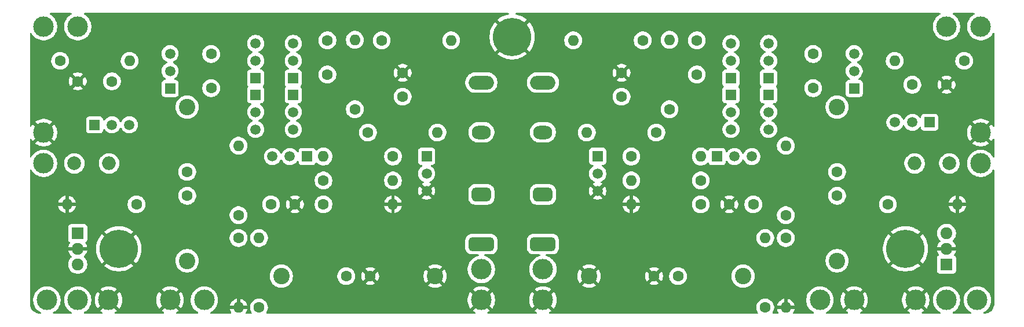
<source format=gbl>
G04 #@! TF.GenerationSoftware,KiCad,Pcbnew,9.0.2-9.0.2-0~ubuntu22.04.1*
G04 #@! TF.CreationDate,2025-06-09T06:11:19+02:00*
G04 #@! TF.ProjectId,amp_board_Rev-A,616d705f-626f-4617-9264-5f5265762d41,rev?*
G04 #@! TF.SameCoordinates,Original*
G04 #@! TF.FileFunction,Copper,L2,Bot*
G04 #@! TF.FilePolarity,Positive*
%FSLAX46Y46*%
G04 Gerber Fmt 4.6, Leading zero omitted, Abs format (unit mm)*
G04 Created by KiCad (PCBNEW 9.0.2-9.0.2-0~ubuntu22.04.1) date 2025-06-09 06:11:19*
%MOMM*%
%LPD*%
G01*
G04 APERTURE LIST*
G04 Aperture macros list*
%AMRoundRect*
0 Rectangle with rounded corners*
0 $1 Rounding radius*
0 $2 $3 $4 $5 $6 $7 $8 $9 X,Y pos of 4 corners*
0 Add a 4 corners polygon primitive as box body*
4,1,4,$2,$3,$4,$5,$6,$7,$8,$9,$2,$3,0*
0 Add four circle primitives for the rounded corners*
1,1,$1+$1,$2,$3*
1,1,$1+$1,$4,$5*
1,1,$1+$1,$6,$7*
1,1,$1+$1,$8,$9*
0 Add four rect primitives between the rounded corners*
20,1,$1+$1,$2,$3,$4,$5,0*
20,1,$1+$1,$4,$5,$6,$7,0*
20,1,$1+$1,$6,$7,$8,$9,0*
20,1,$1+$1,$8,$9,$2,$3,0*%
G04 Aperture macros list end*
G04 #@! TA.AperFunction,ComponentPad*
%ADD10C,2.000000*%
G04 #@! TD*
G04 #@! TA.AperFunction,ComponentPad*
%ADD11O,2.000000X2.000000*%
G04 #@! TD*
G04 #@! TA.AperFunction,ComponentPad*
%ADD12C,1.600000*%
G04 #@! TD*
G04 #@! TA.AperFunction,ComponentPad*
%ADD13R,1.500000X1.500000*%
G04 #@! TD*
G04 #@! TA.AperFunction,ComponentPad*
%ADD14C,1.500000*%
G04 #@! TD*
G04 #@! TA.AperFunction,ComponentPad*
%ADD15C,3.000000*%
G04 #@! TD*
G04 #@! TA.AperFunction,ComponentPad*
%ADD16O,1.600000X1.600000*%
G04 #@! TD*
G04 #@! TA.AperFunction,ComponentPad*
%ADD17C,3.600000*%
G04 #@! TD*
G04 #@! TA.AperFunction,ConnectorPad*
%ADD18C,5.600000*%
G04 #@! TD*
G04 #@! TA.AperFunction,ComponentPad*
%ADD19C,2.400000*%
G04 #@! TD*
G04 #@! TA.AperFunction,ComponentPad*
%ADD20R,1.800000X1.710000*%
G04 #@! TD*
G04 #@! TA.AperFunction,ComponentPad*
%ADD21O,1.800000X1.710000*%
G04 #@! TD*
G04 #@! TA.AperFunction,ComponentPad*
%ADD22RoundRect,0.500000X1.350000X-0.500000X1.350000X0.500000X-1.350000X0.500000X-1.350000X-0.500000X0*%
G04 #@! TD*
G04 #@! TA.AperFunction,ComponentPad*
%ADD23RoundRect,0.500000X0.900000X-0.500000X0.900000X0.500000X-0.900000X0.500000X-0.900000X-0.500000X0*%
G04 #@! TD*
G04 #@! TA.AperFunction,ComponentPad*
%ADD24O,2.800000X2.000000*%
G04 #@! TD*
G04 #@! TA.AperFunction,ComponentPad*
%ADD25O,3.700000X2.000000*%
G04 #@! TD*
G04 APERTURE END LIST*
D10*
X86000000Y-82500000D03*
D11*
X91080000Y-82500000D03*
D12*
X177000000Y-69500000D03*
X177000000Y-64500000D03*
D13*
X137500000Y-81460000D03*
D14*
X137500000Y-84000000D03*
X137500000Y-86540000D03*
D15*
X154500000Y-102500000D03*
D13*
X88960000Y-76860000D03*
D14*
X91500000Y-76860000D03*
X94040000Y-76860000D03*
D12*
X185250000Y-88500000D03*
X181750000Y-88500000D03*
D13*
X162500000Y-81460000D03*
D14*
X162500000Y-84000000D03*
X162500000Y-86540000D03*
D13*
X187500000Y-70040000D03*
D14*
X187500000Y-67500000D03*
X187500000Y-64960000D03*
D12*
X91500000Y-70500000D03*
X86500000Y-70500000D03*
D13*
X112500000Y-72460000D03*
D14*
X112500000Y-75000000D03*
X112500000Y-77540000D03*
D12*
X166000000Y-72750000D03*
X166000000Y-69250000D03*
X177580000Y-85000000D03*
D16*
X167420000Y-85000000D03*
D13*
X182000000Y-72460000D03*
D14*
X182000000Y-75000000D03*
X182000000Y-77540000D03*
D12*
X173000000Y-74580000D03*
D16*
X173000000Y-64420000D03*
D15*
X81500000Y-62500000D03*
D17*
X150000000Y-64000000D03*
D18*
X150000000Y-64000000D03*
D15*
X195000000Y-102500000D03*
D19*
X197500000Y-96750000D03*
X197500000Y-74250000D03*
D20*
X86500000Y-92720000D03*
D21*
X86500000Y-95000000D03*
X86500000Y-97280000D03*
D15*
X213500000Y-102500000D03*
D13*
X112500000Y-70040000D03*
D14*
X112500000Y-67500000D03*
X112500000Y-64960000D03*
D15*
X81500000Y-82500000D03*
D12*
X102500000Y-87250000D03*
X102500000Y-83750000D03*
D13*
X187500000Y-72460000D03*
D14*
X187500000Y-75000000D03*
X187500000Y-77540000D03*
D15*
X145500000Y-102500000D03*
D13*
X179960000Y-81500000D03*
D14*
X182500000Y-81500000D03*
X185040000Y-81500000D03*
D12*
X174250000Y-99000000D03*
X170750000Y-99000000D03*
X204920000Y-88500000D03*
D16*
X215080000Y-88500000D03*
D12*
X130920000Y-64500000D03*
D16*
X141080000Y-64500000D03*
D12*
X216080000Y-67500000D03*
D16*
X205920000Y-67500000D03*
D15*
X218500000Y-82500000D03*
X154500000Y-98000000D03*
D12*
X190000000Y-93420000D03*
D16*
X190000000Y-103580000D03*
D19*
X116250000Y-99000000D03*
X138750000Y-99000000D03*
D12*
X127000000Y-74580000D03*
D16*
X127000000Y-64420000D03*
D13*
X211040000Y-76500000D03*
D14*
X208500000Y-76500000D03*
X205960000Y-76500000D03*
D12*
X169080000Y-64500000D03*
D16*
X158920000Y-64500000D03*
D13*
X118000000Y-72460000D03*
D14*
X118000000Y-75000000D03*
X118000000Y-77540000D03*
D12*
X171080000Y-78000000D03*
D16*
X160920000Y-78000000D03*
D12*
X122420000Y-85000000D03*
D16*
X132580000Y-85000000D03*
D13*
X118000000Y-70040000D03*
D14*
X118000000Y-67500000D03*
X118000000Y-64960000D03*
D13*
X200000000Y-71540000D03*
D14*
X200000000Y-69000000D03*
X200000000Y-66460000D03*
D15*
X86500000Y-102500000D03*
D13*
X120040000Y-81500000D03*
D14*
X117500000Y-81500000D03*
X114960000Y-81500000D03*
D17*
X207500000Y-95000000D03*
D18*
X207500000Y-95000000D03*
D20*
X213500000Y-97280000D03*
D21*
X213500000Y-95000000D03*
X213500000Y-92720000D03*
D13*
X182000000Y-70040000D03*
D14*
X182000000Y-67500000D03*
X182000000Y-64960000D03*
D12*
X167420000Y-81500000D03*
D16*
X177580000Y-81500000D03*
D12*
X190000000Y-90080000D03*
D16*
X190000000Y-79920000D03*
D12*
X122420000Y-88500000D03*
D16*
X132580000Y-88500000D03*
D15*
X218500000Y-78000000D03*
D12*
X110000000Y-90080000D03*
D16*
X110000000Y-79920000D03*
D15*
X218500000Y-62500000D03*
D12*
X83920000Y-67500000D03*
D16*
X94080000Y-67500000D03*
D15*
X86500000Y-62500000D03*
X100000000Y-102500000D03*
D22*
X154500000Y-94310000D03*
D23*
X154500000Y-87040000D03*
D24*
X154500000Y-77960000D03*
D25*
X154500000Y-70690000D03*
D13*
X100000000Y-71540000D03*
D14*
X100000000Y-69000000D03*
X100000000Y-66460000D03*
D15*
X105000000Y-102500000D03*
D12*
X132580000Y-81500000D03*
D16*
X122420000Y-81500000D03*
D15*
X145500000Y-98000000D03*
D12*
X197500000Y-87250000D03*
X197500000Y-83750000D03*
X106000000Y-66500000D03*
X106000000Y-71500000D03*
X125750000Y-99000000D03*
X129250000Y-99000000D03*
D17*
X92500000Y-95000000D03*
D18*
X92500000Y-95000000D03*
D15*
X213500000Y-62500000D03*
D12*
X123000000Y-69500000D03*
X123000000Y-64500000D03*
D10*
X213915000Y-82500000D03*
D11*
X208835000Y-82500000D03*
D19*
X183750000Y-99000000D03*
X161250000Y-99000000D03*
D15*
X91000000Y-102500000D03*
D12*
X95080000Y-88500000D03*
D16*
X84920000Y-88500000D03*
D12*
X113000000Y-103580000D03*
D16*
X113000000Y-93420000D03*
D15*
X218000000Y-102500000D03*
X200000000Y-102500000D03*
X81500000Y-78000000D03*
D12*
X110000000Y-93420000D03*
D16*
X110000000Y-103580000D03*
D15*
X209000000Y-102500000D03*
D12*
X187000000Y-103580000D03*
D16*
X187000000Y-93420000D03*
D22*
X145500000Y-94310000D03*
D23*
X145500000Y-87040000D03*
D24*
X145500000Y-77960000D03*
D25*
X145500000Y-70690000D03*
D12*
X134000000Y-72750000D03*
X134000000Y-69250000D03*
D15*
X82000000Y-102500000D03*
D12*
X194000000Y-66500000D03*
X194000000Y-71500000D03*
X208500000Y-71000000D03*
X213500000Y-71000000D03*
X177580000Y-88500000D03*
D16*
X167420000Y-88500000D03*
D19*
X102500000Y-96750000D03*
X102500000Y-74250000D03*
D12*
X128920000Y-78000000D03*
D16*
X139080000Y-78000000D03*
D12*
X114750000Y-88500000D03*
X118250000Y-88500000D03*
G04 #@! TA.AperFunction,Conductor*
G36*
X85566501Y-60520185D02*
G01*
X85612256Y-60572989D01*
X85622200Y-60642147D01*
X85593175Y-60705703D01*
X85561462Y-60731887D01*
X85386196Y-60833075D01*
X85178148Y-60992718D01*
X84992718Y-61178148D01*
X84833075Y-61386196D01*
X84701958Y-61613299D01*
X84701953Y-61613309D01*
X84601605Y-61855571D01*
X84601602Y-61855581D01*
X84554381Y-62031815D01*
X84533730Y-62108885D01*
X84499500Y-62368872D01*
X84499500Y-62631127D01*
X84526123Y-62833339D01*
X84533730Y-62891116D01*
X84551563Y-62957670D01*
X84601602Y-63144418D01*
X84601605Y-63144428D01*
X84701953Y-63386690D01*
X84701958Y-63386700D01*
X84833075Y-63613803D01*
X84992718Y-63821851D01*
X84992726Y-63821860D01*
X85178140Y-64007274D01*
X85178148Y-64007281D01*
X85386196Y-64166924D01*
X85613299Y-64298041D01*
X85613309Y-64298046D01*
X85812666Y-64380622D01*
X85855581Y-64398398D01*
X86108884Y-64466270D01*
X86368880Y-64500500D01*
X86368887Y-64500500D01*
X86631113Y-64500500D01*
X86631120Y-64500500D01*
X86891116Y-64466270D01*
X87144419Y-64398398D01*
X87386697Y-64298043D01*
X87613803Y-64166924D01*
X87821851Y-64007282D01*
X87821855Y-64007277D01*
X87821860Y-64007274D01*
X88007274Y-63821860D01*
X88007277Y-63821855D01*
X88007282Y-63821851D01*
X88166924Y-63613803D01*
X88298043Y-63386697D01*
X88398398Y-63144419D01*
X88466270Y-62891116D01*
X88500500Y-62631120D01*
X88500500Y-62368880D01*
X88466270Y-62108884D01*
X88398398Y-61855581D01*
X88369825Y-61786599D01*
X88298046Y-61613309D01*
X88298041Y-61613299D01*
X88166924Y-61386196D01*
X88007281Y-61178148D01*
X88007274Y-61178140D01*
X87821860Y-60992726D01*
X87821851Y-60992718D01*
X87613803Y-60833075D01*
X87438538Y-60731887D01*
X87390323Y-60681320D01*
X87377099Y-60612713D01*
X87403067Y-60547849D01*
X87459981Y-60507320D01*
X87500538Y-60500500D01*
X149418939Y-60500500D01*
X149485978Y-60520185D01*
X149531733Y-60572989D01*
X149541677Y-60642147D01*
X149512652Y-60705703D01*
X149453874Y-60743477D01*
X149443130Y-60746117D01*
X149197218Y-60795030D01*
X149197207Y-60795033D01*
X148886921Y-60889157D01*
X148587364Y-61013238D01*
X148587359Y-61013240D01*
X148301419Y-61166079D01*
X148301401Y-61166090D01*
X148031829Y-61346212D01*
X148031815Y-61346222D01*
X147849444Y-61495890D01*
X147849443Y-61495891D01*
X149059301Y-62705748D01*
X148957670Y-62779588D01*
X148779588Y-62957670D01*
X148705748Y-63059301D01*
X147495891Y-61849443D01*
X147495890Y-61849444D01*
X147346222Y-62031815D01*
X147346212Y-62031829D01*
X147166090Y-62301401D01*
X147166079Y-62301419D01*
X147013240Y-62587359D01*
X147013238Y-62587364D01*
X146889157Y-62886921D01*
X146795033Y-63197207D01*
X146795030Y-63197218D01*
X146731782Y-63515198D01*
X146731779Y-63515215D01*
X146700000Y-63837884D01*
X146700000Y-64162115D01*
X146731779Y-64484784D01*
X146731782Y-64484801D01*
X146795030Y-64802781D01*
X146795033Y-64802792D01*
X146889157Y-65113078D01*
X147013238Y-65412635D01*
X147013240Y-65412640D01*
X147166079Y-65698580D01*
X147166090Y-65698598D01*
X147346212Y-65968170D01*
X147346222Y-65968184D01*
X147495890Y-66150554D01*
X147495891Y-66150555D01*
X148705748Y-64940698D01*
X148779588Y-65042330D01*
X148957670Y-65220412D01*
X149059300Y-65294251D01*
X147849443Y-66504107D01*
X147849444Y-66504108D01*
X148031815Y-66653777D01*
X148031829Y-66653787D01*
X148301401Y-66833909D01*
X148301419Y-66833920D01*
X148587359Y-66986759D01*
X148587364Y-66986761D01*
X148886921Y-67110842D01*
X149197207Y-67204966D01*
X149197218Y-67204969D01*
X149515198Y-67268217D01*
X149515215Y-67268220D01*
X149837884Y-67300000D01*
X150162116Y-67300000D01*
X150484784Y-67268220D01*
X150484801Y-67268217D01*
X150802781Y-67204969D01*
X150802792Y-67204966D01*
X151113078Y-67110842D01*
X151412635Y-66986761D01*
X151412640Y-66986759D01*
X151698580Y-66833920D01*
X151698598Y-66833909D01*
X151968170Y-66653787D01*
X151968183Y-66653777D01*
X152150554Y-66504108D01*
X152150554Y-66504107D01*
X150940698Y-65294251D01*
X151042330Y-65220412D01*
X151220412Y-65042330D01*
X151294251Y-64940698D01*
X152504107Y-66150554D01*
X152504108Y-66150554D01*
X152653777Y-65968183D01*
X152653787Y-65968170D01*
X152833909Y-65698598D01*
X152833920Y-65698580D01*
X152986759Y-65412640D01*
X152986761Y-65412635D01*
X153110842Y-65113078D01*
X153204966Y-64802792D01*
X153204969Y-64802781D01*
X153268217Y-64484801D01*
X153268220Y-64484783D01*
X153276802Y-64397648D01*
X157619500Y-64397648D01*
X157619500Y-64602351D01*
X157651522Y-64804534D01*
X157714781Y-64999223D01*
X157807715Y-65181613D01*
X157928028Y-65347213D01*
X158072786Y-65491971D01*
X158167252Y-65560603D01*
X158238390Y-65612287D01*
X158303282Y-65645351D01*
X158420776Y-65705218D01*
X158420778Y-65705218D01*
X158420781Y-65705220D01*
X158525137Y-65739127D01*
X158615465Y-65768477D01*
X158716557Y-65784488D01*
X158817648Y-65800500D01*
X158817649Y-65800500D01*
X159022351Y-65800500D01*
X159022352Y-65800500D01*
X159224534Y-65768477D01*
X159419219Y-65705220D01*
X159601610Y-65612287D01*
X159694590Y-65544732D01*
X159767213Y-65491971D01*
X159767215Y-65491968D01*
X159767219Y-65491966D01*
X159911966Y-65347219D01*
X159911968Y-65347215D01*
X159911971Y-65347213D01*
X159996024Y-65231522D01*
X160032287Y-65181610D01*
X160125220Y-64999219D01*
X160188477Y-64804534D01*
X160220500Y-64602352D01*
X160220500Y-64397648D01*
X167779500Y-64397648D01*
X167779500Y-64602351D01*
X167811522Y-64804534D01*
X167874781Y-64999223D01*
X167967715Y-65181613D01*
X168088028Y-65347213D01*
X168232786Y-65491971D01*
X168327252Y-65560603D01*
X168398390Y-65612287D01*
X168463282Y-65645351D01*
X168580776Y-65705218D01*
X168580778Y-65705218D01*
X168580781Y-65705220D01*
X168685137Y-65739127D01*
X168775465Y-65768477D01*
X168876557Y-65784488D01*
X168977648Y-65800500D01*
X168977649Y-65800500D01*
X169182351Y-65800500D01*
X169182352Y-65800500D01*
X169384534Y-65768477D01*
X169579219Y-65705220D01*
X169761610Y-65612287D01*
X169854590Y-65544732D01*
X169927213Y-65491971D01*
X169927215Y-65491968D01*
X169927219Y-65491966D01*
X170071966Y-65347219D01*
X170071968Y-65347215D01*
X170071971Y-65347213D01*
X170156024Y-65231522D01*
X170192287Y-65181610D01*
X170285220Y-64999219D01*
X170348477Y-64804534D01*
X170380500Y-64602352D01*
X170380500Y-64397648D01*
X170370130Y-64332174D01*
X170367829Y-64317648D01*
X171699500Y-64317648D01*
X171699500Y-64522351D01*
X171731522Y-64724534D01*
X171794781Y-64919223D01*
X171887715Y-65101613D01*
X172008028Y-65267213D01*
X172152786Y-65411971D01*
X172262892Y-65491966D01*
X172318390Y-65532287D01*
X172434607Y-65591503D01*
X172500776Y-65625218D01*
X172500778Y-65625218D01*
X172500781Y-65625220D01*
X172605137Y-65659127D01*
X172695465Y-65688477D01*
X172759366Y-65698598D01*
X172897648Y-65720500D01*
X172897649Y-65720500D01*
X173102351Y-65720500D01*
X173102352Y-65720500D01*
X173304534Y-65688477D01*
X173499219Y-65625220D01*
X173681610Y-65532287D01*
X173774590Y-65464732D01*
X173847213Y-65411971D01*
X173847215Y-65411968D01*
X173847219Y-65411966D01*
X173991966Y-65267219D01*
X173991968Y-65267215D01*
X173991971Y-65267213D01*
X174054164Y-65181610D01*
X174112287Y-65101610D01*
X174205220Y-64919219D01*
X174268477Y-64724534D01*
X174300500Y-64522352D01*
X174300500Y-64397648D01*
X175699500Y-64397648D01*
X175699500Y-64602351D01*
X175731522Y-64804534D01*
X175794781Y-64999223D01*
X175887715Y-65181613D01*
X176008028Y-65347213D01*
X176152786Y-65491971D01*
X176247252Y-65560603D01*
X176318390Y-65612287D01*
X176383282Y-65645351D01*
X176500776Y-65705218D01*
X176500778Y-65705218D01*
X176500781Y-65705220D01*
X176605137Y-65739127D01*
X176695465Y-65768477D01*
X176796557Y-65784488D01*
X176897648Y-65800500D01*
X176897649Y-65800500D01*
X177102351Y-65800500D01*
X177102352Y-65800500D01*
X177304534Y-65768477D01*
X177499219Y-65705220D01*
X177681610Y-65612287D01*
X177774590Y-65544732D01*
X177847213Y-65491971D01*
X177847215Y-65491968D01*
X177847219Y-65491966D01*
X177991966Y-65347219D01*
X177991968Y-65347215D01*
X177991971Y-65347213D01*
X178076024Y-65231522D01*
X178112287Y-65181610D01*
X178205220Y-64999219D01*
X178249943Y-64861577D01*
X180749500Y-64861577D01*
X180749500Y-65058422D01*
X180780290Y-65252826D01*
X180841117Y-65440029D01*
X180902553Y-65560603D01*
X180930476Y-65615405D01*
X181046172Y-65774646D01*
X181185354Y-65913828D01*
X181344595Y-66029524D01*
X181467992Y-66092397D01*
X181521213Y-66119515D01*
X181572009Y-66167489D01*
X181588804Y-66235310D01*
X181566267Y-66301445D01*
X181521213Y-66340485D01*
X181344594Y-66430476D01*
X181258409Y-66493094D01*
X181185354Y-66546172D01*
X181185352Y-66546174D01*
X181185351Y-66546174D01*
X181046174Y-66685351D01*
X181046174Y-66685352D01*
X181046172Y-66685354D01*
X180997150Y-66752826D01*
X180930476Y-66844594D01*
X180841117Y-67019970D01*
X180780290Y-67207173D01*
X180749500Y-67401577D01*
X180749500Y-67598422D01*
X180780290Y-67792826D01*
X180841117Y-67980029D01*
X180874819Y-68046172D01*
X180930476Y-68155405D01*
X181046172Y-68314646D01*
X181185354Y-68453828D01*
X181338621Y-68565184D01*
X181381285Y-68620512D01*
X181387264Y-68690125D01*
X181354658Y-68751920D01*
X181293819Y-68786278D01*
X181265736Y-68789500D01*
X181202130Y-68789500D01*
X181202123Y-68789501D01*
X181142516Y-68795908D01*
X181007671Y-68846202D01*
X181007664Y-68846206D01*
X180892455Y-68932452D01*
X180892452Y-68932455D01*
X180806206Y-69047664D01*
X180806202Y-69047671D01*
X180755908Y-69182517D01*
X180750640Y-69231522D01*
X180749501Y-69242123D01*
X180749500Y-69242135D01*
X180749500Y-70837870D01*
X180749501Y-70837876D01*
X180755908Y-70897483D01*
X180806202Y-71032328D01*
X180806206Y-71032335D01*
X180892452Y-71147544D01*
X180892453Y-71147544D01*
X180892454Y-71147546D01*
X180896709Y-71150731D01*
X180896713Y-71150734D01*
X180938583Y-71206668D01*
X180943567Y-71276360D01*
X180910081Y-71337683D01*
X180896713Y-71349266D01*
X180892452Y-71352455D01*
X180806206Y-71467664D01*
X180806202Y-71467671D01*
X180755908Y-71602517D01*
X180749501Y-71662116D01*
X180749501Y-71662123D01*
X180749500Y-71662135D01*
X180749500Y-73257870D01*
X180749501Y-73257876D01*
X180755908Y-73317483D01*
X180806202Y-73452328D01*
X180806206Y-73452335D01*
X180892452Y-73567544D01*
X180892455Y-73567547D01*
X181007664Y-73653793D01*
X181007671Y-73653797D01*
X181142517Y-73704091D01*
X181142516Y-73704091D01*
X181149444Y-73704835D01*
X181202127Y-73710500D01*
X181265733Y-73710499D01*
X181332770Y-73730183D01*
X181378526Y-73782986D01*
X181388470Y-73852144D01*
X181359446Y-73915700D01*
X181338619Y-73934816D01*
X181185354Y-74046171D01*
X181046174Y-74185351D01*
X181046174Y-74185352D01*
X181046172Y-74185354D01*
X180996485Y-74253741D01*
X180930476Y-74344594D01*
X180841117Y-74519970D01*
X180780290Y-74707173D01*
X180749500Y-74901577D01*
X180749500Y-75098422D01*
X180780290Y-75292826D01*
X180841117Y-75480029D01*
X180922775Y-75640291D01*
X180930476Y-75655405D01*
X181046172Y-75814646D01*
X181185354Y-75953828D01*
X181344595Y-76069524D01*
X181454914Y-76125734D01*
X181521213Y-76159515D01*
X181572009Y-76207489D01*
X181588804Y-76275310D01*
X181566267Y-76341445D01*
X181521213Y-76380485D01*
X181344594Y-76470476D01*
X181308048Y-76497029D01*
X181185354Y-76586172D01*
X181185352Y-76586174D01*
X181185351Y-76586174D01*
X181046174Y-76725351D01*
X181046174Y-76725352D01*
X181046172Y-76725354D01*
X181019850Y-76761583D01*
X180930476Y-76884594D01*
X180841117Y-77059970D01*
X180780290Y-77247173D01*
X180749500Y-77441577D01*
X180749500Y-77638422D01*
X180780290Y-77832826D01*
X180841117Y-78020029D01*
X180887215Y-78110500D01*
X180930476Y-78195405D01*
X181046172Y-78354646D01*
X181185354Y-78493828D01*
X181344595Y-78609524D01*
X181412759Y-78644255D01*
X181519970Y-78698882D01*
X181519972Y-78698882D01*
X181519975Y-78698884D01*
X181620317Y-78731487D01*
X181707173Y-78759709D01*
X181901578Y-78790500D01*
X181901583Y-78790500D01*
X182098422Y-78790500D01*
X182292826Y-78759709D01*
X182333685Y-78746433D01*
X182480025Y-78698884D01*
X182655405Y-78609524D01*
X182814646Y-78493828D01*
X182953828Y-78354646D01*
X183069524Y-78195405D01*
X183158884Y-78020025D01*
X183219709Y-77832826D01*
X183222718Y-77813828D01*
X183250500Y-77638422D01*
X183250500Y-77441577D01*
X183219709Y-77247173D01*
X183179427Y-77123199D01*
X183158884Y-77059975D01*
X183158882Y-77059972D01*
X183158882Y-77059970D01*
X183094560Y-76933732D01*
X183069524Y-76884595D01*
X182953828Y-76725354D01*
X182814646Y-76586172D01*
X182691952Y-76497029D01*
X182655403Y-76470474D01*
X182478787Y-76380485D01*
X182427990Y-76332511D01*
X182411195Y-76264690D01*
X182433732Y-76198555D01*
X182478787Y-76159515D01*
X182655403Y-76069525D01*
X182655402Y-76069525D01*
X182655405Y-76069524D01*
X182814646Y-75953828D01*
X182953828Y-75814646D01*
X183069524Y-75655405D01*
X183158884Y-75480025D01*
X183219709Y-75292826D01*
X183221694Y-75280291D01*
X183250500Y-75098422D01*
X183250500Y-74901577D01*
X183219709Y-74707173D01*
X183158882Y-74519970D01*
X183078120Y-74361466D01*
X183069524Y-74344595D01*
X182953828Y-74185354D01*
X182814646Y-74046172D01*
X182661377Y-73934815D01*
X182618714Y-73879487D01*
X182612735Y-73809873D01*
X182645341Y-73748078D01*
X182706180Y-73713721D01*
X182734264Y-73710499D01*
X182797872Y-73710499D01*
X182857483Y-73704091D01*
X182992331Y-73653796D01*
X183107546Y-73567546D01*
X183193796Y-73452331D01*
X183244091Y-73317483D01*
X183250500Y-73257873D01*
X183250499Y-71662128D01*
X183244091Y-71602517D01*
X183244029Y-71602352D01*
X183193797Y-71467671D01*
X183193793Y-71467664D01*
X183107548Y-71352456D01*
X183107546Y-71352455D01*
X183107546Y-71352454D01*
X183103288Y-71349266D01*
X183061417Y-71293337D01*
X183056431Y-71223645D01*
X183089914Y-71162321D01*
X183103287Y-71150734D01*
X183107546Y-71147546D01*
X183193796Y-71032331D01*
X183244091Y-70897483D01*
X183250500Y-70837873D01*
X183250499Y-69242128D01*
X183244091Y-69182517D01*
X183243575Y-69181134D01*
X183193797Y-69047671D01*
X183193793Y-69047664D01*
X183107547Y-68932455D01*
X183107544Y-68932452D01*
X182992335Y-68846206D01*
X182992328Y-68846202D01*
X182857482Y-68795908D01*
X182857483Y-68795908D01*
X182797883Y-68789501D01*
X182797881Y-68789500D01*
X182797873Y-68789500D01*
X182797865Y-68789500D01*
X182734267Y-68789500D01*
X182667228Y-68769815D01*
X182621473Y-68717011D01*
X182611529Y-68647853D01*
X182640554Y-68584297D01*
X182661381Y-68565182D01*
X182814646Y-68453828D01*
X182953828Y-68314646D01*
X183069524Y-68155405D01*
X183158884Y-67980025D01*
X183219709Y-67792826D01*
X183221694Y-67780291D01*
X183250500Y-67598422D01*
X183250500Y-67401577D01*
X183219709Y-67207173D01*
X183158882Y-67019970D01*
X183069523Y-66844594D01*
X183061760Y-66833909D01*
X182953828Y-66685354D01*
X182814646Y-66546172D01*
X182735025Y-66488324D01*
X182655403Y-66430474D01*
X182478787Y-66340485D01*
X182427990Y-66292511D01*
X182411195Y-66224690D01*
X182433732Y-66158555D01*
X182478787Y-66119515D01*
X182655403Y-66029525D01*
X182655402Y-66029525D01*
X182655405Y-66029524D01*
X182814646Y-65913828D01*
X182953828Y-65774646D01*
X183069524Y-65615405D01*
X183158884Y-65440025D01*
X183219709Y-65252826D01*
X183221694Y-65240291D01*
X183250500Y-65058422D01*
X183250500Y-64861577D01*
X186249500Y-64861577D01*
X186249500Y-65058422D01*
X186280290Y-65252826D01*
X186341117Y-65440029D01*
X186402553Y-65560603D01*
X186430476Y-65615405D01*
X186546172Y-65774646D01*
X186685354Y-65913828D01*
X186844595Y-66029524D01*
X186967992Y-66092397D01*
X187021213Y-66119515D01*
X187072009Y-66167489D01*
X187088804Y-66235310D01*
X187066267Y-66301445D01*
X187021213Y-66340485D01*
X186844594Y-66430476D01*
X186758409Y-66493094D01*
X186685354Y-66546172D01*
X186685352Y-66546174D01*
X186685351Y-66546174D01*
X186546174Y-66685351D01*
X186546174Y-66685352D01*
X186546172Y-66685354D01*
X186497150Y-66752826D01*
X186430476Y-66844594D01*
X186341117Y-67019970D01*
X186280290Y-67207173D01*
X186249500Y-67401577D01*
X186249500Y-67598422D01*
X186280290Y-67792826D01*
X186341117Y-67980029D01*
X186374819Y-68046172D01*
X186430476Y-68155405D01*
X186546172Y-68314646D01*
X186685354Y-68453828D01*
X186838621Y-68565184D01*
X186881285Y-68620512D01*
X186887264Y-68690125D01*
X186854658Y-68751920D01*
X186793819Y-68786278D01*
X186765736Y-68789500D01*
X186702130Y-68789500D01*
X186702123Y-68789501D01*
X186642516Y-68795908D01*
X186507671Y-68846202D01*
X186507664Y-68846206D01*
X186392455Y-68932452D01*
X186392452Y-68932455D01*
X186306206Y-69047664D01*
X186306202Y-69047671D01*
X186255908Y-69182517D01*
X186250640Y-69231522D01*
X186249501Y-69242123D01*
X186249500Y-69242135D01*
X186249500Y-70837870D01*
X186249501Y-70837876D01*
X186255908Y-70897483D01*
X186306202Y-71032328D01*
X186306206Y-71032335D01*
X186392452Y-71147544D01*
X186392453Y-71147544D01*
X186392454Y-71147546D01*
X186396709Y-71150731D01*
X186396713Y-71150734D01*
X186438583Y-71206668D01*
X186443567Y-71276360D01*
X186410081Y-71337683D01*
X186396713Y-71349266D01*
X186392452Y-71352455D01*
X186306206Y-71467664D01*
X186306202Y-71467671D01*
X186255908Y-71602517D01*
X186249501Y-71662116D01*
X186249501Y-71662123D01*
X186249500Y-71662135D01*
X186249500Y-73257870D01*
X186249501Y-73257876D01*
X186255908Y-73317483D01*
X186306202Y-73452328D01*
X186306206Y-73452335D01*
X186392452Y-73567544D01*
X186392455Y-73567547D01*
X186507664Y-73653793D01*
X186507671Y-73653797D01*
X186642517Y-73704091D01*
X186642516Y-73704091D01*
X186649444Y-73704835D01*
X186702127Y-73710500D01*
X186765733Y-73710499D01*
X186832770Y-73730183D01*
X186878526Y-73782986D01*
X186888470Y-73852144D01*
X186859446Y-73915700D01*
X186838619Y-73934816D01*
X186685354Y-74046171D01*
X186546174Y-74185351D01*
X186546174Y-74185352D01*
X186546172Y-74185354D01*
X186496485Y-74253741D01*
X186430476Y-74344594D01*
X186341117Y-74519970D01*
X186280290Y-74707173D01*
X186249500Y-74901577D01*
X186249500Y-75098422D01*
X186280290Y-75292826D01*
X186341117Y-75480029D01*
X186422775Y-75640291D01*
X186430476Y-75655405D01*
X186546172Y-75814646D01*
X186685354Y-75953828D01*
X186844595Y-76069524D01*
X186954914Y-76125734D01*
X187021213Y-76159515D01*
X187072009Y-76207489D01*
X187088804Y-76275310D01*
X187066267Y-76341445D01*
X187021213Y-76380485D01*
X186844594Y-76470476D01*
X186808048Y-76497029D01*
X186685354Y-76586172D01*
X186685352Y-76586174D01*
X186685351Y-76586174D01*
X186546174Y-76725351D01*
X186546174Y-76725352D01*
X186546172Y-76725354D01*
X186519850Y-76761583D01*
X186430476Y-76884594D01*
X186341117Y-77059970D01*
X186280290Y-77247173D01*
X186249500Y-77441577D01*
X186249500Y-77638422D01*
X186280290Y-77832826D01*
X186341117Y-78020029D01*
X186387215Y-78110500D01*
X186430476Y-78195405D01*
X186546172Y-78354646D01*
X186685354Y-78493828D01*
X186844595Y-78609524D01*
X186912759Y-78644255D01*
X187019970Y-78698882D01*
X187019972Y-78698882D01*
X187019975Y-78698884D01*
X187120317Y-78731487D01*
X187207173Y-78759709D01*
X187401578Y-78790500D01*
X187401583Y-78790500D01*
X187598422Y-78790500D01*
X187792826Y-78759709D01*
X187833685Y-78746433D01*
X187980025Y-78698884D01*
X188155405Y-78609524D01*
X188314646Y-78493828D01*
X188453828Y-78354646D01*
X188569524Y-78195405D01*
X188658884Y-78020025D01*
X188719709Y-77832826D01*
X188722718Y-77813828D01*
X188750500Y-77638422D01*
X188750500Y-77441577D01*
X188719709Y-77247173D01*
X188679427Y-77123199D01*
X188658884Y-77059975D01*
X188658882Y-77059972D01*
X188658882Y-77059970D01*
X188594560Y-76933732D01*
X188569524Y-76884595D01*
X188453828Y-76725354D01*
X188314646Y-76586172D01*
X188191952Y-76497029D01*
X188191950Y-76497027D01*
X188155406Y-76470476D01*
X188020183Y-76401577D01*
X204709500Y-76401577D01*
X204709500Y-76598422D01*
X204740290Y-76792826D01*
X204801117Y-76980029D01*
X204871781Y-77118714D01*
X204890476Y-77155405D01*
X205006172Y-77314646D01*
X205145354Y-77453828D01*
X205304595Y-77569524D01*
X205379214Y-77607544D01*
X205479970Y-77658882D01*
X205479972Y-77658882D01*
X205479975Y-77658884D01*
X205580317Y-77691487D01*
X205667173Y-77719709D01*
X205861578Y-77750500D01*
X205861583Y-77750500D01*
X206058422Y-77750500D01*
X206252826Y-77719709D01*
X206259680Y-77717482D01*
X206440025Y-77658884D01*
X206615405Y-77569524D01*
X206774646Y-77453828D01*
X206913828Y-77314646D01*
X207029524Y-77155405D01*
X207104616Y-77008028D01*
X207119515Y-76978787D01*
X207167489Y-76927990D01*
X207235310Y-76911195D01*
X207301445Y-76933732D01*
X207340485Y-76978787D01*
X207430474Y-77155403D01*
X207465234Y-77203246D01*
X207546172Y-77314646D01*
X207685354Y-77453828D01*
X207844595Y-77569524D01*
X207919214Y-77607544D01*
X208019970Y-77658882D01*
X208019972Y-77658882D01*
X208019975Y-77658884D01*
X208120317Y-77691487D01*
X208207173Y-77719709D01*
X208401578Y-77750500D01*
X208401583Y-77750500D01*
X208598422Y-77750500D01*
X208792826Y-77719709D01*
X208799680Y-77717482D01*
X208980025Y-77658884D01*
X209155405Y-77569524D01*
X209314646Y-77453828D01*
X209453828Y-77314646D01*
X209565184Y-77161378D01*
X209620512Y-77118714D01*
X209690125Y-77112735D01*
X209751920Y-77145341D01*
X209786277Y-77206179D01*
X209789500Y-77234263D01*
X209789500Y-77297869D01*
X209789501Y-77297876D01*
X209795908Y-77357483D01*
X209846202Y-77492328D01*
X209846206Y-77492335D01*
X209932452Y-77607544D01*
X209932455Y-77607547D01*
X210047664Y-77693793D01*
X210047671Y-77693797D01*
X210182517Y-77744091D01*
X210182516Y-77744091D01*
X210189444Y-77744835D01*
X210242127Y-77750500D01*
X211837872Y-77750499D01*
X211897483Y-77744091D01*
X212032331Y-77693796D01*
X212147546Y-77607546D01*
X212233796Y-77492331D01*
X212284091Y-77357483D01*
X212290500Y-77297873D01*
X212290499Y-75702128D01*
X212284091Y-75642517D01*
X212283260Y-75640290D01*
X212233797Y-75507671D01*
X212233793Y-75507664D01*
X212147547Y-75392455D01*
X212147544Y-75392452D01*
X212032335Y-75306206D01*
X212032328Y-75306202D01*
X211897482Y-75255908D01*
X211897483Y-75255908D01*
X211837883Y-75249501D01*
X211837881Y-75249500D01*
X211837873Y-75249500D01*
X211837864Y-75249500D01*
X210242129Y-75249500D01*
X210242123Y-75249501D01*
X210182516Y-75255908D01*
X210047671Y-75306202D01*
X210047664Y-75306206D01*
X209932455Y-75392452D01*
X209932452Y-75392455D01*
X209846206Y-75507664D01*
X209846202Y-75507671D01*
X209795908Y-75642517D01*
X209789501Y-75702116D01*
X209789501Y-75702123D01*
X209789500Y-75702135D01*
X209789500Y-75765732D01*
X209769815Y-75832771D01*
X209717011Y-75878526D01*
X209647853Y-75888470D01*
X209584297Y-75859445D01*
X209565182Y-75838618D01*
X209466020Y-75702135D01*
X209453828Y-75685354D01*
X209314646Y-75546172D01*
X209155405Y-75430476D01*
X209149001Y-75427213D01*
X208980029Y-75341117D01*
X208792826Y-75280290D01*
X208598422Y-75249500D01*
X208598417Y-75249500D01*
X208401583Y-75249500D01*
X208401578Y-75249500D01*
X208207173Y-75280290D01*
X208019970Y-75341117D01*
X207844594Y-75430476D01*
X207753741Y-75496485D01*
X207685354Y-75546172D01*
X207685352Y-75546174D01*
X207685351Y-75546174D01*
X207546174Y-75685351D01*
X207546174Y-75685352D01*
X207546172Y-75685354D01*
X207533980Y-75702135D01*
X207430476Y-75844594D01*
X207340485Y-76021213D01*
X207292511Y-76072009D01*
X207224690Y-76088804D01*
X207158555Y-76066267D01*
X207119515Y-76021213D01*
X207047818Y-75880500D01*
X207029524Y-75844595D01*
X206913828Y-75685354D01*
X206774646Y-75546172D01*
X206615405Y-75430476D01*
X206609001Y-75427213D01*
X206440029Y-75341117D01*
X206252826Y-75280290D01*
X206058422Y-75249500D01*
X206058417Y-75249500D01*
X205861583Y-75249500D01*
X205861578Y-75249500D01*
X205667173Y-75280290D01*
X205479970Y-75341117D01*
X205304594Y-75430476D01*
X205213741Y-75496485D01*
X205145354Y-75546172D01*
X205145352Y-75546174D01*
X205145351Y-75546174D01*
X205006174Y-75685351D01*
X205006174Y-75685352D01*
X205006172Y-75685354D01*
X204993980Y-75702135D01*
X204890476Y-75844594D01*
X204801117Y-76019970D01*
X204740290Y-76207173D01*
X204709500Y-76401577D01*
X188020183Y-76401577D01*
X187978787Y-76380485D01*
X187927990Y-76332511D01*
X187911195Y-76264690D01*
X187933732Y-76198555D01*
X187978787Y-76159515D01*
X188155403Y-76069525D01*
X188155402Y-76069525D01*
X188155405Y-76069524D01*
X188314646Y-75953828D01*
X188453828Y-75814646D01*
X188569524Y-75655405D01*
X188658884Y-75480025D01*
X188719709Y-75292826D01*
X188721694Y-75280291D01*
X188750500Y-75098422D01*
X188750500Y-74901577D01*
X188719709Y-74707173D01*
X188658882Y-74519970D01*
X188578120Y-74361466D01*
X188569524Y-74344595D01*
X188453828Y-74185354D01*
X188407023Y-74138549D01*
X195799500Y-74138549D01*
X195799500Y-74361450D01*
X195799501Y-74361466D01*
X195828594Y-74582452D01*
X195828595Y-74582457D01*
X195828596Y-74582463D01*
X195828597Y-74582465D01*
X195886290Y-74797780D01*
X195886293Y-74797790D01*
X195929286Y-74901583D01*
X195971595Y-75003726D01*
X196083052Y-75196774D01*
X196083057Y-75196780D01*
X196083058Y-75196782D01*
X196218751Y-75373622D01*
X196218757Y-75373629D01*
X196376370Y-75531242D01*
X196376377Y-75531248D01*
X196395829Y-75546174D01*
X196553226Y-75666948D01*
X196746274Y-75778405D01*
X196952219Y-75863710D01*
X197167537Y-75921404D01*
X197388543Y-75950500D01*
X197388550Y-75950500D01*
X197611450Y-75950500D01*
X197611457Y-75950500D01*
X197832463Y-75921404D01*
X198047781Y-75863710D01*
X198253726Y-75778405D01*
X198446774Y-75666948D01*
X198623624Y-75531247D01*
X198781247Y-75373624D01*
X198916948Y-75196774D01*
X199028405Y-75003726D01*
X199113710Y-74797781D01*
X199171404Y-74582463D01*
X199200500Y-74361457D01*
X199200500Y-74138543D01*
X199171404Y-73917537D01*
X199113710Y-73702219D01*
X199028405Y-73496274D01*
X198916948Y-73303226D01*
X198781247Y-73126376D01*
X198781242Y-73126370D01*
X198623629Y-72968757D01*
X198623622Y-72968751D01*
X198446782Y-72833058D01*
X198446780Y-72833057D01*
X198446774Y-72833052D01*
X198253726Y-72721595D01*
X198253722Y-72721593D01*
X198047790Y-72636293D01*
X198047783Y-72636291D01*
X198047781Y-72636290D01*
X197832463Y-72578596D01*
X197832457Y-72578595D01*
X197832452Y-72578594D01*
X197611466Y-72549501D01*
X197611463Y-72549500D01*
X197611457Y-72549500D01*
X197388543Y-72549500D01*
X197388537Y-72549500D01*
X197388533Y-72549501D01*
X197167547Y-72578594D01*
X197167540Y-72578595D01*
X197167537Y-72578596D01*
X197041811Y-72612284D01*
X196952219Y-72636290D01*
X196952209Y-72636293D01*
X196746277Y-72721593D01*
X196746273Y-72721595D01*
X196553226Y-72833052D01*
X196553217Y-72833058D01*
X196376377Y-72968751D01*
X196376370Y-72968757D01*
X196218757Y-73126370D01*
X196218751Y-73126377D01*
X196083058Y-73303217D01*
X196083052Y-73303226D01*
X195971595Y-73496273D01*
X195971593Y-73496277D01*
X195886293Y-73702209D01*
X195886290Y-73702219D01*
X195833727Y-73898390D01*
X195828597Y-73917534D01*
X195828594Y-73917547D01*
X195799501Y-74138533D01*
X195799500Y-74138549D01*
X188407023Y-74138549D01*
X188314646Y-74046172D01*
X188161377Y-73934815D01*
X188118714Y-73879487D01*
X188112735Y-73809873D01*
X188145341Y-73748078D01*
X188206180Y-73713721D01*
X188234264Y-73710499D01*
X188297872Y-73710499D01*
X188357483Y-73704091D01*
X188492331Y-73653796D01*
X188607546Y-73567546D01*
X188693796Y-73452331D01*
X188744091Y-73317483D01*
X188750500Y-73257873D01*
X188750499Y-71662128D01*
X188744091Y-71602517D01*
X188744029Y-71602352D01*
X188693855Y-71467827D01*
X188693854Y-71467826D01*
X188693796Y-71467669D01*
X188641378Y-71397648D01*
X192699500Y-71397648D01*
X192699500Y-71602351D01*
X192731522Y-71804534D01*
X192794781Y-71999223D01*
X192887715Y-72181613D01*
X193008028Y-72347213D01*
X193152786Y-72491971D01*
X193272015Y-72578594D01*
X193318390Y-72612287D01*
X193434607Y-72671503D01*
X193500776Y-72705218D01*
X193500778Y-72705218D01*
X193500781Y-72705220D01*
X193588720Y-72733793D01*
X193695465Y-72768477D01*
X193794047Y-72784091D01*
X193897648Y-72800500D01*
X193897649Y-72800500D01*
X194102351Y-72800500D01*
X194102352Y-72800500D01*
X194304534Y-72768477D01*
X194499219Y-72705220D01*
X194681610Y-72612287D01*
X194774590Y-72544732D01*
X194847213Y-72491971D01*
X194847215Y-72491968D01*
X194847219Y-72491966D01*
X194991966Y-72347219D01*
X194991968Y-72347215D01*
X194991971Y-72347213D01*
X195095133Y-72205220D01*
X195112287Y-72181610D01*
X195205220Y-71999219D01*
X195268477Y-71804534D01*
X195300500Y-71602352D01*
X195300500Y-71397648D01*
X195285733Y-71304417D01*
X195268477Y-71195465D01*
X195222077Y-71052661D01*
X195205220Y-71000781D01*
X195205218Y-71000778D01*
X195205218Y-71000776D01*
X195126154Y-70845606D01*
X195112287Y-70818390D01*
X195099289Y-70800500D01*
X194991971Y-70652786D01*
X194847213Y-70508028D01*
X194681613Y-70387715D01*
X194681612Y-70387714D01*
X194681610Y-70387713D01*
X194624653Y-70358691D01*
X194499223Y-70294781D01*
X194304534Y-70231522D01*
X194129995Y-70203878D01*
X194102352Y-70199500D01*
X193897648Y-70199500D01*
X193873329Y-70203351D01*
X193695465Y-70231522D01*
X193500776Y-70294781D01*
X193318386Y-70387715D01*
X193152786Y-70508028D01*
X193008028Y-70652786D01*
X192887715Y-70818386D01*
X192794781Y-71000776D01*
X192731522Y-71195465D01*
X192699500Y-71397648D01*
X188641378Y-71397648D01*
X188607546Y-71352454D01*
X188590809Y-71339925D01*
X188581037Y-71327795D01*
X188573392Y-71309333D01*
X188561417Y-71293337D01*
X188560299Y-71277712D01*
X188554307Y-71263241D01*
X188557856Y-71243576D01*
X188556431Y-71223645D01*
X188563937Y-71209897D01*
X188566720Y-71194483D01*
X188580337Y-71179860D01*
X188589914Y-71162321D01*
X188603287Y-71150734D01*
X188607546Y-71147546D01*
X188693796Y-71032331D01*
X188744091Y-70897483D01*
X188750500Y-70837873D01*
X188750499Y-69242128D01*
X188744091Y-69182517D01*
X188743575Y-69181134D01*
X188693797Y-69047671D01*
X188693793Y-69047664D01*
X188607547Y-68932455D01*
X188607544Y-68932452D01*
X188492335Y-68846206D01*
X188492328Y-68846202D01*
X188357482Y-68795908D01*
X188357483Y-68795908D01*
X188297883Y-68789501D01*
X188297881Y-68789500D01*
X188297873Y-68789500D01*
X188297865Y-68789500D01*
X188234267Y-68789500D01*
X188167228Y-68769815D01*
X188121473Y-68717011D01*
X188111529Y-68647853D01*
X188140554Y-68584297D01*
X188161381Y-68565182D01*
X188314646Y-68453828D01*
X188453828Y-68314646D01*
X188569524Y-68155405D01*
X188658884Y-67980025D01*
X188719709Y-67792826D01*
X188721694Y-67780291D01*
X188750500Y-67598422D01*
X188750500Y-67401577D01*
X188719709Y-67207173D01*
X188658882Y-67019970D01*
X188569523Y-66844594D01*
X188561760Y-66833909D01*
X188453828Y-66685354D01*
X188314646Y-66546172D01*
X188191949Y-66457027D01*
X188155403Y-66430474D01*
X188090977Y-66397648D01*
X192699500Y-66397648D01*
X192699500Y-66602351D01*
X192731522Y-66804534D01*
X192794781Y-66999223D01*
X192887715Y-67181613D01*
X193008028Y-67347213D01*
X193152786Y-67491971D01*
X193307749Y-67604556D01*
X193318390Y-67612287D01*
X193409196Y-67658555D01*
X193500776Y-67705218D01*
X193500778Y-67705218D01*
X193500781Y-67705220D01*
X193605137Y-67739127D01*
X193695465Y-67768477D01*
X193770055Y-67780291D01*
X193897648Y-67800500D01*
X193897649Y-67800500D01*
X194102351Y-67800500D01*
X194102352Y-67800500D01*
X194304534Y-67768477D01*
X194499219Y-67705220D01*
X194681610Y-67612287D01*
X194795523Y-67529525D01*
X194847213Y-67491971D01*
X194847215Y-67491968D01*
X194847219Y-67491966D01*
X194991966Y-67347219D01*
X194991968Y-67347215D01*
X194991971Y-67347213D01*
X195049364Y-67268217D01*
X195112287Y-67181610D01*
X195205220Y-66999219D01*
X195268477Y-66804534D01*
X195300500Y-66602352D01*
X195300500Y-66397648D01*
X195294787Y-66361577D01*
X198749500Y-66361577D01*
X198749500Y-66558422D01*
X198780290Y-66752826D01*
X198841117Y-66940029D01*
X198881852Y-67019975D01*
X198930476Y-67115405D01*
X199046172Y-67274646D01*
X199185354Y-67413828D01*
X199344595Y-67529524D01*
X199467992Y-67592397D01*
X199521213Y-67619515D01*
X199572009Y-67667489D01*
X199588804Y-67735310D01*
X199566267Y-67801445D01*
X199521213Y-67840485D01*
X199344594Y-67930476D01*
X199273666Y-67982009D01*
X199185354Y-68046172D01*
X199185352Y-68046174D01*
X199185351Y-68046174D01*
X199046174Y-68185351D01*
X199046174Y-68185352D01*
X199046172Y-68185354D01*
X199012629Y-68231522D01*
X198930476Y-68344594D01*
X198841117Y-68519970D01*
X198780290Y-68707173D01*
X198749500Y-68901577D01*
X198749500Y-69098422D01*
X198780290Y-69292826D01*
X198841117Y-69480029D01*
X198903444Y-69602352D01*
X198930476Y-69655405D01*
X199046172Y-69814646D01*
X199185354Y-69953828D01*
X199338621Y-70065184D01*
X199381285Y-70120512D01*
X199387264Y-70190125D01*
X199354658Y-70251920D01*
X199293819Y-70286278D01*
X199265736Y-70289500D01*
X199202130Y-70289500D01*
X199202123Y-70289501D01*
X199142516Y-70295908D01*
X199007671Y-70346202D01*
X199007664Y-70346206D01*
X198892455Y-70432452D01*
X198892452Y-70432455D01*
X198806206Y-70547664D01*
X198806202Y-70547671D01*
X198755908Y-70682517D01*
X198749501Y-70742116D01*
X198749501Y-70742123D01*
X198749500Y-70742135D01*
X198749500Y-72337870D01*
X198749501Y-72337876D01*
X198755908Y-72397483D01*
X198806202Y-72532328D01*
X198806206Y-72532335D01*
X198892452Y-72647544D01*
X198892455Y-72647547D01*
X199007664Y-72733793D01*
X199007671Y-72733797D01*
X199142517Y-72784091D01*
X199142516Y-72784091D01*
X199149444Y-72784835D01*
X199202127Y-72790500D01*
X200797872Y-72790499D01*
X200857483Y-72784091D01*
X200992331Y-72733796D01*
X201107546Y-72647546D01*
X201193796Y-72532331D01*
X201244091Y-72397483D01*
X201250500Y-72337873D01*
X201250499Y-70897648D01*
X207199500Y-70897648D01*
X207199500Y-71102351D01*
X207231522Y-71304534D01*
X207294781Y-71499223D01*
X207352391Y-71612287D01*
X207387585Y-71681359D01*
X207387715Y-71681613D01*
X207508028Y-71847213D01*
X207652786Y-71991971D01*
X207757970Y-72068390D01*
X207818390Y-72112287D01*
X207934607Y-72171503D01*
X208000776Y-72205218D01*
X208000778Y-72205218D01*
X208000781Y-72205220D01*
X208105137Y-72239127D01*
X208195465Y-72268477D01*
X208296557Y-72284488D01*
X208397648Y-72300500D01*
X208397649Y-72300500D01*
X208602351Y-72300500D01*
X208602352Y-72300500D01*
X208804534Y-72268477D01*
X208999219Y-72205220D01*
X209181610Y-72112287D01*
X209337231Y-71999223D01*
X209347213Y-71991971D01*
X209347215Y-71991968D01*
X209347219Y-71991966D01*
X209491966Y-71847219D01*
X209491968Y-71847215D01*
X209491971Y-71847213D01*
X209556762Y-71758034D01*
X209612287Y-71681610D01*
X209705220Y-71499219D01*
X209768477Y-71304534D01*
X209800500Y-71102352D01*
X209800500Y-70897682D01*
X212200000Y-70897682D01*
X212200000Y-71102317D01*
X212232009Y-71304417D01*
X212295244Y-71499031D01*
X212388141Y-71681350D01*
X212388147Y-71681359D01*
X212420523Y-71725921D01*
X212420524Y-71725922D01*
X213100000Y-71046446D01*
X213100000Y-71052661D01*
X213127259Y-71154394D01*
X213179920Y-71245606D01*
X213254394Y-71320080D01*
X213345606Y-71372741D01*
X213447339Y-71400000D01*
X213453553Y-71400000D01*
X212774076Y-72079474D01*
X212818650Y-72111859D01*
X213000968Y-72204755D01*
X213195582Y-72267990D01*
X213397683Y-72300000D01*
X213602317Y-72300000D01*
X213804417Y-72267990D01*
X213999031Y-72204755D01*
X214181349Y-72111859D01*
X214225921Y-72079474D01*
X213546447Y-71400000D01*
X213552661Y-71400000D01*
X213654394Y-71372741D01*
X213745606Y-71320080D01*
X213820080Y-71245606D01*
X213872741Y-71154394D01*
X213900000Y-71052661D01*
X213900000Y-71046447D01*
X214579474Y-71725921D01*
X214611859Y-71681349D01*
X214704755Y-71499031D01*
X214767990Y-71304417D01*
X214800000Y-71102317D01*
X214800000Y-70897682D01*
X214767990Y-70695582D01*
X214704755Y-70500968D01*
X214611859Y-70318650D01*
X214579474Y-70274077D01*
X214579474Y-70274076D01*
X213900000Y-70953551D01*
X213900000Y-70947339D01*
X213872741Y-70845606D01*
X213820080Y-70754394D01*
X213745606Y-70679920D01*
X213654394Y-70627259D01*
X213552661Y-70600000D01*
X213546446Y-70600000D01*
X214225922Y-69920524D01*
X214225921Y-69920523D01*
X214181359Y-69888147D01*
X214181350Y-69888141D01*
X213999031Y-69795244D01*
X213804417Y-69732009D01*
X213602317Y-69700000D01*
X213397683Y-69700000D01*
X213195582Y-69732009D01*
X213000968Y-69795244D01*
X212818644Y-69888143D01*
X212774077Y-69920523D01*
X212774077Y-69920524D01*
X213453554Y-70600000D01*
X213447339Y-70600000D01*
X213345606Y-70627259D01*
X213254394Y-70679920D01*
X213179920Y-70754394D01*
X213127259Y-70845606D01*
X213100000Y-70947339D01*
X213100000Y-70953553D01*
X212420524Y-70274077D01*
X212420523Y-70274077D01*
X212388143Y-70318644D01*
X212295244Y-70500968D01*
X212232009Y-70695582D01*
X212200000Y-70897682D01*
X209800500Y-70897682D01*
X209800500Y-70897648D01*
X209786316Y-70808097D01*
X209768477Y-70695465D01*
X209737458Y-70600000D01*
X209705220Y-70500781D01*
X209705218Y-70500778D01*
X209705218Y-70500776D01*
X209647610Y-70387715D01*
X209612287Y-70318390D01*
X209595134Y-70294781D01*
X209491971Y-70152786D01*
X209347213Y-70008028D01*
X209181613Y-69887715D01*
X209181612Y-69887714D01*
X209181610Y-69887713D01*
X209124653Y-69858691D01*
X208999223Y-69794781D01*
X208804534Y-69731522D01*
X208629995Y-69703878D01*
X208602352Y-69699500D01*
X208397648Y-69699500D01*
X208373329Y-69703351D01*
X208195465Y-69731522D01*
X208000776Y-69794781D01*
X207818386Y-69887715D01*
X207652786Y-70008028D01*
X207508028Y-70152786D01*
X207387715Y-70318386D01*
X207294781Y-70500776D01*
X207231522Y-70695465D01*
X207199500Y-70897648D01*
X201250499Y-70897648D01*
X201250499Y-70742128D01*
X201244091Y-70682517D01*
X201243122Y-70679920D01*
X201193797Y-70547671D01*
X201193793Y-70547664D01*
X201107547Y-70432455D01*
X201107544Y-70432452D01*
X200992335Y-70346206D01*
X200992328Y-70346202D01*
X200857482Y-70295908D01*
X200857483Y-70295908D01*
X200797883Y-70289501D01*
X200797881Y-70289500D01*
X200797873Y-70289500D01*
X200797865Y-70289500D01*
X200734267Y-70289500D01*
X200667228Y-70269815D01*
X200621473Y-70217011D01*
X200611529Y-70147853D01*
X200640554Y-70084297D01*
X200661381Y-70065182D01*
X200814646Y-69953828D01*
X200953828Y-69814646D01*
X201069524Y-69655405D01*
X201158884Y-69480025D01*
X201219709Y-69292826D01*
X201227739Y-69242127D01*
X201250500Y-69098422D01*
X201250500Y-68901577D01*
X201219709Y-68707173D01*
X201188877Y-68612284D01*
X201158884Y-68519975D01*
X201158882Y-68519972D01*
X201158882Y-68519970D01*
X201111743Y-68427455D01*
X201069524Y-68344595D01*
X200953828Y-68185354D01*
X200814646Y-68046172D01*
X200726334Y-67982009D01*
X200655403Y-67930474D01*
X200478787Y-67840485D01*
X200427990Y-67792511D01*
X200411195Y-67724690D01*
X200433732Y-67658555D01*
X200478787Y-67619515D01*
X200655403Y-67529525D01*
X200655402Y-67529525D01*
X200655405Y-67529524D01*
X200814646Y-67413828D01*
X200830826Y-67397648D01*
X204619500Y-67397648D01*
X204619500Y-67602352D01*
X204622218Y-67619515D01*
X204651522Y-67804534D01*
X204714781Y-67999223D01*
X204778691Y-68124653D01*
X204802064Y-68170524D01*
X204807715Y-68181613D01*
X204928028Y-68347213D01*
X205072786Y-68491971D01*
X205227749Y-68604556D01*
X205238390Y-68612287D01*
X205317864Y-68652781D01*
X205420776Y-68705218D01*
X205420778Y-68705218D01*
X205420781Y-68705220D01*
X205465374Y-68719709D01*
X205615465Y-68768477D01*
X205716557Y-68784488D01*
X205817648Y-68800500D01*
X205817649Y-68800500D01*
X206022351Y-68800500D01*
X206022352Y-68800500D01*
X206224534Y-68768477D01*
X206419219Y-68705220D01*
X206601610Y-68612287D01*
X206728668Y-68519975D01*
X206767213Y-68491971D01*
X206767215Y-68491968D01*
X206767219Y-68491966D01*
X206911966Y-68347219D01*
X206911968Y-68347215D01*
X206911971Y-68347213D01*
X207019289Y-68199500D01*
X207032287Y-68181610D01*
X207125220Y-67999219D01*
X207188477Y-67804534D01*
X207220500Y-67602352D01*
X207220500Y-67397648D01*
X214779500Y-67397648D01*
X214779500Y-67602352D01*
X214782218Y-67619515D01*
X214811522Y-67804534D01*
X214874781Y-67999223D01*
X214938691Y-68124653D01*
X214962064Y-68170524D01*
X214967715Y-68181613D01*
X215088028Y-68347213D01*
X215232786Y-68491971D01*
X215387749Y-68604556D01*
X215398390Y-68612287D01*
X215477864Y-68652781D01*
X215580776Y-68705218D01*
X215580778Y-68705218D01*
X215580781Y-68705220D01*
X215625374Y-68719709D01*
X215775465Y-68768477D01*
X215876557Y-68784488D01*
X215977648Y-68800500D01*
X215977649Y-68800500D01*
X216182351Y-68800500D01*
X216182352Y-68800500D01*
X216384534Y-68768477D01*
X216579219Y-68705220D01*
X216761610Y-68612287D01*
X216888668Y-68519975D01*
X216927213Y-68491971D01*
X216927215Y-68491968D01*
X216927219Y-68491966D01*
X217071966Y-68347219D01*
X217071968Y-68347215D01*
X217071971Y-68347213D01*
X217179289Y-68199500D01*
X217192287Y-68181610D01*
X217285220Y-67999219D01*
X217348477Y-67804534D01*
X217380500Y-67602352D01*
X217380500Y-67397648D01*
X217360000Y-67268217D01*
X217348477Y-67195465D01*
X217319127Y-67105137D01*
X217285220Y-67000781D01*
X217285218Y-67000778D01*
X217285218Y-67000776D01*
X217251503Y-66934607D01*
X217192287Y-66818390D01*
X217182220Y-66804534D01*
X217071971Y-66652786D01*
X216927213Y-66508028D01*
X216761613Y-66387715D01*
X216761612Y-66387714D01*
X216761610Y-66387713D01*
X216704653Y-66358691D01*
X216579223Y-66294781D01*
X216384534Y-66231522D01*
X216209995Y-66203878D01*
X216182352Y-66199500D01*
X215977648Y-66199500D01*
X215953329Y-66203351D01*
X215775465Y-66231522D01*
X215580776Y-66294781D01*
X215398386Y-66387715D01*
X215232786Y-66508028D01*
X215088028Y-66652786D01*
X214967715Y-66818386D01*
X214874781Y-67000776D01*
X214811522Y-67195465D01*
X214794966Y-67300000D01*
X214779500Y-67397648D01*
X207220500Y-67397648D01*
X207200000Y-67268217D01*
X207188477Y-67195465D01*
X207159127Y-67105137D01*
X207125220Y-67000781D01*
X207125218Y-67000778D01*
X207125218Y-67000776D01*
X207091503Y-66934607D01*
X207032287Y-66818390D01*
X207022220Y-66804534D01*
X206911971Y-66652786D01*
X206767213Y-66508028D01*
X206601613Y-66387715D01*
X206601612Y-66387714D01*
X206601610Y-66387713D01*
X206544653Y-66358691D01*
X206419223Y-66294781D01*
X206224534Y-66231522D01*
X206049995Y-66203878D01*
X206022352Y-66199500D01*
X205817648Y-66199500D01*
X205793329Y-66203351D01*
X205615465Y-66231522D01*
X205420776Y-66294781D01*
X205238386Y-66387715D01*
X205072786Y-66508028D01*
X204928028Y-66652786D01*
X204807715Y-66818386D01*
X204714781Y-67000776D01*
X204651522Y-67195465D01*
X204634966Y-67300000D01*
X204619500Y-67397648D01*
X200830826Y-67397648D01*
X200953828Y-67274646D01*
X201069524Y-67115405D01*
X201158884Y-66940025D01*
X201219709Y-66752826D01*
X201250500Y-66558422D01*
X201250500Y-66361577D01*
X201219709Y-66167173D01*
X201174984Y-66029525D01*
X201158884Y-65979975D01*
X201158882Y-65979972D01*
X201158882Y-65979970D01*
X201111743Y-65887455D01*
X201069524Y-65804595D01*
X200953828Y-65645354D01*
X200814646Y-65506172D01*
X200655405Y-65390476D01*
X200612163Y-65368443D01*
X200480029Y-65301117D01*
X200292826Y-65240290D01*
X200098422Y-65209500D01*
X200098417Y-65209500D01*
X199901583Y-65209500D01*
X199901578Y-65209500D01*
X199707173Y-65240290D01*
X199519970Y-65301117D01*
X199344594Y-65390476D01*
X199253741Y-65456485D01*
X199185354Y-65506172D01*
X199185352Y-65506174D01*
X199185351Y-65506174D01*
X199046174Y-65645351D01*
X199046174Y-65645352D01*
X199046172Y-65645354D01*
X199014841Y-65688477D01*
X198930476Y-65804594D01*
X198841117Y-65979970D01*
X198780290Y-66167173D01*
X198749500Y-66361577D01*
X195294787Y-66361577D01*
X195268477Y-66195466D01*
X195205220Y-66000781D01*
X195205218Y-66000778D01*
X195205218Y-66000776D01*
X195160915Y-65913828D01*
X195112287Y-65818390D01*
X195080506Y-65774647D01*
X194991971Y-65652786D01*
X194847213Y-65508028D01*
X194681613Y-65387715D01*
X194681612Y-65387714D01*
X194681610Y-65387713D01*
X194624653Y-65358691D01*
X194499223Y-65294781D01*
X194304534Y-65231522D01*
X194129995Y-65203878D01*
X194102352Y-65199500D01*
X193897648Y-65199500D01*
X193873329Y-65203351D01*
X193695465Y-65231522D01*
X193500776Y-65294781D01*
X193318386Y-65387715D01*
X193152786Y-65508028D01*
X193008028Y-65652786D01*
X192887715Y-65818386D01*
X192794781Y-66000776D01*
X192731522Y-66195465D01*
X192699500Y-66397648D01*
X188090977Y-66397648D01*
X187978787Y-66340485D01*
X187927990Y-66292511D01*
X187911195Y-66224690D01*
X187933732Y-66158555D01*
X187978787Y-66119515D01*
X188155403Y-66029525D01*
X188155402Y-66029525D01*
X188155405Y-66029524D01*
X188314646Y-65913828D01*
X188453828Y-65774646D01*
X188569524Y-65615405D01*
X188658884Y-65440025D01*
X188719709Y-65252826D01*
X188721694Y-65240291D01*
X188750500Y-65058422D01*
X188750500Y-64861577D01*
X188719709Y-64667173D01*
X188665553Y-64500500D01*
X188658884Y-64479975D01*
X188658882Y-64479972D01*
X188658882Y-64479970D01*
X188583576Y-64332174D01*
X188569524Y-64304595D01*
X188453828Y-64145354D01*
X188314646Y-64006172D01*
X188155405Y-63890476D01*
X188123220Y-63874077D01*
X187980029Y-63801117D01*
X187792826Y-63740290D01*
X187598422Y-63709500D01*
X187598417Y-63709500D01*
X187401583Y-63709500D01*
X187401578Y-63709500D01*
X187207173Y-63740290D01*
X187019970Y-63801117D01*
X186844594Y-63890476D01*
X186753741Y-63956485D01*
X186685354Y-64006172D01*
X186685352Y-64006174D01*
X186685351Y-64006174D01*
X186546174Y-64145351D01*
X186546174Y-64145352D01*
X186546172Y-64145354D01*
X186509764Y-64195465D01*
X186430476Y-64304594D01*
X186341117Y-64479970D01*
X186280290Y-64667173D01*
X186249500Y-64861577D01*
X183250500Y-64861577D01*
X183219709Y-64667173D01*
X183165553Y-64500500D01*
X183158884Y-64479975D01*
X183158882Y-64479972D01*
X183158882Y-64479970D01*
X183083576Y-64332174D01*
X183069524Y-64304595D01*
X182953828Y-64145354D01*
X182814646Y-64006172D01*
X182655405Y-63890476D01*
X182623220Y-63874077D01*
X182480029Y-63801117D01*
X182292826Y-63740290D01*
X182098422Y-63709500D01*
X182098417Y-63709500D01*
X181901583Y-63709500D01*
X181901578Y-63709500D01*
X181707173Y-63740290D01*
X181519970Y-63801117D01*
X181344594Y-63890476D01*
X181253741Y-63956485D01*
X181185354Y-64006172D01*
X181185352Y-64006174D01*
X181185351Y-64006174D01*
X181046174Y-64145351D01*
X181046174Y-64145352D01*
X181046172Y-64145354D01*
X181009764Y-64195465D01*
X180930476Y-64304594D01*
X180841117Y-64479970D01*
X180780290Y-64667173D01*
X180749500Y-64861577D01*
X178249943Y-64861577D01*
X178268477Y-64804534D01*
X178300500Y-64602352D01*
X178300500Y-64397648D01*
X178285762Y-64304595D01*
X178268477Y-64195465D01*
X178207332Y-64007281D01*
X178205220Y-64000781D01*
X178205218Y-64000778D01*
X178205218Y-64000776D01*
X178149351Y-63891132D01*
X178112287Y-63818390D01*
X178099737Y-63801116D01*
X177991971Y-63652786D01*
X177847213Y-63508028D01*
X177681613Y-63387715D01*
X177681612Y-63387714D01*
X177681610Y-63387713D01*
X177624653Y-63358691D01*
X177499223Y-63294781D01*
X177304534Y-63231522D01*
X177129995Y-63203878D01*
X177102352Y-63199500D01*
X176897648Y-63199500D01*
X176873329Y-63203351D01*
X176695465Y-63231522D01*
X176500776Y-63294781D01*
X176318386Y-63387715D01*
X176152786Y-63508028D01*
X176008028Y-63652786D01*
X175887715Y-63818386D01*
X175794781Y-64000776D01*
X175731522Y-64195465D01*
X175699500Y-64397648D01*
X174300500Y-64397648D01*
X174300500Y-64317648D01*
X174273211Y-64145352D01*
X174268477Y-64115465D01*
X174233326Y-64007282D01*
X174205220Y-63920781D01*
X174205218Y-63920778D01*
X174205218Y-63920776D01*
X174154817Y-63821860D01*
X174112287Y-63738390D01*
X174104556Y-63727749D01*
X173991971Y-63572786D01*
X173847213Y-63428028D01*
X173681613Y-63307715D01*
X173681612Y-63307714D01*
X173681610Y-63307713D01*
X173624653Y-63278691D01*
X173499223Y-63214781D01*
X173304534Y-63151522D01*
X173129995Y-63123878D01*
X173102352Y-63119500D01*
X172897648Y-63119500D01*
X172873329Y-63123351D01*
X172695465Y-63151522D01*
X172500776Y-63214781D01*
X172318386Y-63307715D01*
X172152786Y-63428028D01*
X172008028Y-63572786D01*
X171887715Y-63738386D01*
X171794781Y-63920776D01*
X171731522Y-64115465D01*
X171699500Y-64317648D01*
X170367829Y-64317648D01*
X170348477Y-64195465D01*
X170287332Y-64007281D01*
X170285220Y-64000781D01*
X170285218Y-64000778D01*
X170285218Y-64000776D01*
X170229351Y-63891132D01*
X170192287Y-63818390D01*
X170179737Y-63801116D01*
X170071971Y-63652786D01*
X169927213Y-63508028D01*
X169761613Y-63387715D01*
X169761612Y-63387714D01*
X169761610Y-63387713D01*
X169704653Y-63358691D01*
X169579223Y-63294781D01*
X169384534Y-63231522D01*
X169209995Y-63203878D01*
X169182352Y-63199500D01*
X168977648Y-63199500D01*
X168953329Y-63203351D01*
X168775465Y-63231522D01*
X168580776Y-63294781D01*
X168398386Y-63387715D01*
X168232786Y-63508028D01*
X168088028Y-63652786D01*
X167967715Y-63818386D01*
X167874781Y-64000776D01*
X167811522Y-64195465D01*
X167779500Y-64397648D01*
X160220500Y-64397648D01*
X160205762Y-64304595D01*
X160188477Y-64195465D01*
X160127332Y-64007281D01*
X160125220Y-64000781D01*
X160125218Y-64000778D01*
X160125218Y-64000776D01*
X160069351Y-63891132D01*
X160032287Y-63818390D01*
X160019737Y-63801116D01*
X159911971Y-63652786D01*
X159767213Y-63508028D01*
X159601613Y-63387715D01*
X159601612Y-63387714D01*
X159601610Y-63387713D01*
X159544653Y-63358691D01*
X159419223Y-63294781D01*
X159224534Y-63231522D01*
X159049995Y-63203878D01*
X159022352Y-63199500D01*
X158817648Y-63199500D01*
X158793329Y-63203351D01*
X158615465Y-63231522D01*
X158420776Y-63294781D01*
X158238386Y-63387715D01*
X158072786Y-63508028D01*
X157928028Y-63652786D01*
X157807715Y-63818386D01*
X157714781Y-64000776D01*
X157651522Y-64195465D01*
X157619500Y-64397648D01*
X153276802Y-64397648D01*
X153278479Y-64380623D01*
X153278479Y-64380622D01*
X153300000Y-64162115D01*
X153300000Y-63837884D01*
X153268220Y-63515215D01*
X153268217Y-63515198D01*
X153204969Y-63197218D01*
X153204966Y-63197207D01*
X153110842Y-62886921D01*
X152986761Y-62587364D01*
X152986759Y-62587359D01*
X152833920Y-62301419D01*
X152833909Y-62301401D01*
X152653787Y-62031829D01*
X152653777Y-62031815D01*
X152504108Y-61849444D01*
X152504107Y-61849443D01*
X151294250Y-63059300D01*
X151220412Y-62957670D01*
X151042330Y-62779588D01*
X150940697Y-62705747D01*
X152150555Y-61495891D01*
X152150554Y-61495890D01*
X151968184Y-61346222D01*
X151968170Y-61346212D01*
X151698598Y-61166090D01*
X151698580Y-61166079D01*
X151412640Y-61013240D01*
X151412635Y-61013238D01*
X151113078Y-60889157D01*
X150802792Y-60795033D01*
X150802781Y-60795030D01*
X150556870Y-60746117D01*
X150494959Y-60713733D01*
X150460385Y-60653017D01*
X150464124Y-60583247D01*
X150504990Y-60526575D01*
X150570008Y-60500994D01*
X150581061Y-60500500D01*
X212499462Y-60500500D01*
X212566501Y-60520185D01*
X212612256Y-60572989D01*
X212622200Y-60642147D01*
X212593175Y-60705703D01*
X212561462Y-60731887D01*
X212386196Y-60833075D01*
X212178148Y-60992718D01*
X211992718Y-61178148D01*
X211833075Y-61386196D01*
X211701958Y-61613299D01*
X211701953Y-61613309D01*
X211601605Y-61855571D01*
X211601602Y-61855581D01*
X211554381Y-62031815D01*
X211533730Y-62108885D01*
X211499500Y-62368872D01*
X211499500Y-62631127D01*
X211526123Y-62833339D01*
X211533730Y-62891116D01*
X211551563Y-62957670D01*
X211601602Y-63144418D01*
X211601605Y-63144428D01*
X211701953Y-63386690D01*
X211701958Y-63386700D01*
X211833075Y-63613803D01*
X211992718Y-63821851D01*
X211992726Y-63821860D01*
X212178140Y-64007274D01*
X212178148Y-64007281D01*
X212386196Y-64166924D01*
X212613299Y-64298041D01*
X212613309Y-64298046D01*
X212812666Y-64380622D01*
X212855581Y-64398398D01*
X213108884Y-64466270D01*
X213368880Y-64500500D01*
X213368887Y-64500500D01*
X213631113Y-64500500D01*
X213631120Y-64500500D01*
X213891116Y-64466270D01*
X214144419Y-64398398D01*
X214386697Y-64298043D01*
X214613803Y-64166924D01*
X214821851Y-64007282D01*
X214821855Y-64007277D01*
X214821860Y-64007274D01*
X215007274Y-63821860D01*
X215007277Y-63821855D01*
X215007282Y-63821851D01*
X215166924Y-63613803D01*
X215298043Y-63386697D01*
X215398398Y-63144419D01*
X215466270Y-62891116D01*
X215500500Y-62631120D01*
X215500500Y-62368880D01*
X215466270Y-62108884D01*
X215398398Y-61855581D01*
X215369825Y-61786599D01*
X215298046Y-61613309D01*
X215298041Y-61613299D01*
X215166924Y-61386196D01*
X215007281Y-61178148D01*
X215007274Y-61178140D01*
X214821860Y-60992726D01*
X214821851Y-60992718D01*
X214613803Y-60833075D01*
X214438538Y-60731887D01*
X214390323Y-60681320D01*
X214377099Y-60612713D01*
X214403067Y-60547849D01*
X214459981Y-60507320D01*
X214500538Y-60500500D01*
X217499462Y-60500500D01*
X217566501Y-60520185D01*
X217612256Y-60572989D01*
X217622200Y-60642147D01*
X217593175Y-60705703D01*
X217561462Y-60731887D01*
X217386196Y-60833075D01*
X217178148Y-60992718D01*
X216992718Y-61178148D01*
X216833075Y-61386196D01*
X216701958Y-61613299D01*
X216701953Y-61613309D01*
X216601605Y-61855571D01*
X216601602Y-61855581D01*
X216554381Y-62031815D01*
X216533730Y-62108885D01*
X216499500Y-62368872D01*
X216499500Y-62631127D01*
X216526123Y-62833339D01*
X216533730Y-62891116D01*
X216551563Y-62957670D01*
X216601602Y-63144418D01*
X216601605Y-63144428D01*
X216701953Y-63386690D01*
X216701958Y-63386700D01*
X216833075Y-63613803D01*
X216992718Y-63821851D01*
X216992726Y-63821860D01*
X217178140Y-64007274D01*
X217178148Y-64007281D01*
X217386196Y-64166924D01*
X217613299Y-64298041D01*
X217613309Y-64298046D01*
X217812666Y-64380622D01*
X217855581Y-64398398D01*
X218108884Y-64466270D01*
X218368880Y-64500500D01*
X218368887Y-64500500D01*
X218631113Y-64500500D01*
X218631120Y-64500500D01*
X218891116Y-64466270D01*
X219144419Y-64398398D01*
X219386697Y-64298043D01*
X219613803Y-64166924D01*
X219821851Y-64007282D01*
X219821855Y-64007277D01*
X219821860Y-64007274D01*
X220007274Y-63821860D01*
X220007277Y-63821855D01*
X220007282Y-63821851D01*
X220141876Y-63646446D01*
X220166925Y-63613802D01*
X220166927Y-63613798D01*
X220268113Y-63438538D01*
X220318679Y-63390322D01*
X220387286Y-63377098D01*
X220452151Y-63403066D01*
X220492680Y-63459980D01*
X220499500Y-63500537D01*
X220499500Y-77000461D01*
X220479815Y-77067500D01*
X220427011Y-77113255D01*
X220357853Y-77123199D01*
X220294297Y-77094174D01*
X220268113Y-77062461D01*
X220166511Y-76886483D01*
X220166505Y-76886475D01*
X220079918Y-76773633D01*
X220079917Y-76773633D01*
X219177577Y-77675973D01*
X219164641Y-77644742D01*
X219082563Y-77521903D01*
X218978097Y-77417437D01*
X218855258Y-77335359D01*
X218824023Y-77322421D01*
X219726365Y-76420080D01*
X219613524Y-76333494D01*
X219613516Y-76333488D01*
X219386482Y-76202409D01*
X219386471Y-76202404D01*
X219144255Y-76102075D01*
X218891020Y-76034222D01*
X218891009Y-76034220D01*
X218631094Y-76000000D01*
X218368905Y-76000000D01*
X218108990Y-76034220D01*
X218108979Y-76034222D01*
X217855744Y-76102075D01*
X217613528Y-76202404D01*
X217613517Y-76202409D01*
X217386471Y-76333496D01*
X217273633Y-76420079D01*
X217273633Y-76420080D01*
X218175974Y-77322421D01*
X218144742Y-77335359D01*
X218021903Y-77417437D01*
X217917437Y-77521903D01*
X217835359Y-77644742D01*
X217822421Y-77675974D01*
X216920080Y-76773633D01*
X216920079Y-76773633D01*
X216833496Y-76886471D01*
X216702409Y-77113517D01*
X216702404Y-77113528D01*
X216602075Y-77355744D01*
X216534222Y-77608979D01*
X216534220Y-77608990D01*
X216500000Y-77868905D01*
X216500000Y-78131094D01*
X216534220Y-78391009D01*
X216534222Y-78391020D01*
X216602075Y-78644255D01*
X216702404Y-78886471D01*
X216702409Y-78886482D01*
X216833488Y-79113516D01*
X216833494Y-79113524D01*
X216920080Y-79226365D01*
X217822421Y-78324024D01*
X217835359Y-78355258D01*
X217917437Y-78478097D01*
X218021903Y-78582563D01*
X218144742Y-78664641D01*
X218175974Y-78677577D01*
X217273633Y-79579917D01*
X217273633Y-79579918D01*
X217386475Y-79666505D01*
X217386483Y-79666511D01*
X217613517Y-79797590D01*
X217613528Y-79797595D01*
X217855744Y-79897924D01*
X218108979Y-79965777D01*
X218108990Y-79965779D01*
X218368905Y-79999999D01*
X218368920Y-80000000D01*
X218631080Y-80000000D01*
X218631094Y-79999999D01*
X218891009Y-79965779D01*
X218891020Y-79965777D01*
X219144255Y-79897924D01*
X219386471Y-79797595D01*
X219386482Y-79797590D01*
X219613516Y-79666511D01*
X219613534Y-79666499D01*
X219726365Y-79579919D01*
X219726365Y-79579917D01*
X218824025Y-78677578D01*
X218855258Y-78664641D01*
X218978097Y-78582563D01*
X219082563Y-78478097D01*
X219164641Y-78355258D01*
X219177577Y-78324025D01*
X220079917Y-79226365D01*
X220079919Y-79226365D01*
X220166499Y-79113534D01*
X220166511Y-79113516D01*
X220268113Y-78937538D01*
X220318680Y-78889322D01*
X220387287Y-78876100D01*
X220452152Y-78902068D01*
X220492680Y-78958982D01*
X220499500Y-78999538D01*
X220499500Y-81499462D01*
X220479815Y-81566501D01*
X220427011Y-81612256D01*
X220357853Y-81622200D01*
X220294297Y-81593175D01*
X220268113Y-81561462D01*
X220166924Y-81386196D01*
X220007281Y-81178148D01*
X220007274Y-81178140D01*
X219821860Y-80992726D01*
X219821851Y-80992718D01*
X219613803Y-80833075D01*
X219386700Y-80701958D01*
X219386690Y-80701953D01*
X219144428Y-80601605D01*
X219144421Y-80601603D01*
X219144419Y-80601602D01*
X218891116Y-80533730D01*
X218833339Y-80526123D01*
X218631127Y-80499500D01*
X218631120Y-80499500D01*
X218368880Y-80499500D01*
X218368872Y-80499500D01*
X218137772Y-80529926D01*
X218108884Y-80533730D01*
X217958407Y-80574050D01*
X217855581Y-80601602D01*
X217855571Y-80601605D01*
X217613309Y-80701953D01*
X217613299Y-80701958D01*
X217386196Y-80833075D01*
X217178148Y-80992718D01*
X216992718Y-81178148D01*
X216833075Y-81386196D01*
X216701958Y-81613299D01*
X216701953Y-81613309D01*
X216601605Y-81855571D01*
X216601602Y-81855581D01*
X216563114Y-81999223D01*
X216533730Y-82108885D01*
X216499500Y-82368872D01*
X216499500Y-82631127D01*
X216515217Y-82750499D01*
X216533730Y-82891116D01*
X216601602Y-83144418D01*
X216601605Y-83144428D01*
X216701953Y-83386690D01*
X216701958Y-83386700D01*
X216833075Y-83613803D01*
X216992718Y-83821851D01*
X216992726Y-83821860D01*
X217178140Y-84007274D01*
X217178148Y-84007281D01*
X217386196Y-84166924D01*
X217613299Y-84298041D01*
X217613309Y-84298046D01*
X217855571Y-84398394D01*
X217855581Y-84398398D01*
X218108884Y-84466270D01*
X218368880Y-84500500D01*
X218368887Y-84500500D01*
X218631113Y-84500500D01*
X218631120Y-84500500D01*
X218891116Y-84466270D01*
X219144419Y-84398398D01*
X219386697Y-84298043D01*
X219613803Y-84166924D01*
X219821851Y-84007282D01*
X219821855Y-84007277D01*
X219821860Y-84007274D01*
X220007274Y-83821860D01*
X220007277Y-83821855D01*
X220007282Y-83821851D01*
X220143356Y-83644517D01*
X220166925Y-83613802D01*
X220166927Y-83613798D01*
X220268113Y-83438538D01*
X220318679Y-83390322D01*
X220387286Y-83377098D01*
X220452151Y-83403066D01*
X220492680Y-83459980D01*
X220499500Y-83500537D01*
X220499500Y-102995572D01*
X220499184Y-103004418D01*
X220499184Y-103004419D01*
X220484869Y-103204557D01*
X220482351Y-103222068D01*
X220440646Y-103413787D01*
X220435662Y-103430763D01*
X220367090Y-103614609D01*
X220359740Y-103630701D01*
X220265711Y-103802904D01*
X220256146Y-103817789D01*
X220138558Y-103974867D01*
X220126972Y-103988237D01*
X219988237Y-104126972D01*
X219974867Y-104138558D01*
X219817789Y-104256146D01*
X219802904Y-104265711D01*
X219630701Y-104359740D01*
X219614609Y-104367090D01*
X219430763Y-104435662D01*
X219413787Y-104440646D01*
X219222068Y-104482351D01*
X219204556Y-104484869D01*
X219010085Y-104498778D01*
X218941812Y-104483926D01*
X218892407Y-104434521D01*
X218877555Y-104366248D01*
X218901972Y-104300784D01*
X218939235Y-104267710D01*
X219113803Y-104166924D01*
X219321851Y-104007282D01*
X219321855Y-104007277D01*
X219321860Y-104007274D01*
X219507274Y-103821860D01*
X219507277Y-103821855D01*
X219507282Y-103821851D01*
X219666924Y-103613803D01*
X219798043Y-103386697D01*
X219898398Y-103144419D01*
X219966270Y-102891116D01*
X220000500Y-102631120D01*
X220000500Y-102368880D01*
X219966270Y-102108884D01*
X219898398Y-101855581D01*
X219890022Y-101835359D01*
X219798046Y-101613309D01*
X219798041Y-101613299D01*
X219666924Y-101386196D01*
X219507281Y-101178148D01*
X219507274Y-101178140D01*
X219321860Y-100992726D01*
X219321851Y-100992718D01*
X219113803Y-100833075D01*
X218886700Y-100701958D01*
X218886690Y-100701953D01*
X218644428Y-100601605D01*
X218644421Y-100601603D01*
X218644419Y-100601602D01*
X218391116Y-100533730D01*
X218333339Y-100526123D01*
X218131127Y-100499500D01*
X218131120Y-100499500D01*
X217868880Y-100499500D01*
X217868872Y-100499500D01*
X217637772Y-100529926D01*
X217608884Y-100533730D01*
X217355581Y-100601602D01*
X217355571Y-100601605D01*
X217113309Y-100701953D01*
X217113299Y-100701958D01*
X216886196Y-100833075D01*
X216678148Y-100992718D01*
X216492718Y-101178148D01*
X216333075Y-101386196D01*
X216201958Y-101613299D01*
X216201953Y-101613309D01*
X216101605Y-101855571D01*
X216101602Y-101855581D01*
X216033730Y-102108884D01*
X216033716Y-102108990D01*
X215999500Y-102368872D01*
X215999500Y-102631127D01*
X216026123Y-102833339D01*
X216033730Y-102891116D01*
X216084601Y-103080970D01*
X216101602Y-103144418D01*
X216101605Y-103144428D01*
X216201953Y-103386690D01*
X216201958Y-103386700D01*
X216333075Y-103613803D01*
X216492718Y-103821851D01*
X216492726Y-103821860D01*
X216678140Y-104007274D01*
X216678148Y-104007281D01*
X216886196Y-104166924D01*
X217061462Y-104268113D01*
X217109677Y-104318680D01*
X217122901Y-104387287D01*
X217096933Y-104452151D01*
X217040019Y-104492680D01*
X216999462Y-104499500D01*
X214500538Y-104499500D01*
X214433499Y-104479815D01*
X214387744Y-104427011D01*
X214377800Y-104357853D01*
X214406825Y-104294297D01*
X214438538Y-104268113D01*
X214613803Y-104166924D01*
X214650770Y-104138558D01*
X214821851Y-104007282D01*
X214821855Y-104007277D01*
X214821860Y-104007274D01*
X215007274Y-103821860D01*
X215007277Y-103821855D01*
X215007282Y-103821851D01*
X215166924Y-103613803D01*
X215298043Y-103386697D01*
X215398398Y-103144419D01*
X215466270Y-102891116D01*
X215500500Y-102631120D01*
X215500500Y-102368880D01*
X215466270Y-102108884D01*
X215398398Y-101855581D01*
X215390022Y-101835359D01*
X215298046Y-101613309D01*
X215298041Y-101613299D01*
X215166924Y-101386196D01*
X215007281Y-101178148D01*
X215007274Y-101178140D01*
X214821860Y-100992726D01*
X214821851Y-100992718D01*
X214613803Y-100833075D01*
X214386700Y-100701958D01*
X214386690Y-100701953D01*
X214144428Y-100601605D01*
X214144421Y-100601603D01*
X214144419Y-100601602D01*
X213891116Y-100533730D01*
X213833339Y-100526123D01*
X213631127Y-100499500D01*
X213631120Y-100499500D01*
X213368880Y-100499500D01*
X213368872Y-100499500D01*
X213137772Y-100529926D01*
X213108884Y-100533730D01*
X212855581Y-100601602D01*
X212855571Y-100601605D01*
X212613309Y-100701953D01*
X212613299Y-100701958D01*
X212386196Y-100833075D01*
X212178148Y-100992718D01*
X211992718Y-101178148D01*
X211833075Y-101386196D01*
X211701958Y-101613299D01*
X211701953Y-101613309D01*
X211601605Y-101855571D01*
X211601602Y-101855581D01*
X211533730Y-102108884D01*
X211533716Y-102108990D01*
X211499500Y-102368872D01*
X211499500Y-102631127D01*
X211526123Y-102833339D01*
X211533730Y-102891116D01*
X211584601Y-103080970D01*
X211601602Y-103144418D01*
X211601605Y-103144428D01*
X211701953Y-103386690D01*
X211701958Y-103386700D01*
X211833075Y-103613803D01*
X211992718Y-103821851D01*
X211992726Y-103821860D01*
X212178140Y-104007274D01*
X212178148Y-104007281D01*
X212386196Y-104166924D01*
X212561462Y-104268113D01*
X212609677Y-104318680D01*
X212622901Y-104387287D01*
X212596933Y-104452151D01*
X212540019Y-104492680D01*
X212499462Y-104499500D01*
X209999538Y-104499500D01*
X209932499Y-104479815D01*
X209886744Y-104427011D01*
X209876800Y-104357853D01*
X209905825Y-104294297D01*
X209937538Y-104268113D01*
X210113516Y-104166511D01*
X210113534Y-104166499D01*
X210226365Y-104079919D01*
X210226365Y-104079917D01*
X209324025Y-103177578D01*
X209355258Y-103164641D01*
X209478097Y-103082563D01*
X209582563Y-102978097D01*
X209664641Y-102855258D01*
X209677577Y-102824025D01*
X210579917Y-103726365D01*
X210579919Y-103726365D01*
X210666499Y-103613534D01*
X210666511Y-103613516D01*
X210797590Y-103386482D01*
X210797595Y-103386471D01*
X210897924Y-103144255D01*
X210965777Y-102891020D01*
X210965779Y-102891009D01*
X210999999Y-102631094D01*
X211000000Y-102631080D01*
X211000000Y-102368919D01*
X210999999Y-102368905D01*
X210965779Y-102108990D01*
X210965777Y-102108979D01*
X210897924Y-101855744D01*
X210797595Y-101613528D01*
X210797590Y-101613517D01*
X210666511Y-101386483D01*
X210666505Y-101386475D01*
X210579918Y-101273633D01*
X210579917Y-101273633D01*
X209677577Y-102175973D01*
X209664641Y-102144742D01*
X209582563Y-102021903D01*
X209478097Y-101917437D01*
X209355258Y-101835359D01*
X209324023Y-101822421D01*
X210226365Y-100920080D01*
X210113524Y-100833494D01*
X210113516Y-100833488D01*
X209886482Y-100702409D01*
X209886471Y-100702404D01*
X209644255Y-100602075D01*
X209391020Y-100534222D01*
X209391009Y-100534220D01*
X209131094Y-100500000D01*
X208868905Y-100500000D01*
X208608990Y-100534220D01*
X208608979Y-100534222D01*
X208355744Y-100602075D01*
X208113528Y-100702404D01*
X208113517Y-100702409D01*
X207886471Y-100833496D01*
X207773633Y-100920079D01*
X207773633Y-100920080D01*
X208675974Y-101822421D01*
X208644742Y-101835359D01*
X208521903Y-101917437D01*
X208417437Y-102021903D01*
X208335359Y-102144742D01*
X208322421Y-102175974D01*
X207420080Y-101273633D01*
X207420079Y-101273633D01*
X207333496Y-101386471D01*
X207202409Y-101613517D01*
X207202404Y-101613528D01*
X207102075Y-101855744D01*
X207034222Y-102108979D01*
X207034220Y-102108990D01*
X207000000Y-102368905D01*
X207000000Y-102631094D01*
X207034220Y-102891009D01*
X207034222Y-102891020D01*
X207102075Y-103144255D01*
X207202404Y-103386471D01*
X207202409Y-103386482D01*
X207333488Y-103613516D01*
X207333494Y-103613524D01*
X207420080Y-103726365D01*
X208322421Y-102824024D01*
X208335359Y-102855258D01*
X208417437Y-102978097D01*
X208521903Y-103082563D01*
X208644742Y-103164641D01*
X208675974Y-103177577D01*
X207773633Y-104079917D01*
X207773633Y-104079918D01*
X207886475Y-104166505D01*
X207886483Y-104166511D01*
X208062462Y-104268113D01*
X208110678Y-104318680D01*
X208123900Y-104387287D01*
X208097932Y-104452152D01*
X208041018Y-104492680D01*
X208000462Y-104499500D01*
X200999538Y-104499500D01*
X200932499Y-104479815D01*
X200886744Y-104427011D01*
X200876800Y-104357853D01*
X200905825Y-104294297D01*
X200937538Y-104268113D01*
X201113516Y-104166511D01*
X201113534Y-104166499D01*
X201226365Y-104079919D01*
X201226365Y-104079917D01*
X200324025Y-103177578D01*
X200355258Y-103164641D01*
X200478097Y-103082563D01*
X200582563Y-102978097D01*
X200664641Y-102855258D01*
X200677578Y-102824025D01*
X201579917Y-103726365D01*
X201579919Y-103726365D01*
X201666499Y-103613534D01*
X201666511Y-103613516D01*
X201797590Y-103386482D01*
X201797595Y-103386471D01*
X201897924Y-103144255D01*
X201965777Y-102891020D01*
X201965779Y-102891009D01*
X201999999Y-102631094D01*
X202000000Y-102631080D01*
X202000000Y-102368919D01*
X201999999Y-102368905D01*
X201965779Y-102108990D01*
X201965777Y-102108979D01*
X201897924Y-101855744D01*
X201797595Y-101613528D01*
X201797590Y-101613517D01*
X201666511Y-101386483D01*
X201666505Y-101386475D01*
X201579918Y-101273633D01*
X201579917Y-101273633D01*
X200677577Y-102175973D01*
X200664641Y-102144742D01*
X200582563Y-102021903D01*
X200478097Y-101917437D01*
X200355258Y-101835359D01*
X200324023Y-101822421D01*
X201226365Y-100920080D01*
X201113524Y-100833494D01*
X201113516Y-100833488D01*
X200886482Y-100702409D01*
X200886471Y-100702404D01*
X200644255Y-100602075D01*
X200391020Y-100534222D01*
X200391009Y-100534220D01*
X200131094Y-100500000D01*
X199868905Y-100500000D01*
X199608990Y-100534220D01*
X199608979Y-100534222D01*
X199355744Y-100602075D01*
X199113528Y-100702404D01*
X199113517Y-100702409D01*
X198886471Y-100833496D01*
X198773633Y-100920079D01*
X198773633Y-100920080D01*
X199675974Y-101822421D01*
X199644742Y-101835359D01*
X199521903Y-101917437D01*
X199417437Y-102021903D01*
X199335359Y-102144742D01*
X199322421Y-102175974D01*
X198420080Y-101273633D01*
X198420079Y-101273633D01*
X198333496Y-101386471D01*
X198202409Y-101613517D01*
X198202404Y-101613528D01*
X198102075Y-101855744D01*
X198034222Y-102108979D01*
X198034220Y-102108990D01*
X198000000Y-102368905D01*
X198000000Y-102631094D01*
X198034220Y-102891009D01*
X198034222Y-102891020D01*
X198102075Y-103144255D01*
X198202404Y-103386471D01*
X198202409Y-103386482D01*
X198333488Y-103613516D01*
X198333494Y-103613524D01*
X198420080Y-103726365D01*
X199322421Y-102824024D01*
X199335359Y-102855258D01*
X199417437Y-102978097D01*
X199521903Y-103082563D01*
X199644742Y-103164641D01*
X199675974Y-103177577D01*
X198773633Y-104079917D01*
X198773633Y-104079918D01*
X198886475Y-104166505D01*
X198886483Y-104166511D01*
X199062462Y-104268113D01*
X199110678Y-104318680D01*
X199123900Y-104387287D01*
X199097932Y-104452152D01*
X199041018Y-104492680D01*
X199000462Y-104499500D01*
X196000538Y-104499500D01*
X195933499Y-104479815D01*
X195887744Y-104427011D01*
X195877800Y-104357853D01*
X195906825Y-104294297D01*
X195938538Y-104268113D01*
X196113803Y-104166924D01*
X196150770Y-104138558D01*
X196321851Y-104007282D01*
X196321855Y-104007277D01*
X196321860Y-104007274D01*
X196507274Y-103821860D01*
X196507277Y-103821855D01*
X196507282Y-103821851D01*
X196666924Y-103613803D01*
X196798043Y-103386697D01*
X196898398Y-103144419D01*
X196966270Y-102891116D01*
X197000500Y-102631120D01*
X197000500Y-102368880D01*
X196966270Y-102108884D01*
X196898398Y-101855581D01*
X196890022Y-101835359D01*
X196798046Y-101613309D01*
X196798041Y-101613299D01*
X196666924Y-101386196D01*
X196507281Y-101178148D01*
X196507274Y-101178140D01*
X196321860Y-100992726D01*
X196321851Y-100992718D01*
X196113803Y-100833075D01*
X195886700Y-100701958D01*
X195886690Y-100701953D01*
X195644428Y-100601605D01*
X195644421Y-100601603D01*
X195644419Y-100601602D01*
X195391116Y-100533730D01*
X195333339Y-100526123D01*
X195131127Y-100499500D01*
X195131120Y-100499500D01*
X194868880Y-100499500D01*
X194868872Y-100499500D01*
X194637772Y-100529926D01*
X194608884Y-100533730D01*
X194355581Y-100601602D01*
X194355571Y-100601605D01*
X194113309Y-100701953D01*
X194113299Y-100701958D01*
X193886196Y-100833075D01*
X193678148Y-100992718D01*
X193492718Y-101178148D01*
X193333075Y-101386196D01*
X193201958Y-101613299D01*
X193201953Y-101613309D01*
X193101605Y-101855571D01*
X193101602Y-101855581D01*
X193033730Y-102108884D01*
X193033716Y-102108990D01*
X192999500Y-102368872D01*
X192999500Y-102631127D01*
X193026123Y-102833339D01*
X193033730Y-102891116D01*
X193084601Y-103080970D01*
X193101602Y-103144418D01*
X193101605Y-103144428D01*
X193201953Y-103386690D01*
X193201958Y-103386700D01*
X193333075Y-103613803D01*
X193492718Y-103821851D01*
X193492726Y-103821860D01*
X193678140Y-104007274D01*
X193678148Y-104007281D01*
X193886196Y-104166924D01*
X194061462Y-104268113D01*
X194109677Y-104318680D01*
X194122901Y-104387287D01*
X194096933Y-104452151D01*
X194040019Y-104492680D01*
X193999462Y-104499500D01*
X191182197Y-104499500D01*
X191115158Y-104479815D01*
X191069403Y-104427011D01*
X191059459Y-104357853D01*
X191081879Y-104302614D01*
X191111859Y-104261349D01*
X191204755Y-104079029D01*
X191267990Y-103884413D01*
X191276609Y-103830000D01*
X190315686Y-103830000D01*
X190320080Y-103825606D01*
X190372741Y-103734394D01*
X190400000Y-103632661D01*
X190400000Y-103527339D01*
X190372741Y-103425606D01*
X190320080Y-103334394D01*
X190315686Y-103330000D01*
X191276609Y-103330000D01*
X191267990Y-103275586D01*
X191204755Y-103080970D01*
X191111859Y-102898650D01*
X190991582Y-102733105D01*
X190991582Y-102733104D01*
X190846895Y-102588417D01*
X190681349Y-102468140D01*
X190499029Y-102375244D01*
X190304413Y-102312009D01*
X190250000Y-102303390D01*
X190250000Y-103264314D01*
X190245606Y-103259920D01*
X190154394Y-103207259D01*
X190052661Y-103180000D01*
X189947339Y-103180000D01*
X189845606Y-103207259D01*
X189754394Y-103259920D01*
X189750000Y-103264314D01*
X189750000Y-102303390D01*
X189695586Y-102312009D01*
X189500970Y-102375244D01*
X189318650Y-102468140D01*
X189153105Y-102588417D01*
X189153104Y-102588417D01*
X189008417Y-102733104D01*
X189008417Y-102733105D01*
X188888140Y-102898650D01*
X188795244Y-103080970D01*
X188732009Y-103275586D01*
X188723391Y-103330000D01*
X189684314Y-103330000D01*
X189679920Y-103334394D01*
X189627259Y-103425606D01*
X189600000Y-103527339D01*
X189600000Y-103632661D01*
X189627259Y-103734394D01*
X189679920Y-103825606D01*
X189684314Y-103830000D01*
X188723391Y-103830000D01*
X188732009Y-103884413D01*
X188795244Y-104079029D01*
X188888140Y-104261349D01*
X188918121Y-104302614D01*
X188941601Y-104368421D01*
X188925776Y-104436475D01*
X188875670Y-104485170D01*
X188817803Y-104499500D01*
X188182814Y-104499500D01*
X188115775Y-104479815D01*
X188070020Y-104427011D01*
X188060076Y-104357853D01*
X188082496Y-104302615D01*
X188101958Y-104275827D01*
X188112287Y-104261610D01*
X188205220Y-104079219D01*
X188268477Y-103884534D01*
X188300500Y-103682352D01*
X188300500Y-103477648D01*
X188268477Y-103275466D01*
X188205220Y-103080781D01*
X188205218Y-103080778D01*
X188205218Y-103080776D01*
X188171503Y-103014607D01*
X188112287Y-102898390D01*
X188080950Y-102855258D01*
X187991971Y-102732786D01*
X187847213Y-102588028D01*
X187681613Y-102467715D01*
X187681612Y-102467714D01*
X187681610Y-102467713D01*
X187600001Y-102426131D01*
X187499223Y-102374781D01*
X187304534Y-102311522D01*
X187129995Y-102283878D01*
X187102352Y-102279500D01*
X186897648Y-102279500D01*
X186873329Y-102283351D01*
X186695465Y-102311522D01*
X186500776Y-102374781D01*
X186318386Y-102467715D01*
X186152786Y-102588028D01*
X186008028Y-102732786D01*
X185887715Y-102898386D01*
X185794781Y-103080776D01*
X185731522Y-103275465D01*
X185699500Y-103477648D01*
X185699500Y-103682351D01*
X185731522Y-103884534D01*
X185794781Y-104079223D01*
X185887715Y-104261613D01*
X185917504Y-104302615D01*
X185940984Y-104368421D01*
X185925158Y-104436475D01*
X185875052Y-104485170D01*
X185817186Y-104499500D01*
X155499538Y-104499500D01*
X155432499Y-104479815D01*
X155386744Y-104427011D01*
X155376800Y-104357853D01*
X155405825Y-104294297D01*
X155437538Y-104268113D01*
X155613516Y-104166511D01*
X155613534Y-104166499D01*
X155726365Y-104079919D01*
X155726365Y-104079917D01*
X154824025Y-103177578D01*
X154855258Y-103164641D01*
X154978097Y-103082563D01*
X155082563Y-102978097D01*
X155164641Y-102855258D01*
X155177577Y-102824025D01*
X156079917Y-103726365D01*
X156079919Y-103726365D01*
X156166499Y-103613534D01*
X156166511Y-103613516D01*
X156297590Y-103386482D01*
X156297595Y-103386471D01*
X156397924Y-103144255D01*
X156465777Y-102891020D01*
X156465779Y-102891009D01*
X156499999Y-102631094D01*
X156500000Y-102631080D01*
X156500000Y-102368919D01*
X156499999Y-102368905D01*
X156465779Y-102108990D01*
X156465777Y-102108979D01*
X156397924Y-101855744D01*
X156297595Y-101613528D01*
X156297590Y-101613517D01*
X156166511Y-101386483D01*
X156166505Y-101386475D01*
X156079918Y-101273633D01*
X156079917Y-101273633D01*
X155177577Y-102175973D01*
X155164641Y-102144742D01*
X155082563Y-102021903D01*
X154978097Y-101917437D01*
X154855258Y-101835359D01*
X154824023Y-101822421D01*
X155726365Y-100920080D01*
X155613524Y-100833494D01*
X155613516Y-100833488D01*
X155386482Y-100702409D01*
X155386471Y-100702404D01*
X155144255Y-100602075D01*
X154891020Y-100534222D01*
X154891009Y-100534220D01*
X154631094Y-100500000D01*
X154368905Y-100500000D01*
X154108990Y-100534220D01*
X154108979Y-100534222D01*
X153855744Y-100602075D01*
X153613528Y-100702404D01*
X153613517Y-100702409D01*
X153386471Y-100833496D01*
X153273633Y-100920079D01*
X153273633Y-100920080D01*
X154175974Y-101822421D01*
X154144742Y-101835359D01*
X154021903Y-101917437D01*
X153917437Y-102021903D01*
X153835359Y-102144742D01*
X153822421Y-102175974D01*
X152920080Y-101273633D01*
X152920079Y-101273633D01*
X152833496Y-101386471D01*
X152702409Y-101613517D01*
X152702404Y-101613528D01*
X152602075Y-101855744D01*
X152534222Y-102108979D01*
X152534220Y-102108990D01*
X152500000Y-102368905D01*
X152500000Y-102631094D01*
X152534220Y-102891009D01*
X152534222Y-102891020D01*
X152602075Y-103144255D01*
X152702404Y-103386471D01*
X152702409Y-103386482D01*
X152833488Y-103613516D01*
X152833494Y-103613524D01*
X152920080Y-103726365D01*
X153822421Y-102824024D01*
X153835359Y-102855258D01*
X153917437Y-102978097D01*
X154021903Y-103082563D01*
X154144742Y-103164641D01*
X154175974Y-103177577D01*
X153273633Y-104079917D01*
X153273633Y-104079918D01*
X153386475Y-104166505D01*
X153386483Y-104166511D01*
X153562462Y-104268113D01*
X153610678Y-104318680D01*
X153623900Y-104387287D01*
X153597932Y-104452152D01*
X153541018Y-104492680D01*
X153500462Y-104499500D01*
X146499538Y-104499500D01*
X146432499Y-104479815D01*
X146386744Y-104427011D01*
X146376800Y-104357853D01*
X146405825Y-104294297D01*
X146437538Y-104268113D01*
X146613516Y-104166511D01*
X146613534Y-104166499D01*
X146726365Y-104079919D01*
X146726365Y-104079917D01*
X145824025Y-103177578D01*
X145855258Y-103164641D01*
X145978097Y-103082563D01*
X146082563Y-102978097D01*
X146164641Y-102855258D01*
X146177577Y-102824025D01*
X147079917Y-103726365D01*
X147079919Y-103726365D01*
X147166499Y-103613534D01*
X147166511Y-103613516D01*
X147297590Y-103386482D01*
X147297595Y-103386471D01*
X147397924Y-103144255D01*
X147465777Y-102891020D01*
X147465779Y-102891009D01*
X147499999Y-102631094D01*
X147500000Y-102631080D01*
X147500000Y-102368919D01*
X147499999Y-102368905D01*
X147465779Y-102108990D01*
X147465777Y-102108979D01*
X147397924Y-101855744D01*
X147297595Y-101613528D01*
X147297590Y-101613517D01*
X147166511Y-101386483D01*
X147166505Y-101386475D01*
X147079918Y-101273633D01*
X147079917Y-101273633D01*
X146177577Y-102175973D01*
X146164641Y-102144742D01*
X146082563Y-102021903D01*
X145978097Y-101917437D01*
X145855258Y-101835359D01*
X145824023Y-101822421D01*
X146726365Y-100920080D01*
X146613524Y-100833494D01*
X146613516Y-100833488D01*
X146386482Y-100702409D01*
X146386471Y-100702404D01*
X146144255Y-100602075D01*
X145891020Y-100534222D01*
X145891009Y-100534220D01*
X145631094Y-100500000D01*
X145368905Y-100500000D01*
X145108990Y-100534220D01*
X145108979Y-100534222D01*
X144855744Y-100602075D01*
X144613528Y-100702404D01*
X144613517Y-100702409D01*
X144386471Y-100833496D01*
X144273633Y-100920079D01*
X144273633Y-100920080D01*
X145175974Y-101822421D01*
X145144742Y-101835359D01*
X145021903Y-101917437D01*
X144917437Y-102021903D01*
X144835359Y-102144742D01*
X144822421Y-102175974D01*
X143920080Y-101273633D01*
X143920079Y-101273633D01*
X143833496Y-101386471D01*
X143702409Y-101613517D01*
X143702404Y-101613528D01*
X143602075Y-101855744D01*
X143534222Y-102108979D01*
X143534220Y-102108990D01*
X143500000Y-102368905D01*
X143500000Y-102631094D01*
X143534220Y-102891009D01*
X143534222Y-102891020D01*
X143602075Y-103144255D01*
X143702404Y-103386471D01*
X143702409Y-103386482D01*
X143833488Y-103613516D01*
X143833494Y-103613524D01*
X143920080Y-103726365D01*
X144822421Y-102824024D01*
X144835359Y-102855258D01*
X144917437Y-102978097D01*
X145021903Y-103082563D01*
X145144742Y-103164641D01*
X145175974Y-103177577D01*
X144273633Y-104079917D01*
X144273633Y-104079918D01*
X144386475Y-104166505D01*
X144386483Y-104166511D01*
X144562462Y-104268113D01*
X144610678Y-104318680D01*
X144623900Y-104387287D01*
X144597932Y-104452152D01*
X144541018Y-104492680D01*
X144500462Y-104499500D01*
X114182814Y-104499500D01*
X114115775Y-104479815D01*
X114070020Y-104427011D01*
X114060076Y-104357853D01*
X114082496Y-104302615D01*
X114101958Y-104275827D01*
X114112287Y-104261610D01*
X114205220Y-104079219D01*
X114268477Y-103884534D01*
X114300500Y-103682352D01*
X114300500Y-103477648D01*
X114286095Y-103386697D01*
X114268477Y-103275465D01*
X114205218Y-103080776D01*
X114171503Y-103014607D01*
X114112287Y-102898390D01*
X114080950Y-102855258D01*
X113991971Y-102732786D01*
X113847217Y-102588032D01*
X113847212Y-102588028D01*
X113681615Y-102467715D01*
X113499223Y-102374781D01*
X113304534Y-102311522D01*
X113129995Y-102283878D01*
X113102352Y-102279500D01*
X112897648Y-102279500D01*
X112873329Y-102283351D01*
X112695465Y-102311522D01*
X112500776Y-102374781D01*
X112318386Y-102467715D01*
X112152786Y-102588028D01*
X112008028Y-102732786D01*
X111887715Y-102898386D01*
X111794781Y-103080776D01*
X111731522Y-103275465D01*
X111699500Y-103477648D01*
X111699500Y-103682351D01*
X111731522Y-103884534D01*
X111794781Y-104079223D01*
X111887715Y-104261613D01*
X111917504Y-104302615D01*
X111940984Y-104368421D01*
X111925158Y-104436475D01*
X111875052Y-104485170D01*
X111817186Y-104499500D01*
X111182197Y-104499500D01*
X111115158Y-104479815D01*
X111069403Y-104427011D01*
X111059459Y-104357853D01*
X111081879Y-104302614D01*
X111111859Y-104261349D01*
X111204755Y-104079029D01*
X111267990Y-103884413D01*
X111276609Y-103830000D01*
X110315686Y-103830000D01*
X110320080Y-103825606D01*
X110372741Y-103734394D01*
X110400000Y-103632661D01*
X110400000Y-103527339D01*
X110372741Y-103425606D01*
X110320080Y-103334394D01*
X110315686Y-103330000D01*
X111276609Y-103330000D01*
X111267990Y-103275586D01*
X111204755Y-103080970D01*
X111111859Y-102898650D01*
X110991582Y-102733105D01*
X110991582Y-102733104D01*
X110846895Y-102588417D01*
X110681349Y-102468140D01*
X110499029Y-102375244D01*
X110304413Y-102312009D01*
X110250000Y-102303390D01*
X110250000Y-103264314D01*
X110245606Y-103259920D01*
X110154394Y-103207259D01*
X110052661Y-103180000D01*
X109947339Y-103180000D01*
X109845606Y-103207259D01*
X109754394Y-103259920D01*
X109750000Y-103264314D01*
X109750000Y-102303390D01*
X109695586Y-102312009D01*
X109500970Y-102375244D01*
X109318650Y-102468140D01*
X109153105Y-102588417D01*
X109153104Y-102588417D01*
X109008417Y-102733104D01*
X109008417Y-102733105D01*
X108888140Y-102898650D01*
X108795244Y-103080970D01*
X108732009Y-103275586D01*
X108723391Y-103330000D01*
X109684314Y-103330000D01*
X109679920Y-103334394D01*
X109627259Y-103425606D01*
X109600000Y-103527339D01*
X109600000Y-103632661D01*
X109627259Y-103734394D01*
X109679920Y-103825606D01*
X109684314Y-103830000D01*
X108723391Y-103830000D01*
X108732009Y-103884413D01*
X108795244Y-104079029D01*
X108888140Y-104261349D01*
X108918121Y-104302614D01*
X108941601Y-104368421D01*
X108925776Y-104436475D01*
X108875670Y-104485170D01*
X108817803Y-104499500D01*
X106000538Y-104499500D01*
X105933499Y-104479815D01*
X105887744Y-104427011D01*
X105877800Y-104357853D01*
X105906825Y-104294297D01*
X105938538Y-104268113D01*
X106113803Y-104166924D01*
X106150770Y-104138558D01*
X106321851Y-104007282D01*
X106321855Y-104007277D01*
X106321860Y-104007274D01*
X106507274Y-103821860D01*
X106507277Y-103821855D01*
X106507282Y-103821851D01*
X106666924Y-103613803D01*
X106798043Y-103386697D01*
X106821528Y-103330000D01*
X106825832Y-103319610D01*
X106890022Y-103164641D01*
X106898398Y-103144419D01*
X106966270Y-102891116D01*
X107000500Y-102631120D01*
X107000500Y-102368880D01*
X106966270Y-102108884D01*
X106898398Y-101855581D01*
X106890022Y-101835359D01*
X106798046Y-101613309D01*
X106798041Y-101613299D01*
X106666924Y-101386196D01*
X106507281Y-101178148D01*
X106507274Y-101178140D01*
X106321860Y-100992726D01*
X106321851Y-100992718D01*
X106113803Y-100833075D01*
X105886700Y-100701958D01*
X105886690Y-100701953D01*
X105644428Y-100601605D01*
X105644421Y-100601603D01*
X105644419Y-100601602D01*
X105391116Y-100533730D01*
X105333339Y-100526123D01*
X105131127Y-100499500D01*
X105131120Y-100499500D01*
X104868880Y-100499500D01*
X104868872Y-100499500D01*
X104637772Y-100529926D01*
X104608884Y-100533730D01*
X104355581Y-100601602D01*
X104355571Y-100601605D01*
X104113309Y-100701953D01*
X104113299Y-100701958D01*
X103886196Y-100833075D01*
X103678148Y-100992718D01*
X103492718Y-101178148D01*
X103333075Y-101386196D01*
X103201958Y-101613299D01*
X103201953Y-101613309D01*
X103101605Y-101855571D01*
X103101602Y-101855581D01*
X103033730Y-102108884D01*
X103033716Y-102108990D01*
X102999500Y-102368872D01*
X102999500Y-102631127D01*
X103026123Y-102833339D01*
X103033730Y-102891116D01*
X103084601Y-103080970D01*
X103101602Y-103144418D01*
X103101605Y-103144428D01*
X103201953Y-103386690D01*
X103201958Y-103386700D01*
X103333075Y-103613803D01*
X103492718Y-103821851D01*
X103492726Y-103821860D01*
X103678140Y-104007274D01*
X103678148Y-104007281D01*
X103886196Y-104166924D01*
X104061462Y-104268113D01*
X104109677Y-104318680D01*
X104122901Y-104387287D01*
X104096933Y-104452151D01*
X104040019Y-104492680D01*
X103999462Y-104499500D01*
X100999538Y-104499500D01*
X100932499Y-104479815D01*
X100886744Y-104427011D01*
X100876800Y-104357853D01*
X100905825Y-104294297D01*
X100937538Y-104268113D01*
X101113516Y-104166511D01*
X101113534Y-104166499D01*
X101226365Y-104079919D01*
X101226365Y-104079917D01*
X100324025Y-103177578D01*
X100355258Y-103164641D01*
X100478097Y-103082563D01*
X100582563Y-102978097D01*
X100664641Y-102855258D01*
X100677577Y-102824025D01*
X101579917Y-103726365D01*
X101579919Y-103726365D01*
X101666499Y-103613534D01*
X101666511Y-103613516D01*
X101797590Y-103386482D01*
X101797595Y-103386471D01*
X101897924Y-103144255D01*
X101965777Y-102891020D01*
X101965779Y-102891009D01*
X101999999Y-102631094D01*
X102000000Y-102631080D01*
X102000000Y-102368919D01*
X101999999Y-102368905D01*
X101965779Y-102108990D01*
X101965777Y-102108979D01*
X101897924Y-101855744D01*
X101797595Y-101613528D01*
X101797590Y-101613517D01*
X101666511Y-101386483D01*
X101666505Y-101386475D01*
X101579918Y-101273633D01*
X101579917Y-101273633D01*
X100677577Y-102175973D01*
X100664641Y-102144742D01*
X100582563Y-102021903D01*
X100478097Y-101917437D01*
X100355258Y-101835359D01*
X100324023Y-101822421D01*
X101226365Y-100920080D01*
X101113524Y-100833494D01*
X101113516Y-100833488D01*
X100886482Y-100702409D01*
X100886471Y-100702404D01*
X100644255Y-100602075D01*
X100391020Y-100534222D01*
X100391009Y-100534220D01*
X100131094Y-100500000D01*
X99868905Y-100500000D01*
X99608990Y-100534220D01*
X99608979Y-100534222D01*
X99355744Y-100602075D01*
X99113528Y-100702404D01*
X99113517Y-100702409D01*
X98886471Y-100833496D01*
X98773633Y-100920079D01*
X98773633Y-100920080D01*
X99675974Y-101822421D01*
X99644742Y-101835359D01*
X99521903Y-101917437D01*
X99417437Y-102021903D01*
X99335359Y-102144742D01*
X99322421Y-102175974D01*
X98420080Y-101273633D01*
X98420079Y-101273633D01*
X98333496Y-101386471D01*
X98202409Y-101613517D01*
X98202404Y-101613528D01*
X98102075Y-101855744D01*
X98034222Y-102108979D01*
X98034220Y-102108990D01*
X98000000Y-102368905D01*
X98000000Y-102631094D01*
X98034220Y-102891009D01*
X98034222Y-102891020D01*
X98102075Y-103144255D01*
X98202404Y-103386471D01*
X98202409Y-103386482D01*
X98333488Y-103613516D01*
X98333494Y-103613524D01*
X98420080Y-103726365D01*
X99322421Y-102824024D01*
X99335359Y-102855258D01*
X99417437Y-102978097D01*
X99521903Y-103082563D01*
X99644742Y-103164641D01*
X99675974Y-103177577D01*
X98773633Y-104079917D01*
X98773633Y-104079918D01*
X98886475Y-104166505D01*
X98886483Y-104166511D01*
X99062462Y-104268113D01*
X99110678Y-104318680D01*
X99123900Y-104387287D01*
X99097932Y-104452152D01*
X99041018Y-104492680D01*
X99000462Y-104499500D01*
X91999538Y-104499500D01*
X91932499Y-104479815D01*
X91886744Y-104427011D01*
X91876800Y-104357853D01*
X91905825Y-104294297D01*
X91937538Y-104268113D01*
X92113516Y-104166511D01*
X92113534Y-104166499D01*
X92226365Y-104079919D01*
X92226365Y-104079917D01*
X91324025Y-103177578D01*
X91355258Y-103164641D01*
X91478097Y-103082563D01*
X91582563Y-102978097D01*
X91664641Y-102855258D01*
X91677577Y-102824025D01*
X92579917Y-103726365D01*
X92579919Y-103726365D01*
X92666499Y-103613534D01*
X92666511Y-103613516D01*
X92797590Y-103386482D01*
X92797595Y-103386471D01*
X92897924Y-103144255D01*
X92965777Y-102891020D01*
X92965779Y-102891009D01*
X92999999Y-102631094D01*
X93000000Y-102631080D01*
X93000000Y-102368919D01*
X92999999Y-102368905D01*
X92965779Y-102108990D01*
X92965777Y-102108979D01*
X92897924Y-101855744D01*
X92797595Y-101613528D01*
X92797590Y-101613517D01*
X92666511Y-101386483D01*
X92666505Y-101386475D01*
X92579918Y-101273633D01*
X92579917Y-101273633D01*
X91677577Y-102175973D01*
X91664641Y-102144742D01*
X91582563Y-102021903D01*
X91478097Y-101917437D01*
X91355258Y-101835359D01*
X91324023Y-101822421D01*
X92226365Y-100920080D01*
X92113524Y-100833494D01*
X92113516Y-100833488D01*
X91886482Y-100702409D01*
X91886471Y-100702404D01*
X91644255Y-100602075D01*
X91391020Y-100534222D01*
X91391009Y-100534220D01*
X91131094Y-100500000D01*
X90868905Y-100500000D01*
X90608990Y-100534220D01*
X90608979Y-100534222D01*
X90355744Y-100602075D01*
X90113528Y-100702404D01*
X90113517Y-100702409D01*
X89886471Y-100833496D01*
X89773633Y-100920079D01*
X89773633Y-100920080D01*
X90675974Y-101822421D01*
X90644742Y-101835359D01*
X90521903Y-101917437D01*
X90417437Y-102021903D01*
X90335359Y-102144742D01*
X90322421Y-102175974D01*
X89420080Y-101273633D01*
X89420079Y-101273633D01*
X89333496Y-101386471D01*
X89202409Y-101613517D01*
X89202404Y-101613528D01*
X89102075Y-101855744D01*
X89034222Y-102108979D01*
X89034220Y-102108990D01*
X89000000Y-102368905D01*
X89000000Y-102631094D01*
X89034220Y-102891009D01*
X89034222Y-102891020D01*
X89102075Y-103144255D01*
X89202404Y-103386471D01*
X89202409Y-103386482D01*
X89333488Y-103613516D01*
X89333494Y-103613524D01*
X89420080Y-103726365D01*
X90322421Y-102824024D01*
X90335359Y-102855258D01*
X90417437Y-102978097D01*
X90521903Y-103082563D01*
X90644742Y-103164641D01*
X90675974Y-103177577D01*
X89773633Y-104079917D01*
X89773633Y-104079918D01*
X89886475Y-104166505D01*
X89886483Y-104166511D01*
X90062462Y-104268113D01*
X90110678Y-104318680D01*
X90123900Y-104387287D01*
X90097932Y-104452152D01*
X90041018Y-104492680D01*
X90000462Y-104499500D01*
X87500538Y-104499500D01*
X87433499Y-104479815D01*
X87387744Y-104427011D01*
X87377800Y-104357853D01*
X87406825Y-104294297D01*
X87438538Y-104268113D01*
X87613803Y-104166924D01*
X87650770Y-104138558D01*
X87821851Y-104007282D01*
X87821855Y-104007277D01*
X87821860Y-104007274D01*
X88007274Y-103821860D01*
X88007277Y-103821855D01*
X88007282Y-103821851D01*
X88166924Y-103613803D01*
X88298043Y-103386697D01*
X88398398Y-103144419D01*
X88466270Y-102891116D01*
X88500500Y-102631120D01*
X88500500Y-102368880D01*
X88466270Y-102108884D01*
X88398398Y-101855581D01*
X88390022Y-101835359D01*
X88298046Y-101613309D01*
X88298041Y-101613299D01*
X88166924Y-101386196D01*
X88007281Y-101178148D01*
X88007274Y-101178140D01*
X87821860Y-100992726D01*
X87821851Y-100992718D01*
X87613803Y-100833075D01*
X87386700Y-100701958D01*
X87386690Y-100701953D01*
X87144428Y-100601605D01*
X87144421Y-100601603D01*
X87144419Y-100601602D01*
X86891116Y-100533730D01*
X86833339Y-100526123D01*
X86631127Y-100499500D01*
X86631120Y-100499500D01*
X86368880Y-100499500D01*
X86368872Y-100499500D01*
X86137772Y-100529926D01*
X86108884Y-100533730D01*
X85855581Y-100601602D01*
X85855571Y-100601605D01*
X85613309Y-100701953D01*
X85613299Y-100701958D01*
X85386196Y-100833075D01*
X85178148Y-100992718D01*
X84992718Y-101178148D01*
X84833075Y-101386196D01*
X84701958Y-101613299D01*
X84701953Y-101613309D01*
X84601605Y-101855571D01*
X84601602Y-101855581D01*
X84533730Y-102108884D01*
X84533716Y-102108990D01*
X84499500Y-102368872D01*
X84499500Y-102631127D01*
X84526123Y-102833339D01*
X84533730Y-102891116D01*
X84584601Y-103080970D01*
X84601602Y-103144418D01*
X84601605Y-103144428D01*
X84701953Y-103386690D01*
X84701958Y-103386700D01*
X84833075Y-103613803D01*
X84992718Y-103821851D01*
X84992726Y-103821860D01*
X85178140Y-104007274D01*
X85178148Y-104007281D01*
X85386196Y-104166924D01*
X85561462Y-104268113D01*
X85609677Y-104318680D01*
X85622901Y-104387287D01*
X85596933Y-104452151D01*
X85540019Y-104492680D01*
X85499462Y-104499500D01*
X83000538Y-104499500D01*
X82933499Y-104479815D01*
X82887744Y-104427011D01*
X82877800Y-104357853D01*
X82906825Y-104294297D01*
X82938538Y-104268113D01*
X83113803Y-104166924D01*
X83150770Y-104138558D01*
X83321851Y-104007282D01*
X83321855Y-104007277D01*
X83321860Y-104007274D01*
X83507274Y-103821860D01*
X83507277Y-103821855D01*
X83507282Y-103821851D01*
X83666924Y-103613803D01*
X83798043Y-103386697D01*
X83898398Y-103144419D01*
X83966270Y-102891116D01*
X84000500Y-102631120D01*
X84000500Y-102368880D01*
X83966270Y-102108884D01*
X83898398Y-101855581D01*
X83890022Y-101835359D01*
X83798046Y-101613309D01*
X83798041Y-101613299D01*
X83666924Y-101386196D01*
X83507281Y-101178148D01*
X83507274Y-101178140D01*
X83321860Y-100992726D01*
X83321851Y-100992718D01*
X83113803Y-100833075D01*
X82886700Y-100701958D01*
X82886690Y-100701953D01*
X82644428Y-100601605D01*
X82644421Y-100601603D01*
X82644419Y-100601602D01*
X82391116Y-100533730D01*
X82333339Y-100526123D01*
X82131127Y-100499500D01*
X82131120Y-100499500D01*
X81868880Y-100499500D01*
X81868872Y-100499500D01*
X81637772Y-100529926D01*
X81608884Y-100533730D01*
X81355581Y-100601602D01*
X81355571Y-100601605D01*
X81113309Y-100701953D01*
X81113299Y-100701958D01*
X80886196Y-100833075D01*
X80678148Y-100992718D01*
X80492718Y-101178148D01*
X80333075Y-101386196D01*
X80201958Y-101613299D01*
X80201953Y-101613309D01*
X80101605Y-101855571D01*
X80101602Y-101855581D01*
X80033730Y-102108884D01*
X80033716Y-102108990D01*
X79999500Y-102368872D01*
X79999500Y-102631127D01*
X80026123Y-102833339D01*
X80033730Y-102891116D01*
X80084601Y-103080970D01*
X80101602Y-103144418D01*
X80101605Y-103144428D01*
X80201953Y-103386690D01*
X80201958Y-103386700D01*
X80333075Y-103613803D01*
X80492718Y-103821851D01*
X80492726Y-103821860D01*
X80678140Y-104007274D01*
X80678148Y-104007281D01*
X80678149Y-104007282D01*
X80768682Y-104076751D01*
X80885658Y-104166511D01*
X80886197Y-104166924D01*
X81060760Y-104267707D01*
X81065980Y-104273182D01*
X81073071Y-104275827D01*
X81089759Y-104298120D01*
X81108975Y-104318273D01*
X81110407Y-104325703D01*
X81114942Y-104331761D01*
X81116928Y-104359535D01*
X81122199Y-104386880D01*
X81119386Y-104393905D01*
X81119926Y-104401452D01*
X81106581Y-104425890D01*
X81096231Y-104451745D01*
X81090067Y-104456134D01*
X81086441Y-104462775D01*
X81062002Y-104476119D01*
X81039317Y-104492274D01*
X81030225Y-104493470D01*
X81025118Y-104496260D01*
X80989914Y-104498778D01*
X80795443Y-104484869D01*
X80777931Y-104482351D01*
X80586212Y-104440646D01*
X80569236Y-104435662D01*
X80385390Y-104367090D01*
X80369298Y-104359740D01*
X80197095Y-104265711D01*
X80182210Y-104256146D01*
X80025132Y-104138558D01*
X80011762Y-104126972D01*
X79873027Y-103988237D01*
X79861441Y-103974867D01*
X79793818Y-103884534D01*
X79743849Y-103817784D01*
X79734288Y-103802904D01*
X79640259Y-103630701D01*
X79632909Y-103614609D01*
X79581825Y-103477649D01*
X79564334Y-103430755D01*
X79559355Y-103413797D01*
X79517647Y-103222063D01*
X79515130Y-103204556D01*
X79512275Y-103164641D01*
X79500816Y-103004418D01*
X79500500Y-102995572D01*
X79500500Y-98888549D01*
X114549500Y-98888549D01*
X114549500Y-99111450D01*
X114549501Y-99111466D01*
X114578594Y-99332452D01*
X114578595Y-99332457D01*
X114578596Y-99332463D01*
X114636290Y-99547780D01*
X114636293Y-99547790D01*
X114721593Y-99753722D01*
X114721595Y-99753726D01*
X114833052Y-99946774D01*
X114833057Y-99946780D01*
X114833058Y-99946782D01*
X114968751Y-100123622D01*
X114968757Y-100123629D01*
X115126370Y-100281242D01*
X115126377Y-100281248D01*
X115151467Y-100300500D01*
X115303226Y-100416948D01*
X115496274Y-100528405D01*
X115509130Y-100533730D01*
X115701074Y-100613236D01*
X115702219Y-100613710D01*
X115917537Y-100671404D01*
X116138543Y-100700500D01*
X116138550Y-100700500D01*
X116361450Y-100700500D01*
X116361457Y-100700500D01*
X116582463Y-100671404D01*
X116797781Y-100613710D01*
X117003726Y-100528405D01*
X117196774Y-100416948D01*
X117373624Y-100281247D01*
X117531247Y-100123624D01*
X117666948Y-99946774D01*
X117778405Y-99753726D01*
X117863710Y-99547781D01*
X117921404Y-99332463D01*
X117950500Y-99111457D01*
X117950500Y-98897648D01*
X124449500Y-98897648D01*
X124449500Y-99102351D01*
X124481522Y-99304534D01*
X124544781Y-99499223D01*
X124608691Y-99624653D01*
X124637585Y-99681359D01*
X124637715Y-99681613D01*
X124758028Y-99847213D01*
X124902786Y-99991971D01*
X125023226Y-100079474D01*
X125068390Y-100112287D01*
X125184607Y-100171503D01*
X125250776Y-100205218D01*
X125250778Y-100205218D01*
X125250781Y-100205220D01*
X125355137Y-100239127D01*
X125445465Y-100268477D01*
X125546557Y-100284488D01*
X125647648Y-100300500D01*
X125647649Y-100300500D01*
X125852351Y-100300500D01*
X125852352Y-100300500D01*
X126054534Y-100268477D01*
X126249219Y-100205220D01*
X126431610Y-100112287D01*
X126524590Y-100044732D01*
X126597213Y-99991971D01*
X126597215Y-99991968D01*
X126597219Y-99991966D01*
X126741966Y-99847219D01*
X126741968Y-99847215D01*
X126741971Y-99847213D01*
X126810055Y-99753502D01*
X126862287Y-99681610D01*
X126955220Y-99499219D01*
X127018477Y-99304534D01*
X127050500Y-99102352D01*
X127050500Y-98897682D01*
X127950000Y-98897682D01*
X127950000Y-99102317D01*
X127982009Y-99304417D01*
X128045244Y-99499031D01*
X128138141Y-99681350D01*
X128138147Y-99681359D01*
X128170523Y-99725921D01*
X128170524Y-99725922D01*
X128850000Y-99046446D01*
X128850000Y-99052661D01*
X128877259Y-99154394D01*
X128929920Y-99245606D01*
X129004394Y-99320080D01*
X129095606Y-99372741D01*
X129197339Y-99400000D01*
X129203553Y-99400000D01*
X128524076Y-100079474D01*
X128568650Y-100111859D01*
X128750968Y-100204755D01*
X128945582Y-100267990D01*
X129147683Y-100300000D01*
X129352317Y-100300000D01*
X129554417Y-100267990D01*
X129749031Y-100204755D01*
X129931349Y-100111859D01*
X129975921Y-100079474D01*
X129296447Y-99400000D01*
X129302661Y-99400000D01*
X129404394Y-99372741D01*
X129495606Y-99320080D01*
X129570080Y-99245606D01*
X129622741Y-99154394D01*
X129650000Y-99052661D01*
X129650000Y-99046447D01*
X130329474Y-99725921D01*
X130361859Y-99681349D01*
X130454755Y-99499031D01*
X130517990Y-99304417D01*
X130550000Y-99102317D01*
X130550000Y-98897688D01*
X130549999Y-98897677D01*
X130548557Y-98888575D01*
X137050000Y-98888575D01*
X137050000Y-99111424D01*
X137079085Y-99332354D01*
X137079088Y-99332367D01*
X137136763Y-99547618D01*
X137222045Y-99753502D01*
X137222054Y-99753520D01*
X137333464Y-99946491D01*
X137333473Y-99946504D01*
X137384040Y-100012403D01*
X137384043Y-100012403D01*
X138185387Y-99211059D01*
X138190889Y-99231591D01*
X138269881Y-99368408D01*
X138381592Y-99480119D01*
X138518409Y-99559111D01*
X138538940Y-99564612D01*
X137737595Y-100365955D01*
X137737595Y-100365956D01*
X137803507Y-100416533D01*
X137996485Y-100527949D01*
X137996497Y-100527954D01*
X138202381Y-100613236D01*
X138417632Y-100670911D01*
X138417645Y-100670914D01*
X138638575Y-100700000D01*
X138861425Y-100700000D01*
X139082354Y-100670914D01*
X139082367Y-100670911D01*
X139297618Y-100613236D01*
X139503502Y-100527954D01*
X139503514Y-100527949D01*
X139696498Y-100416530D01*
X139762403Y-100365957D01*
X139762404Y-100365956D01*
X138961059Y-99564612D01*
X138981591Y-99559111D01*
X139118408Y-99480119D01*
X139230119Y-99368408D01*
X139309111Y-99231591D01*
X139314612Y-99211059D01*
X140115956Y-100012404D01*
X140115957Y-100012403D01*
X140166530Y-99946498D01*
X140277949Y-99753514D01*
X140277954Y-99753502D01*
X140363236Y-99547618D01*
X140420911Y-99332367D01*
X140420914Y-99332354D01*
X140450000Y-99111424D01*
X140450000Y-98888575D01*
X140420914Y-98667645D01*
X140420911Y-98667632D01*
X140363236Y-98452381D01*
X140277954Y-98246497D01*
X140277949Y-98246485D01*
X140166533Y-98053507D01*
X140115956Y-97987595D01*
X140115955Y-97987595D01*
X139314612Y-98788939D01*
X139309111Y-98768409D01*
X139230119Y-98631592D01*
X139118408Y-98519881D01*
X138981591Y-98440889D01*
X138961058Y-98435387D01*
X139762403Y-97634043D01*
X139762403Y-97634040D01*
X139696504Y-97583473D01*
X139696491Y-97583464D01*
X139503520Y-97472054D01*
X139503502Y-97472045D01*
X139297618Y-97386763D01*
X139082367Y-97329088D01*
X139082354Y-97329085D01*
X138861425Y-97300000D01*
X138638575Y-97300000D01*
X138417645Y-97329085D01*
X138417632Y-97329088D01*
X138202381Y-97386763D01*
X137996497Y-97472045D01*
X137996479Y-97472054D01*
X137803511Y-97583462D01*
X137737595Y-97634042D01*
X138538941Y-98435387D01*
X138518409Y-98440889D01*
X138381592Y-98519881D01*
X138269881Y-98631592D01*
X138190889Y-98768409D01*
X138185387Y-98788940D01*
X137384042Y-97987595D01*
X137333462Y-98053511D01*
X137222054Y-98246479D01*
X137222045Y-98246497D01*
X137136763Y-98452381D01*
X137079088Y-98667632D01*
X137079085Y-98667645D01*
X137050000Y-98888575D01*
X130548557Y-98888575D01*
X130517990Y-98695582D01*
X130454755Y-98500968D01*
X130361859Y-98318650D01*
X130329474Y-98274077D01*
X130329474Y-98274076D01*
X129650000Y-98953551D01*
X129650000Y-98947339D01*
X129622741Y-98845606D01*
X129570080Y-98754394D01*
X129495606Y-98679920D01*
X129404394Y-98627259D01*
X129302661Y-98600000D01*
X129296446Y-98600000D01*
X129975922Y-97920524D01*
X129975921Y-97920523D01*
X129931359Y-97888147D01*
X129931350Y-97888141D01*
X129749031Y-97795245D01*
X129749030Y-97795244D01*
X129554417Y-97732009D01*
X129352317Y-97700000D01*
X129147683Y-97700000D01*
X128945582Y-97732009D01*
X128750968Y-97795244D01*
X128568644Y-97888143D01*
X128524077Y-97920523D01*
X128524077Y-97920524D01*
X129203554Y-98600000D01*
X129197339Y-98600000D01*
X129095606Y-98627259D01*
X129004394Y-98679920D01*
X128929920Y-98754394D01*
X128877259Y-98845606D01*
X128850000Y-98947339D01*
X128850000Y-98953553D01*
X128170524Y-98274077D01*
X128170523Y-98274077D01*
X128138143Y-98318644D01*
X128045244Y-98500968D01*
X127982009Y-98695582D01*
X127950000Y-98897682D01*
X127050500Y-98897682D01*
X127050500Y-98897648D01*
X127030030Y-98768409D01*
X127018477Y-98695465D01*
X126961426Y-98519881D01*
X126955220Y-98500781D01*
X126955218Y-98500778D01*
X126955218Y-98500776D01*
X126903869Y-98400000D01*
X126862287Y-98318390D01*
X126833237Y-98278406D01*
X126741971Y-98152786D01*
X126597213Y-98008028D01*
X126431613Y-97887715D01*
X126431612Y-97887714D01*
X126431610Y-97887713D01*
X126374653Y-97858691D01*
X126249223Y-97794781D01*
X126054534Y-97731522D01*
X125879995Y-97703878D01*
X125852352Y-97699500D01*
X125647648Y-97699500D01*
X125623329Y-97703351D01*
X125445465Y-97731522D01*
X125250776Y-97794781D01*
X125068386Y-97887715D01*
X124902786Y-98008028D01*
X124758028Y-98152786D01*
X124637715Y-98318386D01*
X124544781Y-98500776D01*
X124481522Y-98695465D01*
X124449500Y-98897648D01*
X117950500Y-98897648D01*
X117950500Y-98888543D01*
X117921404Y-98667537D01*
X117863710Y-98452219D01*
X117850946Y-98421405D01*
X117808384Y-98318650D01*
X117778405Y-98246274D01*
X117666948Y-98053226D01*
X117531247Y-97876376D01*
X117531242Y-97876370D01*
X117373629Y-97718757D01*
X117373622Y-97718751D01*
X117196782Y-97583058D01*
X117196780Y-97583057D01*
X117196774Y-97583052D01*
X117003726Y-97471595D01*
X117003722Y-97471593D01*
X116797790Y-97386293D01*
X116797783Y-97386291D01*
X116797781Y-97386290D01*
X116582463Y-97328596D01*
X116582457Y-97328595D01*
X116582452Y-97328594D01*
X116361466Y-97299501D01*
X116361463Y-97299500D01*
X116361457Y-97299500D01*
X116138543Y-97299500D01*
X116138537Y-97299500D01*
X116138533Y-97299501D01*
X115917547Y-97328594D01*
X115917540Y-97328595D01*
X115917537Y-97328596D01*
X115702219Y-97386290D01*
X115702209Y-97386293D01*
X115496277Y-97471593D01*
X115496273Y-97471595D01*
X115303226Y-97583052D01*
X115303217Y-97583058D01*
X115126377Y-97718751D01*
X115126370Y-97718757D01*
X114968757Y-97876370D01*
X114968751Y-97876377D01*
X114833058Y-98053217D01*
X114833052Y-98053226D01*
X114721595Y-98246273D01*
X114721593Y-98246277D01*
X114636293Y-98452209D01*
X114636290Y-98452219D01*
X114584791Y-98644419D01*
X114578597Y-98667534D01*
X114578594Y-98667547D01*
X114549501Y-98888533D01*
X114549500Y-98888549D01*
X79500500Y-98888549D01*
X79500500Y-91817135D01*
X85099500Y-91817135D01*
X85099500Y-93622870D01*
X85099501Y-93622876D01*
X85105908Y-93682483D01*
X85156202Y-93817328D01*
X85156206Y-93817335D01*
X85242452Y-93932544D01*
X85242453Y-93932544D01*
X85242454Y-93932546D01*
X85287759Y-93966461D01*
X85347476Y-94011166D01*
X85389346Y-94067100D01*
X85394330Y-94136791D01*
X85373482Y-94183317D01*
X85296102Y-94289821D01*
X85199271Y-94479860D01*
X85199270Y-94479863D01*
X85133365Y-94682698D01*
X85133365Y-94682701D01*
X85122706Y-94750000D01*
X86066988Y-94750000D01*
X86034075Y-94807007D01*
X86000000Y-94934174D01*
X86000000Y-95065826D01*
X86034075Y-95192993D01*
X86066988Y-95250000D01*
X85122706Y-95250000D01*
X85133365Y-95317298D01*
X85133365Y-95317301D01*
X85199270Y-95520136D01*
X85199271Y-95520139D01*
X85296100Y-95710175D01*
X85421466Y-95882724D01*
X85421466Y-95882725D01*
X85572275Y-96033534D01*
X85580314Y-96039375D01*
X85622978Y-96094707D01*
X85628954Y-96164321D01*
X85596346Y-96226114D01*
X85580315Y-96240006D01*
X85571951Y-96246082D01*
X85421085Y-96396948D01*
X85421085Y-96396949D01*
X85421083Y-96396951D01*
X85367224Y-96471081D01*
X85295673Y-96569562D01*
X85198810Y-96759664D01*
X85132877Y-96962585D01*
X85131990Y-96968184D01*
X85099500Y-97173320D01*
X85099500Y-97386680D01*
X85113022Y-97472054D01*
X85132877Y-97597414D01*
X85198810Y-97800335D01*
X85260050Y-97920523D01*
X85295673Y-97990437D01*
X85421083Y-98163049D01*
X85571951Y-98313917D01*
X85744563Y-98439327D01*
X85834379Y-98485090D01*
X85934664Y-98536189D01*
X85934666Y-98536189D01*
X85934669Y-98536191D01*
X86137586Y-98602123D01*
X86348320Y-98635500D01*
X86348321Y-98635500D01*
X86651679Y-98635500D01*
X86651680Y-98635500D01*
X86862414Y-98602123D01*
X87065331Y-98536191D01*
X87255437Y-98439327D01*
X87428049Y-98313917D01*
X87578917Y-98163049D01*
X87704327Y-97990437D01*
X87801191Y-97800331D01*
X87867123Y-97597414D01*
X87900500Y-97386680D01*
X87900500Y-97173320D01*
X87867123Y-96962586D01*
X87801191Y-96759669D01*
X87801189Y-96759666D01*
X87801189Y-96759664D01*
X87719835Y-96600000D01*
X87704327Y-96569563D01*
X87578917Y-96396951D01*
X87428049Y-96246083D01*
X87419688Y-96240008D01*
X87377023Y-96184683D01*
X87371042Y-96115070D01*
X87403646Y-96053274D01*
X87419692Y-96039370D01*
X87427722Y-96033536D01*
X87578533Y-95882725D01*
X87578533Y-95882724D01*
X87703899Y-95710175D01*
X87800728Y-95520139D01*
X87800729Y-95520136D01*
X87866634Y-95317301D01*
X87866634Y-95317298D01*
X87877294Y-95250000D01*
X86933012Y-95250000D01*
X86965925Y-95192993D01*
X87000000Y-95065826D01*
X87000000Y-94934174D01*
X86974199Y-94837884D01*
X89200000Y-94837884D01*
X89200000Y-95162115D01*
X89231779Y-95484784D01*
X89231782Y-95484801D01*
X89295030Y-95802781D01*
X89295033Y-95802792D01*
X89389157Y-96113078D01*
X89513238Y-96412635D01*
X89513240Y-96412640D01*
X89666079Y-96698580D01*
X89666090Y-96698598D01*
X89846212Y-96968170D01*
X89846222Y-96968184D01*
X89995890Y-97150554D01*
X89995891Y-97150555D01*
X91205748Y-95940698D01*
X91279588Y-96042330D01*
X91457670Y-96220412D01*
X91559300Y-96294251D01*
X90349443Y-97504107D01*
X90349444Y-97504108D01*
X90531815Y-97653777D01*
X90531829Y-97653787D01*
X90801401Y-97833909D01*
X90801419Y-97833920D01*
X91087359Y-97986759D01*
X91087364Y-97986761D01*
X91386921Y-98110842D01*
X91697207Y-98204966D01*
X91697218Y-98204969D01*
X92015198Y-98268217D01*
X92015215Y-98268220D01*
X92337884Y-98300000D01*
X92662116Y-98300000D01*
X92984784Y-98268220D01*
X92984801Y-98268217D01*
X93302781Y-98204969D01*
X93302792Y-98204966D01*
X93613078Y-98110842D01*
X93912635Y-97986761D01*
X93912640Y-97986759D01*
X94198580Y-97833920D01*
X94198598Y-97833909D01*
X94468170Y-97653787D01*
X94468183Y-97653777D01*
X94650554Y-97504108D01*
X94650554Y-97504107D01*
X93440698Y-96294251D01*
X93542330Y-96220412D01*
X93720412Y-96042330D01*
X93794251Y-95940698D01*
X95004107Y-97150554D01*
X95004108Y-97150554D01*
X95153777Y-96968183D01*
X95153787Y-96968170D01*
X95333909Y-96698598D01*
X95333920Y-96698580D01*
X95366008Y-96638549D01*
X100799500Y-96638549D01*
X100799500Y-96861450D01*
X100799501Y-96861466D01*
X100828594Y-97082452D01*
X100828595Y-97082457D01*
X100828596Y-97082463D01*
X100852941Y-97173320D01*
X100886290Y-97297780D01*
X100886293Y-97297790D01*
X100958285Y-97471593D01*
X100971595Y-97503726D01*
X101083052Y-97696774D01*
X101083057Y-97696780D01*
X101083058Y-97696782D01*
X101218751Y-97873622D01*
X101218757Y-97873629D01*
X101376370Y-98031242D01*
X101376376Y-98031247D01*
X101553226Y-98166948D01*
X101746274Y-98278405D01*
X101952219Y-98363710D01*
X102167537Y-98421404D01*
X102388543Y-98450500D01*
X102388550Y-98450500D01*
X102611450Y-98450500D01*
X102611457Y-98450500D01*
X102832463Y-98421404D01*
X103047781Y-98363710D01*
X103253726Y-98278405D01*
X103446774Y-98166948D01*
X103623624Y-98031247D01*
X103781247Y-97873624D01*
X103916948Y-97696774D01*
X104028405Y-97503726D01*
X104113710Y-97297781D01*
X104171404Y-97082463D01*
X104200500Y-96861457D01*
X104200500Y-96638543D01*
X104171404Y-96417537D01*
X104113710Y-96202219D01*
X104113601Y-96201957D01*
X104043839Y-96033536D01*
X104028405Y-95996274D01*
X103916948Y-95803226D01*
X103877867Y-95752294D01*
X103781248Y-95626377D01*
X103781242Y-95626370D01*
X103623629Y-95468757D01*
X103623622Y-95468751D01*
X103446782Y-95333058D01*
X103446780Y-95333057D01*
X103446774Y-95333052D01*
X103253726Y-95221595D01*
X103253722Y-95221593D01*
X103047790Y-95136293D01*
X103047783Y-95136291D01*
X103047781Y-95136290D01*
X102832463Y-95078596D01*
X102832457Y-95078595D01*
X102832452Y-95078594D01*
X102611466Y-95049501D01*
X102611463Y-95049500D01*
X102611457Y-95049500D01*
X102388543Y-95049500D01*
X102388537Y-95049500D01*
X102388533Y-95049501D01*
X102167547Y-95078594D01*
X102167540Y-95078595D01*
X102167537Y-95078596D01*
X101990909Y-95125923D01*
X101952219Y-95136290D01*
X101952209Y-95136293D01*
X101746277Y-95221593D01*
X101746273Y-95221595D01*
X101553226Y-95333052D01*
X101553217Y-95333058D01*
X101376377Y-95468751D01*
X101376370Y-95468757D01*
X101218757Y-95626370D01*
X101218751Y-95626377D01*
X101083058Y-95803217D01*
X101083052Y-95803226D01*
X100971595Y-95996273D01*
X100971593Y-95996277D01*
X100886293Y-96202209D01*
X100886290Y-96202219D01*
X100829910Y-96412635D01*
X100828597Y-96417534D01*
X100828594Y-96417547D01*
X100799501Y-96638533D01*
X100799500Y-96638549D01*
X95366008Y-96638549D01*
X95399425Y-96576031D01*
X95486759Y-96412640D01*
X95486761Y-96412635D01*
X95610842Y-96113078D01*
X95704966Y-95802792D01*
X95704969Y-95802781D01*
X95768217Y-95484801D01*
X95768220Y-95484784D01*
X95800000Y-95162115D01*
X95800000Y-94837884D01*
X95768220Y-94515215D01*
X95768217Y-94515198D01*
X95704969Y-94197218D01*
X95704966Y-94197207D01*
X95610842Y-93886921D01*
X95486761Y-93587364D01*
X95486759Y-93587359D01*
X95371236Y-93371231D01*
X95371235Y-93371230D01*
X95342594Y-93317648D01*
X108699500Y-93317648D01*
X108699500Y-93522351D01*
X108731522Y-93724534D01*
X108794781Y-93919223D01*
X108841629Y-94011165D01*
X108874409Y-94075500D01*
X108887715Y-94101613D01*
X109008028Y-94267213D01*
X109152786Y-94411971D01*
X109273950Y-94500000D01*
X109318390Y-94532287D01*
X109434607Y-94591503D01*
X109500776Y-94625218D01*
X109500778Y-94625218D01*
X109500781Y-94625220D01*
X109566108Y-94646446D01*
X109695465Y-94688477D01*
X109723978Y-94692993D01*
X109897648Y-94720500D01*
X109897649Y-94720500D01*
X110102351Y-94720500D01*
X110102352Y-94720500D01*
X110304534Y-94688477D01*
X110499219Y-94625220D01*
X110681610Y-94532287D01*
X110774590Y-94464732D01*
X110847213Y-94411971D01*
X110847215Y-94411968D01*
X110847219Y-94411966D01*
X110991966Y-94267219D01*
X110991968Y-94267215D01*
X110991971Y-94267213D01*
X111068835Y-94161417D01*
X111112287Y-94101610D01*
X111205220Y-93919219D01*
X111268477Y-93724534D01*
X111300500Y-93522352D01*
X111300500Y-93317648D01*
X111699500Y-93317648D01*
X111699500Y-93522351D01*
X111731522Y-93724534D01*
X111794781Y-93919223D01*
X111841629Y-94011165D01*
X111874409Y-94075500D01*
X111887715Y-94101613D01*
X112008028Y-94267213D01*
X112152786Y-94411971D01*
X112273950Y-94500000D01*
X112318390Y-94532287D01*
X112434607Y-94591503D01*
X112500776Y-94625218D01*
X112500778Y-94625218D01*
X112500781Y-94625220D01*
X112566108Y-94646446D01*
X112695465Y-94688477D01*
X112723978Y-94692993D01*
X112897648Y-94720500D01*
X112897649Y-94720500D01*
X113102351Y-94720500D01*
X113102352Y-94720500D01*
X113304534Y-94688477D01*
X113499219Y-94625220D01*
X113681610Y-94532287D01*
X113774590Y-94464732D01*
X113847213Y-94411971D01*
X113847215Y-94411968D01*
X113847219Y-94411966D01*
X113991966Y-94267219D01*
X113991968Y-94267215D01*
X113991971Y-94267213D01*
X114068835Y-94161417D01*
X114112287Y-94101610D01*
X114205220Y-93919219D01*
X114259564Y-93751966D01*
X143149500Y-93751966D01*
X143149500Y-94868028D01*
X143149501Y-94868034D01*
X143160113Y-94987415D01*
X143216089Y-95183045D01*
X143216090Y-95183048D01*
X143216091Y-95183049D01*
X143310302Y-95363407D01*
X143310304Y-95363409D01*
X143438890Y-95521109D01*
X143532803Y-95597684D01*
X143596593Y-95649698D01*
X143776951Y-95743909D01*
X143972582Y-95799886D01*
X144091963Y-95810500D01*
X145000120Y-95810499D01*
X145067157Y-95830183D01*
X145112912Y-95882987D01*
X145122856Y-95952146D01*
X145093831Y-96015702D01*
X145035053Y-96053476D01*
X145032212Y-96054274D01*
X144855581Y-96101602D01*
X144855579Y-96101602D01*
X144855578Y-96101603D01*
X144855571Y-96101605D01*
X144613309Y-96201953D01*
X144613299Y-96201958D01*
X144386196Y-96333075D01*
X144178148Y-96492718D01*
X143992718Y-96678148D01*
X143833075Y-96886196D01*
X143701958Y-97113299D01*
X143701953Y-97113309D01*
X143601605Y-97355571D01*
X143601602Y-97355581D01*
X143536804Y-97597414D01*
X143533730Y-97608885D01*
X143499500Y-97868872D01*
X143499500Y-98131127D01*
X143517550Y-98268220D01*
X143533730Y-98391116D01*
X143584019Y-98578797D01*
X143601602Y-98644418D01*
X143601605Y-98644428D01*
X143701953Y-98886690D01*
X143701958Y-98886700D01*
X143833075Y-99113803D01*
X143992718Y-99321851D01*
X143992726Y-99321860D01*
X144178140Y-99507274D01*
X144178148Y-99507281D01*
X144386196Y-99666924D01*
X144613299Y-99798041D01*
X144613309Y-99798046D01*
X144855571Y-99898394D01*
X144855581Y-99898398D01*
X145108884Y-99966270D01*
X145368880Y-100000500D01*
X145368887Y-100000500D01*
X145631113Y-100000500D01*
X145631120Y-100000500D01*
X145891116Y-99966270D01*
X146144419Y-99898398D01*
X146386697Y-99798043D01*
X146613803Y-99666924D01*
X146821851Y-99507282D01*
X146821855Y-99507277D01*
X146821860Y-99507274D01*
X147007274Y-99321860D01*
X147007277Y-99321855D01*
X147007282Y-99321851D01*
X147166924Y-99113803D01*
X147298043Y-98886697D01*
X147315064Y-98845606D01*
X147325114Y-98821340D01*
X147398398Y-98644419D01*
X147466270Y-98391116D01*
X147500500Y-98131120D01*
X147500500Y-97868880D01*
X147466270Y-97608884D01*
X147398398Y-97355581D01*
X147387221Y-97328597D01*
X147298046Y-97113309D01*
X147298041Y-97113299D01*
X147166924Y-96886196D01*
X147007281Y-96678148D01*
X147007274Y-96678140D01*
X146821860Y-96492726D01*
X146821851Y-96492718D01*
X146613803Y-96333075D01*
X146386700Y-96201958D01*
X146386690Y-96201953D01*
X146144428Y-96101605D01*
X146144421Y-96101603D01*
X146144422Y-96101603D01*
X146144419Y-96101602D01*
X145967784Y-96054273D01*
X145908126Y-96017909D01*
X145877597Y-95955062D01*
X145885892Y-95885686D01*
X145930377Y-95831809D01*
X145996929Y-95810534D01*
X145999852Y-95810499D01*
X146908036Y-95810499D01*
X147027418Y-95799886D01*
X147223049Y-95743909D01*
X147403407Y-95649698D01*
X147561109Y-95521109D01*
X147689698Y-95363407D01*
X147783909Y-95183049D01*
X147839886Y-94987418D01*
X147850500Y-94868037D01*
X147850499Y-93751966D01*
X152149500Y-93751966D01*
X152149500Y-94868028D01*
X152149501Y-94868034D01*
X152160113Y-94987415D01*
X152216089Y-95183045D01*
X152216090Y-95183048D01*
X152216091Y-95183049D01*
X152310302Y-95363407D01*
X152310304Y-95363409D01*
X152438890Y-95521109D01*
X152532803Y-95597684D01*
X152596593Y-95649698D01*
X152776951Y-95743909D01*
X152972582Y-95799886D01*
X153091963Y-95810500D01*
X154000120Y-95810499D01*
X154067157Y-95830183D01*
X154112912Y-95882987D01*
X154122856Y-95952146D01*
X154093831Y-96015702D01*
X154035053Y-96053476D01*
X154032212Y-96054274D01*
X153855581Y-96101602D01*
X153855579Y-96101602D01*
X153855578Y-96101603D01*
X153855571Y-96101605D01*
X153613309Y-96201953D01*
X153613299Y-96201958D01*
X153386196Y-96333075D01*
X153178148Y-96492718D01*
X152992718Y-96678148D01*
X152833075Y-96886196D01*
X152701958Y-97113299D01*
X152701953Y-97113309D01*
X152601605Y-97355571D01*
X152601602Y-97355581D01*
X152536804Y-97597414D01*
X152533730Y-97608885D01*
X152499500Y-97868872D01*
X152499500Y-98131127D01*
X152517550Y-98268220D01*
X152533730Y-98391116D01*
X152584019Y-98578797D01*
X152601602Y-98644418D01*
X152601605Y-98644428D01*
X152701953Y-98886690D01*
X152701958Y-98886700D01*
X152833075Y-99113803D01*
X152992718Y-99321851D01*
X152992726Y-99321860D01*
X153178140Y-99507274D01*
X153178148Y-99507281D01*
X153386196Y-99666924D01*
X153613299Y-99798041D01*
X153613309Y-99798046D01*
X153855571Y-99898394D01*
X153855581Y-99898398D01*
X154108884Y-99966270D01*
X154368880Y-100000500D01*
X154368887Y-100000500D01*
X154631113Y-100000500D01*
X154631120Y-100000500D01*
X154891116Y-99966270D01*
X155144419Y-99898398D01*
X155386697Y-99798043D01*
X155613803Y-99666924D01*
X155821851Y-99507282D01*
X155821855Y-99507277D01*
X155821860Y-99507274D01*
X156007274Y-99321860D01*
X156007277Y-99321855D01*
X156007282Y-99321851D01*
X156166924Y-99113803D01*
X156296959Y-98888575D01*
X159550000Y-98888575D01*
X159550000Y-99111424D01*
X159579085Y-99332354D01*
X159579088Y-99332367D01*
X159636763Y-99547618D01*
X159722045Y-99753502D01*
X159722054Y-99753520D01*
X159833464Y-99946491D01*
X159833473Y-99946504D01*
X159884040Y-100012403D01*
X159884043Y-100012403D01*
X160685387Y-99211059D01*
X160690889Y-99231591D01*
X160769881Y-99368408D01*
X160881592Y-99480119D01*
X161018409Y-99559111D01*
X161038940Y-99564612D01*
X160237595Y-100365955D01*
X160237595Y-100365956D01*
X160303507Y-100416533D01*
X160496485Y-100527949D01*
X160496497Y-100527954D01*
X160702381Y-100613236D01*
X160917632Y-100670911D01*
X160917645Y-100670914D01*
X161138575Y-100700000D01*
X161361425Y-100700000D01*
X161582354Y-100670914D01*
X161582367Y-100670911D01*
X161797618Y-100613236D01*
X162003502Y-100527954D01*
X162003514Y-100527949D01*
X162196498Y-100416530D01*
X162262403Y-100365957D01*
X162262404Y-100365956D01*
X161461059Y-99564612D01*
X161481591Y-99559111D01*
X161618408Y-99480119D01*
X161730119Y-99368408D01*
X161809111Y-99231591D01*
X161814612Y-99211060D01*
X162615956Y-100012404D01*
X162615956Y-100012403D01*
X162658682Y-99956726D01*
X162658682Y-99956725D01*
X162666531Y-99946496D01*
X162777949Y-99753514D01*
X162777954Y-99753502D01*
X162863236Y-99547618D01*
X162920911Y-99332367D01*
X162920914Y-99332354D01*
X162950000Y-99111424D01*
X162950000Y-98897682D01*
X169450000Y-98897682D01*
X169450000Y-99102317D01*
X169482009Y-99304417D01*
X169545244Y-99499031D01*
X169638141Y-99681350D01*
X169638147Y-99681359D01*
X169670523Y-99725921D01*
X169670524Y-99725922D01*
X170350000Y-99046446D01*
X170350000Y-99052661D01*
X170377259Y-99154394D01*
X170429920Y-99245606D01*
X170504394Y-99320080D01*
X170595606Y-99372741D01*
X170697339Y-99400000D01*
X170703553Y-99400000D01*
X170024076Y-100079474D01*
X170068650Y-100111859D01*
X170250968Y-100204755D01*
X170445582Y-100267990D01*
X170647683Y-100300000D01*
X170852317Y-100300000D01*
X171054417Y-100267990D01*
X171249031Y-100204755D01*
X171431349Y-100111859D01*
X171475921Y-100079474D01*
X170796447Y-99400000D01*
X170802661Y-99400000D01*
X170904394Y-99372741D01*
X170995606Y-99320080D01*
X171070080Y-99245606D01*
X171122741Y-99154394D01*
X171150000Y-99052661D01*
X171150000Y-99046448D01*
X171829474Y-99725922D01*
X171829474Y-99725921D01*
X171861859Y-99681349D01*
X171954755Y-99499031D01*
X172017990Y-99304417D01*
X172050000Y-99102317D01*
X172050000Y-98897682D01*
X172049995Y-98897648D01*
X172949500Y-98897648D01*
X172949500Y-99102351D01*
X172981522Y-99304534D01*
X173044781Y-99499223D01*
X173108691Y-99624653D01*
X173137585Y-99681359D01*
X173137715Y-99681613D01*
X173258028Y-99847213D01*
X173402786Y-99991971D01*
X173523226Y-100079474D01*
X173568390Y-100112287D01*
X173684607Y-100171503D01*
X173750776Y-100205218D01*
X173750778Y-100205218D01*
X173750781Y-100205220D01*
X173855137Y-100239127D01*
X173945465Y-100268477D01*
X174046557Y-100284488D01*
X174147648Y-100300500D01*
X174147649Y-100300500D01*
X174352351Y-100300500D01*
X174352352Y-100300500D01*
X174554534Y-100268477D01*
X174749219Y-100205220D01*
X174931610Y-100112287D01*
X175024590Y-100044732D01*
X175097213Y-99991971D01*
X175097215Y-99991968D01*
X175097219Y-99991966D01*
X175241966Y-99847219D01*
X175241968Y-99847215D01*
X175241971Y-99847213D01*
X175310055Y-99753502D01*
X175362287Y-99681610D01*
X175455220Y-99499219D01*
X175518477Y-99304534D01*
X175550500Y-99102352D01*
X175550500Y-98897648D01*
X175549059Y-98888549D01*
X182049500Y-98888549D01*
X182049500Y-99111450D01*
X182049501Y-99111466D01*
X182078594Y-99332452D01*
X182078595Y-99332457D01*
X182078596Y-99332463D01*
X182136290Y-99547780D01*
X182136293Y-99547790D01*
X182221593Y-99753722D01*
X182221595Y-99753726D01*
X182333052Y-99946774D01*
X182333057Y-99946780D01*
X182333058Y-99946782D01*
X182468751Y-100123622D01*
X182468757Y-100123629D01*
X182626370Y-100281242D01*
X182626377Y-100281248D01*
X182651467Y-100300500D01*
X182803226Y-100416948D01*
X182996274Y-100528405D01*
X183009130Y-100533730D01*
X183201074Y-100613236D01*
X183202219Y-100613710D01*
X183417537Y-100671404D01*
X183638543Y-100700500D01*
X183638550Y-100700500D01*
X183861450Y-100700500D01*
X183861457Y-100700500D01*
X184082463Y-100671404D01*
X184297781Y-100613710D01*
X184503726Y-100528405D01*
X184696774Y-100416948D01*
X184873624Y-100281247D01*
X185031247Y-100123624D01*
X185166948Y-99946774D01*
X185278405Y-99753726D01*
X185363710Y-99547781D01*
X185421404Y-99332463D01*
X185450500Y-99111457D01*
X185450500Y-98888543D01*
X185421404Y-98667537D01*
X185363710Y-98452219D01*
X185350946Y-98421405D01*
X185308384Y-98318650D01*
X185278405Y-98246274D01*
X185166948Y-98053226D01*
X185031247Y-97876376D01*
X185031242Y-97876370D01*
X184873629Y-97718757D01*
X184873622Y-97718751D01*
X184696782Y-97583058D01*
X184696780Y-97583057D01*
X184696774Y-97583052D01*
X184503726Y-97471595D01*
X184503722Y-97471593D01*
X184297790Y-97386293D01*
X184297783Y-97386291D01*
X184297781Y-97386290D01*
X184082463Y-97328596D01*
X184082457Y-97328595D01*
X184082452Y-97328594D01*
X183861466Y-97299501D01*
X183861463Y-97299500D01*
X183861457Y-97299500D01*
X183638543Y-97299500D01*
X183638537Y-97299500D01*
X183638533Y-97299501D01*
X183417547Y-97328594D01*
X183417540Y-97328595D01*
X183417537Y-97328596D01*
X183202219Y-97386290D01*
X183202209Y-97386293D01*
X182996277Y-97471593D01*
X182996273Y-97471595D01*
X182803226Y-97583052D01*
X182803217Y-97583058D01*
X182626377Y-97718751D01*
X182626370Y-97718757D01*
X182468757Y-97876370D01*
X182468751Y-97876377D01*
X182333058Y-98053217D01*
X182333052Y-98053226D01*
X182221595Y-98246273D01*
X182221593Y-98246277D01*
X182136293Y-98452209D01*
X182136290Y-98452219D01*
X182084791Y-98644419D01*
X182078597Y-98667534D01*
X182078594Y-98667547D01*
X182049501Y-98888533D01*
X182049500Y-98888549D01*
X175549059Y-98888549D01*
X175530030Y-98768409D01*
X175518477Y-98695465D01*
X175461426Y-98519881D01*
X175455220Y-98500781D01*
X175455218Y-98500778D01*
X175455218Y-98500776D01*
X175403869Y-98400000D01*
X175362287Y-98318390D01*
X175333237Y-98278406D01*
X175241971Y-98152786D01*
X175097213Y-98008028D01*
X174931613Y-97887715D01*
X174931612Y-97887714D01*
X174931610Y-97887713D01*
X174874653Y-97858691D01*
X174749223Y-97794781D01*
X174554534Y-97731522D01*
X174379995Y-97703878D01*
X174352352Y-97699500D01*
X174147648Y-97699500D01*
X174123329Y-97703351D01*
X173945465Y-97731522D01*
X173750776Y-97794781D01*
X173568386Y-97887715D01*
X173402786Y-98008028D01*
X173258028Y-98152786D01*
X173137715Y-98318386D01*
X173044781Y-98500776D01*
X172981522Y-98695465D01*
X172949500Y-98897648D01*
X172049995Y-98897648D01*
X172017990Y-98695582D01*
X171954755Y-98500968D01*
X171861859Y-98318650D01*
X171829474Y-98274077D01*
X171829474Y-98274076D01*
X171150000Y-98953551D01*
X171150000Y-98947339D01*
X171122741Y-98845606D01*
X171070080Y-98754394D01*
X170995606Y-98679920D01*
X170904394Y-98627259D01*
X170802661Y-98600000D01*
X170796446Y-98600000D01*
X171475922Y-97920524D01*
X171475921Y-97920523D01*
X171431359Y-97888147D01*
X171431350Y-97888141D01*
X171249031Y-97795244D01*
X171054417Y-97732009D01*
X170852317Y-97700000D01*
X170647683Y-97700000D01*
X170445582Y-97732009D01*
X170250968Y-97795244D01*
X170068644Y-97888143D01*
X170024077Y-97920523D01*
X170024077Y-97920524D01*
X170703554Y-98600000D01*
X170697339Y-98600000D01*
X170595606Y-98627259D01*
X170504394Y-98679920D01*
X170429920Y-98754394D01*
X170377259Y-98845606D01*
X170350000Y-98947339D01*
X170350000Y-98953553D01*
X169670524Y-98274077D01*
X169670523Y-98274077D01*
X169638143Y-98318644D01*
X169545244Y-98500968D01*
X169482009Y-98695582D01*
X169450000Y-98897682D01*
X162950000Y-98897682D01*
X162950000Y-98888575D01*
X162920914Y-98667645D01*
X162920911Y-98667632D01*
X162863236Y-98452381D01*
X162777954Y-98246497D01*
X162777949Y-98246485D01*
X162666530Y-98053501D01*
X162658682Y-98043274D01*
X162658679Y-98043271D01*
X162615956Y-97987595D01*
X162615955Y-97987595D01*
X161814612Y-98788939D01*
X161809111Y-98768409D01*
X161730119Y-98631592D01*
X161618408Y-98519881D01*
X161481591Y-98440889D01*
X161461058Y-98435387D01*
X162262403Y-97634043D01*
X162262403Y-97634040D01*
X162196504Y-97583473D01*
X162196491Y-97583464D01*
X162003520Y-97472054D01*
X162003502Y-97472045D01*
X161797618Y-97386763D01*
X161582367Y-97329088D01*
X161582354Y-97329085D01*
X161361425Y-97300000D01*
X161138575Y-97300000D01*
X160917645Y-97329085D01*
X160917632Y-97329088D01*
X160702381Y-97386763D01*
X160496497Y-97472045D01*
X160496479Y-97472054D01*
X160303511Y-97583462D01*
X160237595Y-97634042D01*
X161038941Y-98435387D01*
X161018409Y-98440889D01*
X160881592Y-98519881D01*
X160769881Y-98631592D01*
X160690889Y-98768409D01*
X160685387Y-98788940D01*
X159884042Y-97987595D01*
X159833462Y-98053511D01*
X159722054Y-98246479D01*
X159722045Y-98246497D01*
X159636763Y-98452381D01*
X159579088Y-98667632D01*
X159579085Y-98667645D01*
X159550000Y-98888575D01*
X156296959Y-98888575D01*
X156298043Y-98886697D01*
X156298046Y-98886690D01*
X156318602Y-98837064D01*
X156360718Y-98735385D01*
X156398398Y-98644419D01*
X156466270Y-98391116D01*
X156500500Y-98131120D01*
X156500500Y-97868880D01*
X156466270Y-97608884D01*
X156398398Y-97355581D01*
X156387221Y-97328597D01*
X156298046Y-97113309D01*
X156298041Y-97113299D01*
X156166924Y-96886196D01*
X156031700Y-96709971D01*
X156007281Y-96678148D01*
X156007274Y-96678140D01*
X155967683Y-96638549D01*
X195799500Y-96638549D01*
X195799500Y-96861450D01*
X195799501Y-96861466D01*
X195828594Y-97082452D01*
X195828595Y-97082457D01*
X195828596Y-97082463D01*
X195852941Y-97173320D01*
X195886290Y-97297780D01*
X195886293Y-97297790D01*
X195958285Y-97471593D01*
X195971595Y-97503726D01*
X196083052Y-97696774D01*
X196083057Y-97696780D01*
X196083058Y-97696782D01*
X196218751Y-97873622D01*
X196218757Y-97873629D01*
X196376370Y-98031242D01*
X196376376Y-98031247D01*
X196553226Y-98166948D01*
X196746274Y-98278405D01*
X196952219Y-98363710D01*
X197167537Y-98421404D01*
X197388543Y-98450500D01*
X197388550Y-98450500D01*
X197611450Y-98450500D01*
X197611457Y-98450500D01*
X197832463Y-98421404D01*
X198047781Y-98363710D01*
X198253726Y-98278405D01*
X198446774Y-98166948D01*
X198623624Y-98031247D01*
X198781247Y-97873624D01*
X198916948Y-97696774D01*
X199028405Y-97503726D01*
X199056502Y-97435895D01*
X199068122Y-97407841D01*
X199068122Y-97407840D01*
X199113710Y-97297781D01*
X199171404Y-97082463D01*
X199200500Y-96861457D01*
X199200500Y-96638543D01*
X199171404Y-96417537D01*
X199113710Y-96202219D01*
X199113601Y-96201957D01*
X199043839Y-96033536D01*
X199028405Y-95996274D01*
X198916948Y-95803226D01*
X198877867Y-95752294D01*
X198781248Y-95626377D01*
X198781242Y-95626370D01*
X198623629Y-95468757D01*
X198623622Y-95468751D01*
X198446782Y-95333058D01*
X198446780Y-95333057D01*
X198446774Y-95333052D01*
X198253726Y-95221595D01*
X198253722Y-95221593D01*
X198047790Y-95136293D01*
X198047783Y-95136291D01*
X198047781Y-95136290D01*
X197832463Y-95078596D01*
X197832457Y-95078595D01*
X197832452Y-95078594D01*
X197611466Y-95049501D01*
X197611463Y-95049500D01*
X197611457Y-95049500D01*
X197388543Y-95049500D01*
X197388537Y-95049500D01*
X197388533Y-95049501D01*
X197167547Y-95078594D01*
X197167540Y-95078595D01*
X197167537Y-95078596D01*
X196990909Y-95125923D01*
X196952219Y-95136290D01*
X196952209Y-95136293D01*
X196746277Y-95221593D01*
X196746273Y-95221595D01*
X196553226Y-95333052D01*
X196553217Y-95333058D01*
X196376377Y-95468751D01*
X196376370Y-95468757D01*
X196218757Y-95626370D01*
X196218751Y-95626377D01*
X196083058Y-95803217D01*
X196083052Y-95803226D01*
X195971595Y-95996273D01*
X195971593Y-95996277D01*
X195886293Y-96202209D01*
X195886290Y-96202219D01*
X195829910Y-96412635D01*
X195828597Y-96417534D01*
X195828594Y-96417547D01*
X195799501Y-96638533D01*
X195799500Y-96638549D01*
X155967683Y-96638549D01*
X155821860Y-96492726D01*
X155821851Y-96492718D01*
X155613803Y-96333075D01*
X155386700Y-96201958D01*
X155386690Y-96201953D01*
X155144428Y-96101605D01*
X155144421Y-96101603D01*
X155144422Y-96101603D01*
X155144419Y-96101602D01*
X154967784Y-96054273D01*
X154908126Y-96017909D01*
X154877597Y-95955062D01*
X154885892Y-95885686D01*
X154930377Y-95831809D01*
X154996929Y-95810534D01*
X154999852Y-95810499D01*
X155908036Y-95810499D01*
X156027418Y-95799886D01*
X156223049Y-95743909D01*
X156403407Y-95649698D01*
X156561109Y-95521109D01*
X156689698Y-95363407D01*
X156783909Y-95183049D01*
X156839886Y-94987418D01*
X156850500Y-94868037D01*
X156850500Y-94837884D01*
X204200000Y-94837884D01*
X204200000Y-95162115D01*
X204231779Y-95484784D01*
X204231782Y-95484801D01*
X204295030Y-95802781D01*
X204295033Y-95802792D01*
X204389157Y-96113078D01*
X204513238Y-96412635D01*
X204513240Y-96412640D01*
X204666079Y-96698580D01*
X204666090Y-96698598D01*
X204846212Y-96968170D01*
X204846222Y-96968184D01*
X204995890Y-97150554D01*
X204995891Y-97150555D01*
X206205748Y-95940698D01*
X206279588Y-96042330D01*
X206457670Y-96220412D01*
X206559300Y-96294251D01*
X205349443Y-97504107D01*
X205349444Y-97504108D01*
X205531815Y-97653777D01*
X205531829Y-97653787D01*
X205801401Y-97833909D01*
X205801419Y-97833920D01*
X206087359Y-97986759D01*
X206087364Y-97986761D01*
X206386921Y-98110842D01*
X206697207Y-98204966D01*
X206697218Y-98204969D01*
X207015198Y-98268217D01*
X207015215Y-98268220D01*
X207337884Y-98300000D01*
X207662116Y-98300000D01*
X207984784Y-98268220D01*
X207984801Y-98268217D01*
X208302781Y-98204969D01*
X208302792Y-98204966D01*
X208613078Y-98110842D01*
X208912635Y-97986761D01*
X208912640Y-97986759D01*
X209198580Y-97833920D01*
X209198598Y-97833909D01*
X209468170Y-97653787D01*
X209468183Y-97653777D01*
X209650554Y-97504108D01*
X209650554Y-97504107D01*
X208440698Y-96294251D01*
X208542330Y-96220412D01*
X208720412Y-96042330D01*
X208794251Y-95940698D01*
X210004107Y-97150554D01*
X210004108Y-97150554D01*
X210153777Y-96968183D01*
X210153787Y-96968170D01*
X210333909Y-96698598D01*
X210333920Y-96698580D01*
X210486759Y-96412640D01*
X210486761Y-96412635D01*
X210522501Y-96326353D01*
X210610842Y-96113078D01*
X210704966Y-95802792D01*
X210704969Y-95802781D01*
X210768217Y-95484801D01*
X210768220Y-95484784D01*
X210800000Y-95162115D01*
X210800000Y-94837884D01*
X210768220Y-94515215D01*
X210768217Y-94515198D01*
X210704969Y-94197218D01*
X210704966Y-94197207D01*
X210610842Y-93886921D01*
X210486761Y-93587364D01*
X210486759Y-93587359D01*
X210333920Y-93301419D01*
X210333909Y-93301401D01*
X210153787Y-93031829D01*
X210153777Y-93031815D01*
X210004108Y-92849444D01*
X210004107Y-92849443D01*
X208794250Y-94059300D01*
X208720412Y-93957670D01*
X208542330Y-93779588D01*
X208440697Y-93705747D01*
X209533127Y-92613320D01*
X212099500Y-92613320D01*
X212099500Y-92826680D01*
X212122248Y-92970304D01*
X212132877Y-93037414D01*
X212198810Y-93240335D01*
X212295673Y-93430437D01*
X212421083Y-93603049D01*
X212421085Y-93603051D01*
X212571954Y-93753920D01*
X212580309Y-93759990D01*
X212622976Y-93815320D01*
X212628955Y-93884933D01*
X212596350Y-93946728D01*
X212580314Y-93960625D01*
X212572275Y-93966465D01*
X212421466Y-94117274D01*
X212421466Y-94117275D01*
X212296100Y-94289824D01*
X212199271Y-94479860D01*
X212199270Y-94479863D01*
X212133365Y-94682698D01*
X212133365Y-94682701D01*
X212122706Y-94750000D01*
X213066988Y-94750000D01*
X213034075Y-94807007D01*
X213000000Y-94934174D01*
X213000000Y-95065826D01*
X213034075Y-95192993D01*
X213066988Y-95250000D01*
X212122706Y-95250000D01*
X212133365Y-95317298D01*
X212133365Y-95317301D01*
X212199270Y-95520136D01*
X212199271Y-95520139D01*
X212296100Y-95710175D01*
X212373482Y-95816681D01*
X212396962Y-95882487D01*
X212381137Y-95950541D01*
X212347476Y-95988833D01*
X212242452Y-96067455D01*
X212156206Y-96182664D01*
X212156202Y-96182671D01*
X212105908Y-96317517D01*
X212099501Y-96377116D01*
X212099501Y-96377123D01*
X212099500Y-96377135D01*
X212099500Y-98182870D01*
X212099501Y-98182876D01*
X212105908Y-98242483D01*
X212156202Y-98377328D01*
X212156206Y-98377335D01*
X212242452Y-98492544D01*
X212242455Y-98492547D01*
X212357664Y-98578793D01*
X212357671Y-98578797D01*
X212492517Y-98629091D01*
X212492516Y-98629091D01*
X212499444Y-98629835D01*
X212552127Y-98635500D01*
X214447872Y-98635499D01*
X214507483Y-98629091D01*
X214642331Y-98578796D01*
X214757546Y-98492546D01*
X214843796Y-98377331D01*
X214894091Y-98242483D01*
X214900500Y-98182873D01*
X214900499Y-96377128D01*
X214894091Y-96317517D01*
X214867447Y-96246082D01*
X214843797Y-96182671D01*
X214843793Y-96182664D01*
X214757547Y-96067455D01*
X214652523Y-95988833D01*
X214610653Y-95932899D01*
X214605669Y-95863207D01*
X214626518Y-95816681D01*
X214703897Y-95710179D01*
X214800728Y-95520139D01*
X214800729Y-95520136D01*
X214866634Y-95317301D01*
X214866634Y-95317298D01*
X214877294Y-95250000D01*
X213933012Y-95250000D01*
X213965925Y-95192993D01*
X214000000Y-95065826D01*
X214000000Y-94934174D01*
X213965925Y-94807007D01*
X213933012Y-94750000D01*
X214877294Y-94750000D01*
X214866634Y-94682701D01*
X214866634Y-94682698D01*
X214800729Y-94479863D01*
X214800728Y-94479860D01*
X214703899Y-94289824D01*
X214578533Y-94117275D01*
X214578533Y-94117274D01*
X214427725Y-93966466D01*
X214427719Y-93966461D01*
X214419689Y-93960627D01*
X214377023Y-93905298D01*
X214371044Y-93835684D01*
X214403649Y-93773889D01*
X214419694Y-93759987D01*
X214428049Y-93753917D01*
X214578917Y-93603049D01*
X214704327Y-93430437D01*
X214801191Y-93240331D01*
X214867123Y-93037414D01*
X214900500Y-92826680D01*
X214900500Y-92613320D01*
X214867123Y-92402586D01*
X214801191Y-92199669D01*
X214801189Y-92199666D01*
X214801189Y-92199664D01*
X214750090Y-92099379D01*
X214704327Y-92009563D01*
X214578917Y-91836951D01*
X214428049Y-91686083D01*
X214255437Y-91560673D01*
X214065335Y-91463810D01*
X213862414Y-91397877D01*
X213651680Y-91364500D01*
X213348320Y-91364500D01*
X213247300Y-91380500D01*
X213137585Y-91397877D01*
X212934664Y-91463810D01*
X212744562Y-91560673D01*
X212659240Y-91622664D01*
X212571951Y-91686083D01*
X212571949Y-91686085D01*
X212571948Y-91686085D01*
X212421085Y-91836948D01*
X212421085Y-91836949D01*
X212421083Y-91836951D01*
X212383153Y-91889157D01*
X212295673Y-92009562D01*
X212198810Y-92199664D01*
X212132877Y-92402585D01*
X212132877Y-92402586D01*
X212099500Y-92613320D01*
X209533127Y-92613320D01*
X209625680Y-92520767D01*
X209650555Y-92495891D01*
X209650554Y-92495890D01*
X209468184Y-92346222D01*
X209468170Y-92346212D01*
X209198598Y-92166090D01*
X209198580Y-92166079D01*
X208912640Y-92013240D01*
X208912635Y-92013238D01*
X208613078Y-91889157D01*
X208302792Y-91795033D01*
X208302781Y-91795030D01*
X207984801Y-91731782D01*
X207984784Y-91731779D01*
X207662116Y-91700000D01*
X207337884Y-91700000D01*
X207015215Y-91731779D01*
X207015198Y-91731782D01*
X206697218Y-91795030D01*
X206697207Y-91795033D01*
X206386921Y-91889157D01*
X206087364Y-92013238D01*
X206087359Y-92013240D01*
X205801419Y-92166079D01*
X205801401Y-92166090D01*
X205531829Y-92346212D01*
X205531815Y-92346222D01*
X205349444Y-92495890D01*
X205349443Y-92495891D01*
X206559301Y-93705748D01*
X206457670Y-93779588D01*
X206279588Y-93957670D01*
X206205748Y-94059301D01*
X204995891Y-92849443D01*
X204995890Y-92849444D01*
X204846222Y-93031815D01*
X204846212Y-93031829D01*
X204666090Y-93301401D01*
X204666079Y-93301419D01*
X204513240Y-93587359D01*
X204513238Y-93587364D01*
X204389157Y-93886921D01*
X204295033Y-94197207D01*
X204295030Y-94197218D01*
X204231782Y-94515198D01*
X204231779Y-94515215D01*
X204200000Y-94837884D01*
X156850500Y-94837884D01*
X156850499Y-93751964D01*
X156839886Y-93632582D01*
X156783909Y-93436951D01*
X156783909Y-93436950D01*
X156749035Y-93370188D01*
X156749034Y-93370187D01*
X156721590Y-93317648D01*
X185699500Y-93317648D01*
X185699500Y-93522351D01*
X185731522Y-93724534D01*
X185794781Y-93919223D01*
X185841629Y-94011165D01*
X185874409Y-94075500D01*
X185887715Y-94101613D01*
X186008028Y-94267213D01*
X186152786Y-94411971D01*
X186273950Y-94500000D01*
X186318390Y-94532287D01*
X186434607Y-94591503D01*
X186500776Y-94625218D01*
X186500778Y-94625218D01*
X186500781Y-94625220D01*
X186566108Y-94646446D01*
X186695465Y-94688477D01*
X186723978Y-94692993D01*
X186897648Y-94720500D01*
X186897649Y-94720500D01*
X187102351Y-94720500D01*
X187102352Y-94720500D01*
X187304534Y-94688477D01*
X187499219Y-94625220D01*
X187681610Y-94532287D01*
X187774590Y-94464732D01*
X187847213Y-94411971D01*
X187847215Y-94411968D01*
X187847219Y-94411966D01*
X187991966Y-94267219D01*
X187991968Y-94267215D01*
X187991971Y-94267213D01*
X188068835Y-94161417D01*
X188112287Y-94101610D01*
X188205220Y-93919219D01*
X188268477Y-93724534D01*
X188300500Y-93522352D01*
X188300500Y-93317648D01*
X188699500Y-93317648D01*
X188699500Y-93522351D01*
X188731522Y-93724534D01*
X188794781Y-93919223D01*
X188841629Y-94011165D01*
X188874409Y-94075500D01*
X188887715Y-94101613D01*
X189008028Y-94267213D01*
X189152786Y-94411971D01*
X189273950Y-94500000D01*
X189318390Y-94532287D01*
X189434607Y-94591503D01*
X189500776Y-94625218D01*
X189500778Y-94625218D01*
X189500781Y-94625220D01*
X189566108Y-94646446D01*
X189695465Y-94688477D01*
X189723978Y-94692993D01*
X189897648Y-94720500D01*
X189897649Y-94720500D01*
X190102351Y-94720500D01*
X190102352Y-94720500D01*
X190304534Y-94688477D01*
X190499219Y-94625220D01*
X190681610Y-94532287D01*
X190774590Y-94464732D01*
X190847213Y-94411971D01*
X190847215Y-94411968D01*
X190847219Y-94411966D01*
X190991966Y-94267219D01*
X190991968Y-94267215D01*
X190991971Y-94267213D01*
X191068835Y-94161417D01*
X191112287Y-94101610D01*
X191205220Y-93919219D01*
X191268477Y-93724534D01*
X191300500Y-93522352D01*
X191300500Y-93317648D01*
X191268477Y-93115466D01*
X191263091Y-93098891D01*
X191205218Y-92920776D01*
X191157273Y-92826680D01*
X191112287Y-92738390D01*
X191102104Y-92724375D01*
X191024525Y-92617594D01*
X191024522Y-92617591D01*
X191021419Y-92613320D01*
X190991966Y-92572781D01*
X190847219Y-92428034D01*
X190847213Y-92428028D01*
X190681613Y-92307715D01*
X190681612Y-92307714D01*
X190681610Y-92307713D01*
X190624653Y-92278691D01*
X190499223Y-92214781D01*
X190304534Y-92151522D01*
X190129995Y-92123878D01*
X190102352Y-92119500D01*
X189897648Y-92119500D01*
X189873329Y-92123351D01*
X189695465Y-92151522D01*
X189500776Y-92214781D01*
X189318386Y-92307715D01*
X189152786Y-92428028D01*
X189008028Y-92572786D01*
X188887715Y-92738386D01*
X188794781Y-92920776D01*
X188731522Y-93115465D01*
X188699500Y-93317648D01*
X188300500Y-93317648D01*
X188268477Y-93115466D01*
X188263091Y-93098891D01*
X188205218Y-92920776D01*
X188157273Y-92826680D01*
X188112287Y-92738390D01*
X188104556Y-92727749D01*
X187991971Y-92572786D01*
X187847213Y-92428028D01*
X187681613Y-92307715D01*
X187681612Y-92307714D01*
X187681610Y-92307713D01*
X187624653Y-92278691D01*
X187499223Y-92214781D01*
X187304534Y-92151522D01*
X187129995Y-92123878D01*
X187102352Y-92119500D01*
X186897648Y-92119500D01*
X186873329Y-92123351D01*
X186695465Y-92151522D01*
X186500776Y-92214781D01*
X186318386Y-92307715D01*
X186152786Y-92428028D01*
X186008028Y-92572786D01*
X185887715Y-92738386D01*
X185794781Y-92920776D01*
X185731522Y-93115465D01*
X185699500Y-93317648D01*
X156721590Y-93317648D01*
X156713113Y-93301419D01*
X156689698Y-93256593D01*
X156665958Y-93227479D01*
X156561109Y-93098890D01*
X156403409Y-92970304D01*
X156403410Y-92970304D01*
X156403407Y-92970302D01*
X156223049Y-92876091D01*
X156223048Y-92876090D01*
X156223045Y-92876089D01*
X156105829Y-92842550D01*
X156027418Y-92820114D01*
X156027415Y-92820113D01*
X156027413Y-92820113D01*
X155961102Y-92814217D01*
X155908037Y-92809500D01*
X155908032Y-92809500D01*
X153091971Y-92809500D01*
X153091965Y-92809500D01*
X153091964Y-92809501D01*
X153080316Y-92810536D01*
X152972584Y-92820113D01*
X152776954Y-92876089D01*
X152691406Y-92920776D01*
X152596593Y-92970302D01*
X152596591Y-92970303D01*
X152596590Y-92970304D01*
X152438890Y-93098890D01*
X152310304Y-93256590D01*
X152310302Y-93256593D01*
X152286891Y-93301411D01*
X152216089Y-93436954D01*
X152173054Y-93587359D01*
X152160408Y-93631557D01*
X152160114Y-93632583D01*
X152160113Y-93632586D01*
X152149500Y-93751966D01*
X147850499Y-93751966D01*
X147850499Y-93751964D01*
X147839886Y-93632582D01*
X147783909Y-93436951D01*
X147689698Y-93256593D01*
X147637684Y-93192803D01*
X147561109Y-93098890D01*
X147403409Y-92970304D01*
X147403410Y-92970304D01*
X147403407Y-92970302D01*
X147223049Y-92876091D01*
X147223048Y-92876090D01*
X147223045Y-92876089D01*
X147105829Y-92842550D01*
X147027418Y-92820114D01*
X147027415Y-92820113D01*
X147027413Y-92820113D01*
X146961102Y-92814217D01*
X146908037Y-92809500D01*
X146908032Y-92809500D01*
X144091971Y-92809500D01*
X144091965Y-92809500D01*
X144091964Y-92809501D01*
X144080316Y-92810536D01*
X143972584Y-92820113D01*
X143776954Y-92876089D01*
X143691406Y-92920776D01*
X143596593Y-92970302D01*
X143596591Y-92970303D01*
X143596590Y-92970304D01*
X143438890Y-93098890D01*
X143310304Y-93256590D01*
X143310302Y-93256593D01*
X143286891Y-93301411D01*
X143216089Y-93436954D01*
X143173054Y-93587359D01*
X143160408Y-93631557D01*
X143160114Y-93632583D01*
X143160113Y-93632586D01*
X143149500Y-93751966D01*
X114259564Y-93751966D01*
X114268477Y-93724534D01*
X114300500Y-93522352D01*
X114300500Y-93317648D01*
X114268477Y-93115466D01*
X114263091Y-93098891D01*
X114205218Y-92920776D01*
X114157273Y-92826680D01*
X114112287Y-92738390D01*
X114104556Y-92727749D01*
X113991971Y-92572786D01*
X113847213Y-92428028D01*
X113681613Y-92307715D01*
X113681612Y-92307714D01*
X113681610Y-92307713D01*
X113624653Y-92278691D01*
X113499223Y-92214781D01*
X113304534Y-92151522D01*
X113129995Y-92123878D01*
X113102352Y-92119500D01*
X112897648Y-92119500D01*
X112873329Y-92123351D01*
X112695465Y-92151522D01*
X112500776Y-92214781D01*
X112318386Y-92307715D01*
X112152786Y-92428028D01*
X112008028Y-92572786D01*
X111887715Y-92738386D01*
X111794781Y-92920776D01*
X111731522Y-93115465D01*
X111699500Y-93317648D01*
X111300500Y-93317648D01*
X111268477Y-93115466D01*
X111263091Y-93098891D01*
X111205218Y-92920776D01*
X111157273Y-92826680D01*
X111112287Y-92738390D01*
X111104556Y-92727749D01*
X110991971Y-92572786D01*
X110847213Y-92428028D01*
X110681613Y-92307715D01*
X110681612Y-92307714D01*
X110681610Y-92307713D01*
X110624653Y-92278691D01*
X110499223Y-92214781D01*
X110304534Y-92151522D01*
X110129995Y-92123878D01*
X110102352Y-92119500D01*
X109897648Y-92119500D01*
X109873329Y-92123351D01*
X109695465Y-92151522D01*
X109500776Y-92214781D01*
X109318386Y-92307715D01*
X109152786Y-92428028D01*
X109008028Y-92572786D01*
X108887715Y-92738386D01*
X108794781Y-92920776D01*
X108731522Y-93115465D01*
X108699500Y-93317648D01*
X95342594Y-93317648D01*
X95333915Y-93301411D01*
X95333909Y-93301401D01*
X95153787Y-93031829D01*
X95153777Y-93031815D01*
X95004108Y-92849444D01*
X95004107Y-92849443D01*
X93794250Y-94059300D01*
X93720412Y-93957670D01*
X93542330Y-93779588D01*
X93440697Y-93705747D01*
X94650555Y-92495891D01*
X94650554Y-92495890D01*
X94468184Y-92346222D01*
X94468170Y-92346212D01*
X94198598Y-92166090D01*
X94198580Y-92166079D01*
X93912640Y-92013240D01*
X93912635Y-92013238D01*
X93613078Y-91889157D01*
X93302792Y-91795033D01*
X93302781Y-91795030D01*
X92984801Y-91731782D01*
X92984784Y-91731779D01*
X92662116Y-91700000D01*
X92337884Y-91700000D01*
X92015215Y-91731779D01*
X92015198Y-91731782D01*
X91697218Y-91795030D01*
X91697207Y-91795033D01*
X91386921Y-91889157D01*
X91087364Y-92013238D01*
X91087359Y-92013240D01*
X90801419Y-92166079D01*
X90801401Y-92166090D01*
X90531829Y-92346212D01*
X90531815Y-92346222D01*
X90349444Y-92495890D01*
X90349443Y-92495891D01*
X91559301Y-93705748D01*
X91457670Y-93779588D01*
X91279588Y-93957670D01*
X91205748Y-94059301D01*
X89995891Y-92849443D01*
X89995890Y-92849444D01*
X89846222Y-93031815D01*
X89846212Y-93031829D01*
X89666090Y-93301401D01*
X89666079Y-93301419D01*
X89513240Y-93587359D01*
X89513238Y-93587364D01*
X89389157Y-93886921D01*
X89295033Y-94197207D01*
X89295030Y-94197218D01*
X89231782Y-94515198D01*
X89231779Y-94515215D01*
X89200000Y-94837884D01*
X86974199Y-94837884D01*
X86965925Y-94807007D01*
X86933012Y-94750000D01*
X87877294Y-94750000D01*
X87877294Y-94749999D01*
X87866634Y-94682701D01*
X87866634Y-94682698D01*
X87800729Y-94479863D01*
X87800728Y-94479860D01*
X87703899Y-94289824D01*
X87626517Y-94183318D01*
X87603037Y-94117512D01*
X87618862Y-94049458D01*
X87652522Y-94011166D01*
X87757546Y-93932546D01*
X87843796Y-93817331D01*
X87894091Y-93682483D01*
X87900500Y-93622873D01*
X87900499Y-91817128D01*
X87894091Y-91757517D01*
X87884492Y-91731782D01*
X87843797Y-91622671D01*
X87843793Y-91622664D01*
X87757547Y-91507455D01*
X87757544Y-91507452D01*
X87642335Y-91421206D01*
X87642328Y-91421202D01*
X87507482Y-91370908D01*
X87507483Y-91370908D01*
X87447883Y-91364501D01*
X87447881Y-91364500D01*
X87447873Y-91364500D01*
X87447864Y-91364500D01*
X85552129Y-91364500D01*
X85552123Y-91364501D01*
X85492516Y-91370908D01*
X85357671Y-91421202D01*
X85357664Y-91421206D01*
X85242455Y-91507452D01*
X85242452Y-91507455D01*
X85156206Y-91622664D01*
X85156202Y-91622671D01*
X85105908Y-91757517D01*
X85101875Y-91795033D01*
X85099501Y-91817123D01*
X85099500Y-91817135D01*
X79500500Y-91817135D01*
X79500500Y-89977648D01*
X108699500Y-89977648D01*
X108699500Y-90182351D01*
X108731522Y-90384534D01*
X108794781Y-90579223D01*
X108887715Y-90761613D01*
X109008028Y-90927213D01*
X109152786Y-91071971D01*
X109307749Y-91184556D01*
X109318390Y-91192287D01*
X109434607Y-91251503D01*
X109500776Y-91285218D01*
X109500778Y-91285218D01*
X109500781Y-91285220D01*
X109605137Y-91319127D01*
X109695465Y-91348477D01*
X109796557Y-91364488D01*
X109897648Y-91380500D01*
X109897649Y-91380500D01*
X110102351Y-91380500D01*
X110102352Y-91380500D01*
X110304534Y-91348477D01*
X110499219Y-91285220D01*
X110681610Y-91192287D01*
X110774590Y-91124732D01*
X110847213Y-91071971D01*
X110847215Y-91071968D01*
X110847219Y-91071966D01*
X110991966Y-90927219D01*
X110991968Y-90927215D01*
X110991971Y-90927213D01*
X111044732Y-90854590D01*
X111112287Y-90761610D01*
X111205220Y-90579219D01*
X111268477Y-90384534D01*
X111300500Y-90182352D01*
X111300500Y-89977648D01*
X188699500Y-89977648D01*
X188699500Y-90182351D01*
X188731522Y-90384534D01*
X188794781Y-90579223D01*
X188887715Y-90761613D01*
X189008028Y-90927213D01*
X189152786Y-91071971D01*
X189307749Y-91184556D01*
X189318390Y-91192287D01*
X189434607Y-91251503D01*
X189500776Y-91285218D01*
X189500778Y-91285218D01*
X189500781Y-91285220D01*
X189605137Y-91319127D01*
X189695465Y-91348477D01*
X189796557Y-91364488D01*
X189897648Y-91380500D01*
X189897649Y-91380500D01*
X190102351Y-91380500D01*
X190102352Y-91380500D01*
X190304534Y-91348477D01*
X190499219Y-91285220D01*
X190681610Y-91192287D01*
X190774590Y-91124732D01*
X190847213Y-91071971D01*
X190847215Y-91071968D01*
X190847219Y-91071966D01*
X190991966Y-90927219D01*
X190991968Y-90927215D01*
X190991971Y-90927213D01*
X191044732Y-90854590D01*
X191112287Y-90761610D01*
X191205220Y-90579219D01*
X191268477Y-90384534D01*
X191300500Y-90182352D01*
X191300500Y-89977648D01*
X191268477Y-89775466D01*
X191266047Y-89767988D01*
X191205218Y-89580776D01*
X191159771Y-89491582D01*
X191112287Y-89398390D01*
X191104556Y-89387749D01*
X190991971Y-89232786D01*
X190847213Y-89088028D01*
X190681613Y-88967715D01*
X190681612Y-88967714D01*
X190681610Y-88967713D01*
X190624653Y-88938691D01*
X190499223Y-88874781D01*
X190304534Y-88811522D01*
X190129995Y-88783878D01*
X190102352Y-88779500D01*
X189897648Y-88779500D01*
X189873329Y-88783351D01*
X189695465Y-88811522D01*
X189500776Y-88874781D01*
X189318386Y-88967715D01*
X189152786Y-89088028D01*
X189008028Y-89232786D01*
X188887715Y-89398386D01*
X188794781Y-89580776D01*
X188731522Y-89775465D01*
X188699500Y-89977648D01*
X111300500Y-89977648D01*
X111268477Y-89775466D01*
X111266047Y-89767988D01*
X111205218Y-89580776D01*
X111159771Y-89491582D01*
X111112287Y-89398390D01*
X111104556Y-89387749D01*
X110991971Y-89232786D01*
X110847213Y-89088028D01*
X110681613Y-88967715D01*
X110681612Y-88967714D01*
X110681610Y-88967713D01*
X110624653Y-88938691D01*
X110499223Y-88874781D01*
X110304534Y-88811522D01*
X110129995Y-88783878D01*
X110102352Y-88779500D01*
X109897648Y-88779500D01*
X109873329Y-88783351D01*
X109695465Y-88811522D01*
X109500776Y-88874781D01*
X109318386Y-88967715D01*
X109152786Y-89088028D01*
X109008028Y-89232786D01*
X108887715Y-89398386D01*
X108794781Y-89580776D01*
X108731522Y-89775465D01*
X108699500Y-89977648D01*
X79500500Y-89977648D01*
X79500500Y-88250000D01*
X83643391Y-88250000D01*
X84604314Y-88250000D01*
X84599920Y-88254394D01*
X84547259Y-88345606D01*
X84520000Y-88447339D01*
X84520000Y-88552661D01*
X84547259Y-88654394D01*
X84599920Y-88745606D01*
X84604314Y-88750000D01*
X83643391Y-88750000D01*
X83652009Y-88804413D01*
X83715244Y-88999029D01*
X83808140Y-89181349D01*
X83928417Y-89346894D01*
X83928417Y-89346895D01*
X84073104Y-89491582D01*
X84238650Y-89611859D01*
X84420968Y-89704754D01*
X84615578Y-89767988D01*
X84670000Y-89776607D01*
X84670000Y-88815686D01*
X84674394Y-88820080D01*
X84765606Y-88872741D01*
X84867339Y-88900000D01*
X84972661Y-88900000D01*
X85074394Y-88872741D01*
X85165606Y-88820080D01*
X85170000Y-88815686D01*
X85170000Y-89776606D01*
X85224421Y-89767988D01*
X85419031Y-89704754D01*
X85601349Y-89611859D01*
X85766894Y-89491582D01*
X85766895Y-89491582D01*
X85911582Y-89346895D01*
X85911582Y-89346894D01*
X86031859Y-89181349D01*
X86124755Y-88999029D01*
X86187990Y-88804413D01*
X86196609Y-88750000D01*
X85235686Y-88750000D01*
X85240080Y-88745606D01*
X85292741Y-88654394D01*
X85320000Y-88552661D01*
X85320000Y-88447339D01*
X85306685Y-88397648D01*
X93779500Y-88397648D01*
X93779500Y-88602351D01*
X93811522Y-88804534D01*
X93874781Y-88999223D01*
X93938691Y-89124653D01*
X93967585Y-89181359D01*
X93967715Y-89181613D01*
X94088028Y-89347213D01*
X94232786Y-89491971D01*
X94353226Y-89579474D01*
X94398390Y-89612287D01*
X94514607Y-89671503D01*
X94580776Y-89705218D01*
X94580778Y-89705218D01*
X94580781Y-89705220D01*
X94685137Y-89739127D01*
X94775465Y-89768477D01*
X94876557Y-89784488D01*
X94977648Y-89800500D01*
X94977649Y-89800500D01*
X95182351Y-89800500D01*
X95182352Y-89800500D01*
X95384534Y-89768477D01*
X95579219Y-89705220D01*
X95761610Y-89612287D01*
X95854590Y-89544732D01*
X95927213Y-89491971D01*
X95927215Y-89491968D01*
X95927219Y-89491966D01*
X96071966Y-89347219D01*
X96071968Y-89347215D01*
X96071971Y-89347213D01*
X96124732Y-89274590D01*
X96192287Y-89181610D01*
X96285220Y-88999219D01*
X96348477Y-88804534D01*
X96380500Y-88602352D01*
X96380500Y-88397648D01*
X96363839Y-88292457D01*
X96348477Y-88195465D01*
X96285281Y-88000970D01*
X96285220Y-88000781D01*
X96285218Y-88000778D01*
X96285218Y-88000776D01*
X96192419Y-87818650D01*
X96192287Y-87818390D01*
X96160092Y-87774077D01*
X96071971Y-87652786D01*
X95927213Y-87508028D01*
X95761613Y-87387715D01*
X95761612Y-87387714D01*
X95761610Y-87387713D01*
X95692208Y-87352351D01*
X95579223Y-87294781D01*
X95474353Y-87260707D01*
X95384534Y-87231522D01*
X95209995Y-87203878D01*
X95182352Y-87199500D01*
X94977648Y-87199500D01*
X94953329Y-87203351D01*
X94775465Y-87231522D01*
X94580776Y-87294781D01*
X94398386Y-87387715D01*
X94232786Y-87508028D01*
X94088028Y-87652786D01*
X93967715Y-87818386D01*
X93874781Y-88000776D01*
X93811522Y-88195465D01*
X93779500Y-88397648D01*
X85306685Y-88397648D01*
X85292741Y-88345606D01*
X85240080Y-88254394D01*
X85235686Y-88250000D01*
X86196609Y-88250000D01*
X86187990Y-88195586D01*
X86124755Y-88000970D01*
X86031859Y-87818650D01*
X85911582Y-87653105D01*
X85911582Y-87653104D01*
X85766895Y-87508417D01*
X85601349Y-87388140D01*
X85419029Y-87295244D01*
X85224413Y-87232009D01*
X85170000Y-87223390D01*
X85170000Y-88184314D01*
X85165606Y-88179920D01*
X85074394Y-88127259D01*
X84972661Y-88100000D01*
X84867339Y-88100000D01*
X84765606Y-88127259D01*
X84674394Y-88179920D01*
X84670000Y-88184314D01*
X84670000Y-87223390D01*
X84615586Y-87232009D01*
X84420970Y-87295244D01*
X84238650Y-87388140D01*
X84073105Y-87508417D01*
X84073104Y-87508417D01*
X83928417Y-87653104D01*
X83928417Y-87653105D01*
X83808140Y-87818650D01*
X83715244Y-88000970D01*
X83652009Y-88195586D01*
X83643391Y-88250000D01*
X79500500Y-88250000D01*
X79500500Y-87147648D01*
X101199500Y-87147648D01*
X101199500Y-87352351D01*
X101231522Y-87554534D01*
X101294781Y-87749223D01*
X101387715Y-87931613D01*
X101508028Y-88097213D01*
X101652786Y-88241971D01*
X101741551Y-88306461D01*
X101818390Y-88362287D01*
X101934607Y-88421503D01*
X102000776Y-88455218D01*
X102000778Y-88455218D01*
X102000781Y-88455220D01*
X102058300Y-88473909D01*
X102195465Y-88518477D01*
X102267492Y-88529885D01*
X102397648Y-88550500D01*
X102397649Y-88550500D01*
X102602351Y-88550500D01*
X102602352Y-88550500D01*
X102804534Y-88518477D01*
X102999219Y-88455220D01*
X103112210Y-88397648D01*
X113449500Y-88397648D01*
X113449500Y-88602351D01*
X113481522Y-88804534D01*
X113544781Y-88999223D01*
X113608691Y-89124653D01*
X113637585Y-89181359D01*
X113637715Y-89181613D01*
X113758028Y-89347213D01*
X113902786Y-89491971D01*
X114023226Y-89579474D01*
X114068390Y-89612287D01*
X114184607Y-89671503D01*
X114250776Y-89705218D01*
X114250778Y-89705218D01*
X114250781Y-89705220D01*
X114355137Y-89739127D01*
X114445465Y-89768477D01*
X114546557Y-89784488D01*
X114647648Y-89800500D01*
X114647649Y-89800500D01*
X114852351Y-89800500D01*
X114852352Y-89800500D01*
X115054534Y-89768477D01*
X115249219Y-89705220D01*
X115431610Y-89612287D01*
X115524590Y-89544732D01*
X115597213Y-89491971D01*
X115597215Y-89491968D01*
X115597219Y-89491966D01*
X115741966Y-89347219D01*
X115741968Y-89347215D01*
X115741971Y-89347213D01*
X115794732Y-89274590D01*
X115862287Y-89181610D01*
X115955220Y-88999219D01*
X116018477Y-88804534D01*
X116050500Y-88602352D01*
X116050500Y-88397682D01*
X116950000Y-88397682D01*
X116950000Y-88602317D01*
X116982009Y-88804417D01*
X117045244Y-88999031D01*
X117138141Y-89181350D01*
X117138147Y-89181359D01*
X117170523Y-89225921D01*
X117170524Y-89225922D01*
X117850000Y-88546446D01*
X117850000Y-88552661D01*
X117877259Y-88654394D01*
X117929920Y-88745606D01*
X118004394Y-88820080D01*
X118095606Y-88872741D01*
X118197339Y-88900000D01*
X118203553Y-88900000D01*
X117524076Y-89579474D01*
X117568650Y-89611859D01*
X117750968Y-89704755D01*
X117945582Y-89767990D01*
X118147683Y-89800000D01*
X118352317Y-89800000D01*
X118554417Y-89767990D01*
X118749031Y-89704755D01*
X118931349Y-89611859D01*
X118975922Y-89579474D01*
X118296447Y-88900000D01*
X118302661Y-88900000D01*
X118404394Y-88872741D01*
X118495606Y-88820080D01*
X118570080Y-88745606D01*
X118622741Y-88654394D01*
X118650000Y-88552661D01*
X118650000Y-88546448D01*
X119329474Y-89225922D01*
X119329474Y-89225921D01*
X119361859Y-89181349D01*
X119454755Y-88999031D01*
X119517990Y-88804417D01*
X119550000Y-88602317D01*
X119550000Y-88397682D01*
X119549995Y-88397648D01*
X121119500Y-88397648D01*
X121119500Y-88602351D01*
X121151522Y-88804534D01*
X121214781Y-88999223D01*
X121278691Y-89124653D01*
X121307585Y-89181359D01*
X121307715Y-89181613D01*
X121428028Y-89347213D01*
X121572786Y-89491971D01*
X121693226Y-89579474D01*
X121738390Y-89612287D01*
X121854607Y-89671503D01*
X121920776Y-89705218D01*
X121920778Y-89705218D01*
X121920781Y-89705220D01*
X122025137Y-89739127D01*
X122115465Y-89768477D01*
X122216557Y-89784488D01*
X122317648Y-89800500D01*
X122317649Y-89800500D01*
X122522351Y-89800500D01*
X122522352Y-89800500D01*
X122724534Y-89768477D01*
X122919219Y-89705220D01*
X123101610Y-89612287D01*
X123194590Y-89544732D01*
X123267213Y-89491971D01*
X123267215Y-89491968D01*
X123267219Y-89491966D01*
X123411966Y-89347219D01*
X123411968Y-89347215D01*
X123411971Y-89347213D01*
X123464732Y-89274590D01*
X123532287Y-89181610D01*
X123625220Y-88999219D01*
X123688477Y-88804534D01*
X123720500Y-88602352D01*
X123720500Y-88397648D01*
X123697114Y-88250000D01*
X131303391Y-88250000D01*
X132264314Y-88250000D01*
X132259920Y-88254394D01*
X132207259Y-88345606D01*
X132180000Y-88447339D01*
X132180000Y-88552661D01*
X132207259Y-88654394D01*
X132259920Y-88745606D01*
X132264314Y-88750000D01*
X131303391Y-88750000D01*
X131312009Y-88804413D01*
X131375244Y-88999029D01*
X131468140Y-89181349D01*
X131588417Y-89346894D01*
X131588417Y-89346895D01*
X131733104Y-89491582D01*
X131898650Y-89611859D01*
X132080968Y-89704754D01*
X132275578Y-89767988D01*
X132330000Y-89776607D01*
X132330000Y-88815686D01*
X132334394Y-88820080D01*
X132425606Y-88872741D01*
X132527339Y-88900000D01*
X132632661Y-88900000D01*
X132734394Y-88872741D01*
X132825606Y-88820080D01*
X132830000Y-88815686D01*
X132830000Y-89776606D01*
X132884421Y-89767988D01*
X133079031Y-89704754D01*
X133261349Y-89611859D01*
X133426894Y-89491582D01*
X133426895Y-89491582D01*
X133571582Y-89346895D01*
X133571582Y-89346894D01*
X133691859Y-89181349D01*
X133784755Y-88999029D01*
X133847990Y-88804413D01*
X133856609Y-88750000D01*
X132895686Y-88750000D01*
X132900080Y-88745606D01*
X132952741Y-88654394D01*
X132980000Y-88552661D01*
X132980000Y-88447339D01*
X132952741Y-88345606D01*
X132900080Y-88254394D01*
X132895686Y-88250000D01*
X133856609Y-88250000D01*
X133847990Y-88195586D01*
X133784755Y-88000970D01*
X133691859Y-87818650D01*
X133571582Y-87653105D01*
X133571582Y-87653104D01*
X133426895Y-87508417D01*
X133261349Y-87388140D01*
X133079029Y-87295244D01*
X132884413Y-87232009D01*
X132830000Y-87223390D01*
X132830000Y-88184314D01*
X132825606Y-88179920D01*
X132734394Y-88127259D01*
X132632661Y-88100000D01*
X132527339Y-88100000D01*
X132425606Y-88127259D01*
X132334394Y-88179920D01*
X132330000Y-88184314D01*
X132330000Y-87223390D01*
X132275586Y-87232009D01*
X132080970Y-87295244D01*
X131898650Y-87388140D01*
X131733105Y-87508417D01*
X131733104Y-87508417D01*
X131588417Y-87653104D01*
X131588417Y-87653105D01*
X131468140Y-87818650D01*
X131375244Y-88000970D01*
X131312009Y-88195586D01*
X131303391Y-88250000D01*
X123697114Y-88250000D01*
X123688477Y-88195466D01*
X123625220Y-88000781D01*
X123625218Y-88000778D01*
X123625218Y-88000776D01*
X123532419Y-87818650D01*
X123532287Y-87818390D01*
X123500092Y-87774077D01*
X123411971Y-87652786D01*
X123267213Y-87508028D01*
X123101613Y-87387715D01*
X123101612Y-87387714D01*
X123101610Y-87387713D01*
X123032208Y-87352351D01*
X122919223Y-87294781D01*
X122724534Y-87231522D01*
X122549995Y-87203878D01*
X122522352Y-87199500D01*
X122317648Y-87199500D01*
X122293329Y-87203351D01*
X122115465Y-87231522D01*
X121920776Y-87294781D01*
X121738386Y-87387715D01*
X121572786Y-87508028D01*
X121428028Y-87652786D01*
X121307715Y-87818386D01*
X121214781Y-88000776D01*
X121151522Y-88195465D01*
X121119500Y-88397648D01*
X119549995Y-88397648D01*
X119517990Y-88195582D01*
X119454755Y-88000968D01*
X119361859Y-87818650D01*
X119329474Y-87774077D01*
X119329474Y-87774076D01*
X118650000Y-88453551D01*
X118650000Y-88447339D01*
X118622741Y-88345606D01*
X118570080Y-88254394D01*
X118495606Y-88179920D01*
X118404394Y-88127259D01*
X118302661Y-88100000D01*
X118296446Y-88100000D01*
X118975922Y-87420524D01*
X118975921Y-87420523D01*
X118931359Y-87388147D01*
X118931350Y-87388141D01*
X118749031Y-87295244D01*
X118554417Y-87232009D01*
X118352317Y-87200000D01*
X118147683Y-87200000D01*
X117945582Y-87232009D01*
X117750968Y-87295244D01*
X117568644Y-87388143D01*
X117524077Y-87420523D01*
X117524077Y-87420524D01*
X118203554Y-88100000D01*
X118197339Y-88100000D01*
X118095606Y-88127259D01*
X118004394Y-88179920D01*
X117929920Y-88254394D01*
X117877259Y-88345606D01*
X117850000Y-88447339D01*
X117850000Y-88453553D01*
X117170524Y-87774077D01*
X117170523Y-87774077D01*
X117138143Y-87818644D01*
X117045244Y-88000968D01*
X116982009Y-88195582D01*
X116950000Y-88397682D01*
X116050500Y-88397682D01*
X116050500Y-88397648D01*
X116033839Y-88292457D01*
X116018477Y-88195465D01*
X115955281Y-88000970D01*
X115955220Y-88000781D01*
X115955218Y-88000778D01*
X115955218Y-88000776D01*
X115862419Y-87818650D01*
X115862287Y-87818390D01*
X115830092Y-87774077D01*
X115741971Y-87652786D01*
X115597213Y-87508028D01*
X115431613Y-87387715D01*
X115431612Y-87387714D01*
X115431610Y-87387713D01*
X115362208Y-87352351D01*
X115249223Y-87294781D01*
X115054534Y-87231522D01*
X114879995Y-87203878D01*
X114852352Y-87199500D01*
X114647648Y-87199500D01*
X114623329Y-87203351D01*
X114445465Y-87231522D01*
X114250776Y-87294781D01*
X114068386Y-87387715D01*
X113902786Y-87508028D01*
X113758028Y-87652786D01*
X113637715Y-87818386D01*
X113544781Y-88000776D01*
X113481522Y-88195465D01*
X113449500Y-88397648D01*
X103112210Y-88397648D01*
X103181610Y-88362287D01*
X103347219Y-88241966D01*
X103491966Y-88097219D01*
X103491968Y-88097215D01*
X103491971Y-88097213D01*
X103562035Y-88000776D01*
X103612287Y-87931610D01*
X103705220Y-87749219D01*
X103768477Y-87554534D01*
X103800500Y-87352352D01*
X103800500Y-87147648D01*
X103768477Y-86945466D01*
X103751609Y-86893553D01*
X103705218Y-86750776D01*
X103612287Y-86568390D01*
X103569600Y-86509636D01*
X103569599Y-86509633D01*
X103491971Y-86402786D01*
X103347213Y-86258028D01*
X103181613Y-86137715D01*
X103181612Y-86137714D01*
X103181610Y-86137713D01*
X103124653Y-86108691D01*
X102999223Y-86044781D01*
X102804534Y-85981522D01*
X102629995Y-85953878D01*
X102602352Y-85949500D01*
X102397648Y-85949500D01*
X102373329Y-85953351D01*
X102195465Y-85981522D01*
X102000776Y-86044781D01*
X101818386Y-86137715D01*
X101652786Y-86258028D01*
X101508028Y-86402786D01*
X101387715Y-86568386D01*
X101294781Y-86750776D01*
X101231522Y-86945465D01*
X101199500Y-87147648D01*
X79500500Y-87147648D01*
X79500500Y-83500537D01*
X79520185Y-83433498D01*
X79572989Y-83387743D01*
X79642147Y-83377799D01*
X79705703Y-83406824D01*
X79731887Y-83438538D01*
X79833072Y-83613798D01*
X79833074Y-83613802D01*
X79992718Y-83821851D01*
X79992726Y-83821860D01*
X80178140Y-84007274D01*
X80178148Y-84007281D01*
X80386196Y-84166924D01*
X80613299Y-84298041D01*
X80613309Y-84298046D01*
X80855571Y-84398394D01*
X80855581Y-84398398D01*
X81108884Y-84466270D01*
X81368880Y-84500500D01*
X81368887Y-84500500D01*
X81631113Y-84500500D01*
X81631120Y-84500500D01*
X81891116Y-84466270D01*
X82144419Y-84398398D01*
X82386697Y-84298043D01*
X82613803Y-84166924D01*
X82821851Y-84007282D01*
X82821855Y-84007277D01*
X82821860Y-84007274D01*
X83007274Y-83821860D01*
X83007277Y-83821855D01*
X83007282Y-83821851D01*
X83166924Y-83613803D01*
X83298043Y-83386697D01*
X83398398Y-83144419D01*
X83466270Y-82891116D01*
X83500500Y-82631120D01*
X83500500Y-82381902D01*
X84499500Y-82381902D01*
X84499500Y-82618097D01*
X84536446Y-82851368D01*
X84609433Y-83075996D01*
X84698489Y-83250776D01*
X84716657Y-83286433D01*
X84855483Y-83477510D01*
X85022490Y-83644517D01*
X85213567Y-83783343D01*
X85289143Y-83821851D01*
X85424003Y-83890566D01*
X85424005Y-83890566D01*
X85424008Y-83890568D01*
X85457909Y-83901583D01*
X85648631Y-83963553D01*
X85881903Y-84000500D01*
X85881908Y-84000500D01*
X86118097Y-84000500D01*
X86351368Y-83963553D01*
X86575992Y-83890568D01*
X86786433Y-83783343D01*
X86977510Y-83644517D01*
X87144517Y-83477510D01*
X87283343Y-83286433D01*
X87390568Y-83075992D01*
X87463553Y-82851368D01*
X87474384Y-82782986D01*
X87500500Y-82618097D01*
X87500500Y-82381902D01*
X89579500Y-82381902D01*
X89579500Y-82618097D01*
X89616446Y-82851368D01*
X89689433Y-83075996D01*
X89778489Y-83250776D01*
X89796657Y-83286433D01*
X89935483Y-83477510D01*
X90102490Y-83644517D01*
X90293567Y-83783343D01*
X90369143Y-83821851D01*
X90504003Y-83890566D01*
X90504005Y-83890566D01*
X90504008Y-83890568D01*
X90537909Y-83901583D01*
X90728631Y-83963553D01*
X90961903Y-84000500D01*
X90961908Y-84000500D01*
X91198097Y-84000500D01*
X91431368Y-83963553D01*
X91655992Y-83890568D01*
X91866433Y-83783343D01*
X92053201Y-83647648D01*
X101199500Y-83647648D01*
X101199500Y-83852351D01*
X101231522Y-84054534D01*
X101294781Y-84249223D01*
X101387715Y-84431613D01*
X101508028Y-84597213D01*
X101652786Y-84741971D01*
X101807749Y-84854556D01*
X101818390Y-84862287D01*
X101934607Y-84921503D01*
X102000776Y-84955218D01*
X102000778Y-84955218D01*
X102000781Y-84955220D01*
X102105137Y-84989127D01*
X102195465Y-85018477D01*
X102296557Y-85034488D01*
X102397648Y-85050500D01*
X102397649Y-85050500D01*
X102602351Y-85050500D01*
X102602352Y-85050500D01*
X102804534Y-85018477D01*
X102999219Y-84955220D01*
X103112210Y-84897648D01*
X121119500Y-84897648D01*
X121119500Y-85102351D01*
X121151522Y-85304534D01*
X121214781Y-85499223D01*
X121307715Y-85681613D01*
X121428028Y-85847213D01*
X121572786Y-85991971D01*
X121666648Y-86060164D01*
X121738390Y-86112287D01*
X121854607Y-86171503D01*
X121920776Y-86205218D01*
X121920778Y-86205218D01*
X121920781Y-86205220D01*
X122025137Y-86239127D01*
X122115465Y-86268477D01*
X122216557Y-86284488D01*
X122317648Y-86300500D01*
X122317649Y-86300500D01*
X122522351Y-86300500D01*
X122522352Y-86300500D01*
X122724534Y-86268477D01*
X122919219Y-86205220D01*
X123101610Y-86112287D01*
X123194590Y-86044732D01*
X123267213Y-85991971D01*
X123267215Y-85991968D01*
X123267219Y-85991966D01*
X123411966Y-85847219D01*
X123411968Y-85847215D01*
X123411971Y-85847213D01*
X123464732Y-85774590D01*
X123532287Y-85681610D01*
X123625220Y-85499219D01*
X123688477Y-85304534D01*
X123720500Y-85102352D01*
X123720500Y-84897648D01*
X131279500Y-84897648D01*
X131279500Y-85102351D01*
X131311522Y-85304534D01*
X131374781Y-85499223D01*
X131467715Y-85681613D01*
X131588028Y-85847213D01*
X131732786Y-85991971D01*
X131826648Y-86060164D01*
X131898390Y-86112287D01*
X132014607Y-86171503D01*
X132080776Y-86205218D01*
X132080778Y-86205218D01*
X132080781Y-86205220D01*
X132185137Y-86239127D01*
X132275465Y-86268477D01*
X132376557Y-86284488D01*
X132477648Y-86300500D01*
X132477649Y-86300500D01*
X132682351Y-86300500D01*
X132682352Y-86300500D01*
X132884534Y-86268477D01*
X133079219Y-86205220D01*
X133261610Y-86112287D01*
X133354590Y-86044732D01*
X133427213Y-85991971D01*
X133427215Y-85991968D01*
X133427219Y-85991966D01*
X133571966Y-85847219D01*
X133571968Y-85847215D01*
X133571971Y-85847213D01*
X133624732Y-85774590D01*
X133692287Y-85681610D01*
X133785220Y-85499219D01*
X133848477Y-85304534D01*
X133880500Y-85102352D01*
X133880500Y-84897648D01*
X133848477Y-84695466D01*
X133835460Y-84655405D01*
X133785218Y-84500776D01*
X133733053Y-84398398D01*
X133692287Y-84318390D01*
X133642032Y-84249219D01*
X133571971Y-84152786D01*
X133427213Y-84008028D01*
X133261613Y-83887715D01*
X133261612Y-83887714D01*
X133261610Y-83887713D01*
X133192208Y-83852351D01*
X133079223Y-83794781D01*
X132884534Y-83731522D01*
X132709995Y-83703878D01*
X132682352Y-83699500D01*
X132477648Y-83699500D01*
X132453329Y-83703351D01*
X132275465Y-83731522D01*
X132080776Y-83794781D01*
X131898386Y-83887715D01*
X131732786Y-84008028D01*
X131588028Y-84152786D01*
X131467715Y-84318386D01*
X131374781Y-84500776D01*
X131311522Y-84695465D01*
X131279500Y-84897648D01*
X123720500Y-84897648D01*
X123688477Y-84695466D01*
X123675460Y-84655405D01*
X123625218Y-84500776D01*
X123573053Y-84398398D01*
X123532287Y-84318390D01*
X123482032Y-84249219D01*
X123411971Y-84152786D01*
X123267213Y-84008028D01*
X123101613Y-83887715D01*
X123101612Y-83887714D01*
X123101610Y-83887713D01*
X123032208Y-83852351D01*
X122919223Y-83794781D01*
X122724534Y-83731522D01*
X122549995Y-83703878D01*
X122522352Y-83699500D01*
X122317648Y-83699500D01*
X122293329Y-83703351D01*
X122115465Y-83731522D01*
X121920776Y-83794781D01*
X121738386Y-83887715D01*
X121572786Y-84008028D01*
X121428028Y-84152786D01*
X121307715Y-84318386D01*
X121214781Y-84500776D01*
X121151522Y-84695465D01*
X121119500Y-84897648D01*
X103112210Y-84897648D01*
X103181610Y-84862287D01*
X103347219Y-84741966D01*
X103491966Y-84597219D01*
X103491968Y-84597215D01*
X103491971Y-84597213D01*
X103562236Y-84500500D01*
X103612287Y-84431610D01*
X103705220Y-84249219D01*
X103768477Y-84054534D01*
X103800500Y-83852352D01*
X103800500Y-83647648D01*
X103780278Y-83519975D01*
X103768477Y-83445465D01*
X103705218Y-83250776D01*
X103651030Y-83144428D01*
X103612287Y-83068390D01*
X103596144Y-83046171D01*
X103491971Y-82902786D01*
X103347213Y-82758028D01*
X103181613Y-82637715D01*
X103181612Y-82637714D01*
X103181610Y-82637713D01*
X103122400Y-82607544D01*
X102999223Y-82544781D01*
X102804534Y-82481522D01*
X102620207Y-82452328D01*
X102602352Y-82449500D01*
X102397648Y-82449500D01*
X102379793Y-82452328D01*
X102195465Y-82481522D01*
X102000776Y-82544781D01*
X101818386Y-82637715D01*
X101652786Y-82758028D01*
X101508028Y-82902786D01*
X101387715Y-83068386D01*
X101294781Y-83250776D01*
X101231522Y-83445465D01*
X101199500Y-83647648D01*
X92053201Y-83647648D01*
X92057510Y-83644517D01*
X92224517Y-83477510D01*
X92363343Y-83286433D01*
X92470568Y-83075992D01*
X92543553Y-82851368D01*
X92554384Y-82782986D01*
X92580500Y-82618097D01*
X92580500Y-82381902D01*
X92543553Y-82148631D01*
X92495007Y-81999223D01*
X92470568Y-81924008D01*
X92470566Y-81924005D01*
X92470566Y-81924003D01*
X92363342Y-81713566D01*
X92224517Y-81522490D01*
X92103604Y-81401577D01*
X113709500Y-81401577D01*
X113709500Y-81598422D01*
X113740290Y-81792826D01*
X113801117Y-81980029D01*
X113885348Y-82145341D01*
X113890476Y-82155405D01*
X114006172Y-82314646D01*
X114145354Y-82453828D01*
X114304595Y-82569524D01*
X114379214Y-82607544D01*
X114479970Y-82658882D01*
X114479972Y-82658882D01*
X114479975Y-82658884D01*
X114580317Y-82691487D01*
X114667173Y-82719709D01*
X114861578Y-82750500D01*
X114861583Y-82750500D01*
X115058422Y-82750500D01*
X115252826Y-82719709D01*
X115297424Y-82705218D01*
X115440025Y-82658884D01*
X115615405Y-82569524D01*
X115774646Y-82453828D01*
X115913828Y-82314646D01*
X116029524Y-82155405D01*
X116053227Y-82108885D01*
X116119515Y-81978787D01*
X116167489Y-81927990D01*
X116235310Y-81911195D01*
X116301445Y-81933732D01*
X116340485Y-81978787D01*
X116430474Y-82155403D01*
X116449515Y-82181610D01*
X116546172Y-82314646D01*
X116685354Y-82453828D01*
X116844595Y-82569524D01*
X116919214Y-82607544D01*
X117019970Y-82658882D01*
X117019972Y-82658882D01*
X117019975Y-82658884D01*
X117120317Y-82691487D01*
X117207173Y-82719709D01*
X117401578Y-82750500D01*
X117401583Y-82750500D01*
X117598422Y-82750500D01*
X117792826Y-82719709D01*
X117837424Y-82705218D01*
X117980025Y-82658884D01*
X118155405Y-82569524D01*
X118314646Y-82453828D01*
X118453828Y-82314646D01*
X118565184Y-82161378D01*
X118620512Y-82118714D01*
X118690125Y-82112735D01*
X118751920Y-82145341D01*
X118786277Y-82206179D01*
X118789500Y-82234263D01*
X118789500Y-82297869D01*
X118789501Y-82297876D01*
X118795908Y-82357483D01*
X118846202Y-82492328D01*
X118846206Y-82492335D01*
X118932452Y-82607544D01*
X118932455Y-82607547D01*
X119047664Y-82693793D01*
X119047671Y-82693797D01*
X119182517Y-82744091D01*
X119182516Y-82744091D01*
X119189444Y-82744835D01*
X119242127Y-82750500D01*
X120837872Y-82750499D01*
X120897483Y-82744091D01*
X121032331Y-82693796D01*
X121147546Y-82607546D01*
X121233796Y-82492331D01*
X121237828Y-82481522D01*
X121258554Y-82425951D01*
X121300424Y-82370017D01*
X121365888Y-82345599D01*
X121434161Y-82360450D01*
X121462417Y-82381602D01*
X121572786Y-82491971D01*
X121679531Y-82569524D01*
X121738390Y-82612287D01*
X121819856Y-82653796D01*
X121920776Y-82705218D01*
X121920778Y-82705218D01*
X121920781Y-82705220D01*
X122025137Y-82739127D01*
X122115465Y-82768477D01*
X122190055Y-82780291D01*
X122317648Y-82800500D01*
X122317649Y-82800500D01*
X122522351Y-82800500D01*
X122522352Y-82800500D01*
X122724534Y-82768477D01*
X122919219Y-82705220D01*
X123101610Y-82612287D01*
X123194590Y-82544732D01*
X123267213Y-82491971D01*
X123267215Y-82491968D01*
X123267219Y-82491966D01*
X123411966Y-82347219D01*
X123411968Y-82347215D01*
X123411971Y-82347213D01*
X123494028Y-82234269D01*
X123532287Y-82181610D01*
X123625220Y-81999219D01*
X123688477Y-81804534D01*
X123720500Y-81602352D01*
X123720500Y-81397648D01*
X131279500Y-81397648D01*
X131279500Y-81602352D01*
X131282644Y-81622200D01*
X131311522Y-81804534D01*
X131374781Y-81999223D01*
X131430657Y-82108884D01*
X131457405Y-82161380D01*
X131467715Y-82181613D01*
X131588028Y-82347213D01*
X131732786Y-82491971D01*
X131839531Y-82569524D01*
X131898390Y-82612287D01*
X131979856Y-82653796D01*
X132080776Y-82705218D01*
X132080778Y-82705218D01*
X132080781Y-82705220D01*
X132185137Y-82739127D01*
X132275465Y-82768477D01*
X132350055Y-82780291D01*
X132477648Y-82800500D01*
X132477649Y-82800500D01*
X132682351Y-82800500D01*
X132682352Y-82800500D01*
X132884534Y-82768477D01*
X133079219Y-82705220D01*
X133261610Y-82612287D01*
X133354590Y-82544732D01*
X133427213Y-82491971D01*
X133427215Y-82491968D01*
X133427219Y-82491966D01*
X133571966Y-82347219D01*
X133571968Y-82347215D01*
X133571971Y-82347213D01*
X133654028Y-82234269D01*
X133692287Y-82181610D01*
X133785220Y-81999219D01*
X133848477Y-81804534D01*
X133880500Y-81602352D01*
X133880500Y-81397648D01*
X133852442Y-81220500D01*
X133848477Y-81195465D01*
X133806498Y-81066267D01*
X133785220Y-81000781D01*
X133785218Y-81000778D01*
X133785218Y-81000776D01*
X133692287Y-80818390D01*
X133629297Y-80731691D01*
X133629296Y-80731688D01*
X133578763Y-80662135D01*
X136249500Y-80662135D01*
X136249500Y-82257870D01*
X136249501Y-82257876D01*
X136255908Y-82317483D01*
X136306202Y-82452328D01*
X136306206Y-82452335D01*
X136392452Y-82567544D01*
X136392455Y-82567547D01*
X136507664Y-82653793D01*
X136507671Y-82653797D01*
X136642517Y-82704091D01*
X136642516Y-82704091D01*
X136649444Y-82704835D01*
X136702127Y-82710500D01*
X136765733Y-82710499D01*
X136832770Y-82730183D01*
X136878526Y-82782986D01*
X136888470Y-82852144D01*
X136859446Y-82915700D01*
X136838619Y-82934816D01*
X136685354Y-83046171D01*
X136546174Y-83185351D01*
X136546174Y-83185352D01*
X136546172Y-83185354D01*
X136498640Y-83250776D01*
X136430476Y-83344594D01*
X136341117Y-83519970D01*
X136280290Y-83707173D01*
X136249500Y-83901577D01*
X136249500Y-84098422D01*
X136280290Y-84292826D01*
X136341117Y-84480029D01*
X136400826Y-84597213D01*
X136430476Y-84655405D01*
X136546172Y-84814646D01*
X136685354Y-84953828D01*
X136804784Y-85040600D01*
X136844596Y-85069525D01*
X137021763Y-85159795D01*
X137072560Y-85207769D01*
X137089355Y-85275590D01*
X137066818Y-85341725D01*
X137021764Y-85380765D01*
X136844859Y-85470902D01*
X136809873Y-85496320D01*
X136809872Y-85496320D01*
X137453554Y-86140000D01*
X137447339Y-86140000D01*
X137345606Y-86167259D01*
X137254394Y-86219920D01*
X137179920Y-86294394D01*
X137127259Y-86385606D01*
X137100000Y-86487339D01*
X137100000Y-86493552D01*
X136456320Y-85849872D01*
X136456320Y-85849873D01*
X136430902Y-85884859D01*
X136430899Y-85884863D01*
X136341582Y-86060161D01*
X136280778Y-86247294D01*
X136250000Y-86441617D01*
X136250000Y-86638382D01*
X136280778Y-86832705D01*
X136341581Y-87019835D01*
X136430905Y-87195145D01*
X136456319Y-87230125D01*
X136456320Y-87230125D01*
X137100000Y-86586445D01*
X137100000Y-86592661D01*
X137127259Y-86694394D01*
X137179920Y-86785606D01*
X137254394Y-86860080D01*
X137345606Y-86912741D01*
X137447339Y-86940000D01*
X137453553Y-86940000D01*
X136809873Y-87583677D01*
X136809873Y-87583678D01*
X136844858Y-87609096D01*
X137020164Y-87698418D01*
X137207294Y-87759221D01*
X137401618Y-87790000D01*
X137598382Y-87790000D01*
X137792705Y-87759221D01*
X137979835Y-87698418D01*
X138155143Y-87609095D01*
X138190125Y-87583678D01*
X138190126Y-87583678D01*
X137546448Y-86940000D01*
X137552661Y-86940000D01*
X137654394Y-86912741D01*
X137745606Y-86860080D01*
X137820080Y-86785606D01*
X137872741Y-86694394D01*
X137900000Y-86592661D01*
X137900000Y-86586448D01*
X138543678Y-87230126D01*
X138543678Y-87230125D01*
X138569095Y-87195143D01*
X138658418Y-87019835D01*
X138719221Y-86832705D01*
X138750000Y-86638382D01*
X138750000Y-86481966D01*
X143599500Y-86481966D01*
X143599500Y-87598028D01*
X143599501Y-87598034D01*
X143610113Y-87717415D01*
X143666089Y-87913045D01*
X143666090Y-87913048D01*
X143666091Y-87913049D01*
X143760302Y-88093407D01*
X143765678Y-88100000D01*
X143888890Y-88251109D01*
X143956775Y-88306461D01*
X144046593Y-88379698D01*
X144226951Y-88473909D01*
X144422582Y-88529886D01*
X144541963Y-88540500D01*
X146458036Y-88540499D01*
X146577418Y-88529886D01*
X146773049Y-88473909D01*
X146953407Y-88379698D01*
X147111109Y-88251109D01*
X147239698Y-88093407D01*
X147333909Y-87913049D01*
X147389886Y-87717418D01*
X147400500Y-87598037D01*
X147400499Y-86481966D01*
X152599500Y-86481966D01*
X152599500Y-87598028D01*
X152599501Y-87598034D01*
X152610113Y-87717415D01*
X152666089Y-87913045D01*
X152666090Y-87913048D01*
X152666091Y-87913049D01*
X152760302Y-88093407D01*
X152765678Y-88100000D01*
X152888890Y-88251109D01*
X152956775Y-88306461D01*
X153046593Y-88379698D01*
X153226951Y-88473909D01*
X153422582Y-88529886D01*
X153541963Y-88540500D01*
X155458036Y-88540499D01*
X155577418Y-88529886D01*
X155773049Y-88473909D01*
X155953407Y-88379698D01*
X156111109Y-88251109D01*
X156112013Y-88250000D01*
X166143391Y-88250000D01*
X167104314Y-88250000D01*
X167099920Y-88254394D01*
X167047259Y-88345606D01*
X167020000Y-88447339D01*
X167020000Y-88552661D01*
X167047259Y-88654394D01*
X167099920Y-88745606D01*
X167104314Y-88750000D01*
X166143391Y-88750000D01*
X166152009Y-88804413D01*
X166215244Y-88999029D01*
X166308140Y-89181349D01*
X166428417Y-89346894D01*
X166428417Y-89346895D01*
X166573104Y-89491582D01*
X166738650Y-89611859D01*
X166920968Y-89704754D01*
X167115578Y-89767988D01*
X167170000Y-89776607D01*
X167170000Y-88815686D01*
X167174394Y-88820080D01*
X167265606Y-88872741D01*
X167367339Y-88900000D01*
X167472661Y-88900000D01*
X167574394Y-88872741D01*
X167665606Y-88820080D01*
X167670000Y-88815686D01*
X167670000Y-89776606D01*
X167724421Y-89767988D01*
X167919031Y-89704754D01*
X168101349Y-89611859D01*
X168266894Y-89491582D01*
X168266895Y-89491582D01*
X168411582Y-89346895D01*
X168411582Y-89346894D01*
X168531859Y-89181349D01*
X168624755Y-88999029D01*
X168687990Y-88804413D01*
X168696609Y-88750000D01*
X167735686Y-88750000D01*
X167740080Y-88745606D01*
X167792741Y-88654394D01*
X167820000Y-88552661D01*
X167820000Y-88447339D01*
X167806685Y-88397648D01*
X176279500Y-88397648D01*
X176279500Y-88602351D01*
X176311522Y-88804534D01*
X176374781Y-88999223D01*
X176438691Y-89124653D01*
X176467585Y-89181359D01*
X176467715Y-89181613D01*
X176588028Y-89347213D01*
X176732786Y-89491971D01*
X176853226Y-89579474D01*
X176898390Y-89612287D01*
X177014607Y-89671503D01*
X177080776Y-89705218D01*
X177080778Y-89705218D01*
X177080781Y-89705220D01*
X177185137Y-89739127D01*
X177275465Y-89768477D01*
X177376557Y-89784488D01*
X177477648Y-89800500D01*
X177477649Y-89800500D01*
X177682351Y-89800500D01*
X177682352Y-89800500D01*
X177884534Y-89768477D01*
X178079219Y-89705220D01*
X178261610Y-89612287D01*
X178354590Y-89544732D01*
X178427213Y-89491971D01*
X178427215Y-89491968D01*
X178427219Y-89491966D01*
X178571966Y-89347219D01*
X178571968Y-89347215D01*
X178571971Y-89347213D01*
X178624732Y-89274590D01*
X178692287Y-89181610D01*
X178785220Y-88999219D01*
X178848477Y-88804534D01*
X178880500Y-88602352D01*
X178880500Y-88397682D01*
X180450000Y-88397682D01*
X180450000Y-88602317D01*
X180482009Y-88804417D01*
X180545244Y-88999031D01*
X180638141Y-89181350D01*
X180638147Y-89181359D01*
X180670523Y-89225921D01*
X180670524Y-89225922D01*
X181350000Y-88546446D01*
X181350000Y-88552661D01*
X181377259Y-88654394D01*
X181429920Y-88745606D01*
X181504394Y-88820080D01*
X181595606Y-88872741D01*
X181697339Y-88900000D01*
X181703553Y-88900000D01*
X181024076Y-89579474D01*
X181068650Y-89611859D01*
X181250968Y-89704755D01*
X181445582Y-89767990D01*
X181647683Y-89800000D01*
X181852317Y-89800000D01*
X182054417Y-89767990D01*
X182249031Y-89704755D01*
X182431349Y-89611859D01*
X182475921Y-89579474D01*
X181796447Y-88900000D01*
X181802661Y-88900000D01*
X181904394Y-88872741D01*
X181995606Y-88820080D01*
X182070080Y-88745606D01*
X182122741Y-88654394D01*
X182150000Y-88552661D01*
X182150000Y-88546447D01*
X182829474Y-89225921D01*
X182861859Y-89181349D01*
X182954755Y-88999031D01*
X183017990Y-88804417D01*
X183050000Y-88602317D01*
X183050000Y-88397682D01*
X183049995Y-88397648D01*
X183949500Y-88397648D01*
X183949500Y-88602351D01*
X183981522Y-88804534D01*
X184044781Y-88999223D01*
X184108691Y-89124653D01*
X184137585Y-89181359D01*
X184137715Y-89181613D01*
X184258028Y-89347213D01*
X184402786Y-89491971D01*
X184523226Y-89579474D01*
X184568390Y-89612287D01*
X184684607Y-89671503D01*
X184750776Y-89705218D01*
X184750778Y-89705218D01*
X184750781Y-89705220D01*
X184855137Y-89739127D01*
X184945465Y-89768477D01*
X185046557Y-89784488D01*
X185147648Y-89800500D01*
X185147649Y-89800500D01*
X185352351Y-89800500D01*
X185352352Y-89800500D01*
X185554534Y-89768477D01*
X185749219Y-89705220D01*
X185931610Y-89612287D01*
X186024590Y-89544732D01*
X186097213Y-89491971D01*
X186097215Y-89491968D01*
X186097219Y-89491966D01*
X186241966Y-89347219D01*
X186241968Y-89347215D01*
X186241971Y-89347213D01*
X186294732Y-89274590D01*
X186362287Y-89181610D01*
X186455220Y-88999219D01*
X186518477Y-88804534D01*
X186550500Y-88602352D01*
X186550500Y-88397648D01*
X186533839Y-88292457D01*
X186518477Y-88195465D01*
X186455281Y-88000970D01*
X186455220Y-88000781D01*
X186455218Y-88000778D01*
X186455218Y-88000776D01*
X186362419Y-87818650D01*
X186362287Y-87818390D01*
X186330092Y-87774077D01*
X186241971Y-87652786D01*
X186097213Y-87508028D01*
X185931613Y-87387715D01*
X185931612Y-87387714D01*
X185931610Y-87387713D01*
X185862208Y-87352351D01*
X185749223Y-87294781D01*
X185644353Y-87260707D01*
X185554534Y-87231522D01*
X185379995Y-87203878D01*
X185352352Y-87199500D01*
X185147648Y-87199500D01*
X185123329Y-87203351D01*
X184945465Y-87231522D01*
X184750776Y-87294781D01*
X184568386Y-87387715D01*
X184402786Y-87508028D01*
X184258028Y-87652786D01*
X184137715Y-87818386D01*
X184044781Y-88000776D01*
X183981522Y-88195465D01*
X183949500Y-88397648D01*
X183049995Y-88397648D01*
X183017990Y-88195582D01*
X182954755Y-88000968D01*
X182861859Y-87818650D01*
X182829474Y-87774077D01*
X182829474Y-87774076D01*
X182150000Y-88453551D01*
X182150000Y-88447339D01*
X182122741Y-88345606D01*
X182070080Y-88254394D01*
X181995606Y-88179920D01*
X181904394Y-88127259D01*
X181802661Y-88100000D01*
X181796446Y-88100000D01*
X182475922Y-87420524D01*
X182475921Y-87420523D01*
X182431359Y-87388147D01*
X182431350Y-87388141D01*
X182249031Y-87295244D01*
X182054417Y-87232009D01*
X181852317Y-87200000D01*
X181647683Y-87200000D01*
X181445582Y-87232009D01*
X181250968Y-87295244D01*
X181068644Y-87388143D01*
X181024077Y-87420523D01*
X181024077Y-87420524D01*
X181703554Y-88100000D01*
X181697339Y-88100000D01*
X181595606Y-88127259D01*
X181504394Y-88179920D01*
X181429920Y-88254394D01*
X181377259Y-88345606D01*
X181350000Y-88447339D01*
X181350000Y-88453553D01*
X180670524Y-87774077D01*
X180670523Y-87774077D01*
X180638143Y-87818644D01*
X180545244Y-88000968D01*
X180482009Y-88195582D01*
X180450000Y-88397682D01*
X178880500Y-88397682D01*
X178880500Y-88397648D01*
X178863839Y-88292457D01*
X178848477Y-88195465D01*
X178785281Y-88000970D01*
X178785220Y-88000781D01*
X178785218Y-88000778D01*
X178785218Y-88000776D01*
X178692419Y-87818650D01*
X178692287Y-87818390D01*
X178660092Y-87774077D01*
X178571971Y-87652786D01*
X178427213Y-87508028D01*
X178261613Y-87387715D01*
X178261612Y-87387714D01*
X178261610Y-87387713D01*
X178192208Y-87352351D01*
X178079223Y-87294781D01*
X177884534Y-87231522D01*
X177709995Y-87203878D01*
X177682352Y-87199500D01*
X177477648Y-87199500D01*
X177453329Y-87203351D01*
X177275465Y-87231522D01*
X177080776Y-87294781D01*
X176898386Y-87387715D01*
X176732786Y-87508028D01*
X176588028Y-87652786D01*
X176467715Y-87818386D01*
X176374781Y-88000776D01*
X176311522Y-88195465D01*
X176279500Y-88397648D01*
X167806685Y-88397648D01*
X167792741Y-88345606D01*
X167740080Y-88254394D01*
X167735686Y-88250000D01*
X168696609Y-88250000D01*
X168687990Y-88195586D01*
X168624755Y-88000970D01*
X168531859Y-87818650D01*
X168411582Y-87653105D01*
X168411582Y-87653104D01*
X168266895Y-87508417D01*
X168101349Y-87388140D01*
X167919029Y-87295244D01*
X167724413Y-87232009D01*
X167670000Y-87223390D01*
X167670000Y-88184314D01*
X167665606Y-88179920D01*
X167574394Y-88127259D01*
X167472661Y-88100000D01*
X167367339Y-88100000D01*
X167265606Y-88127259D01*
X167174394Y-88179920D01*
X167170000Y-88184314D01*
X167170000Y-87223390D01*
X167115586Y-87232009D01*
X166920970Y-87295244D01*
X166738650Y-87388140D01*
X166573105Y-87508417D01*
X166573104Y-87508417D01*
X166428417Y-87653104D01*
X166428417Y-87653105D01*
X166308140Y-87818650D01*
X166215244Y-88000970D01*
X166152009Y-88195586D01*
X166143391Y-88250000D01*
X156112013Y-88250000D01*
X156239698Y-88093407D01*
X156333909Y-87913049D01*
X156389886Y-87717418D01*
X156400500Y-87598037D01*
X156400499Y-87019835D01*
X156400499Y-86481971D01*
X156400499Y-86481964D01*
X156389886Y-86362582D01*
X156333909Y-86166951D01*
X156239698Y-85986593D01*
X156126049Y-85847213D01*
X156111109Y-85828890D01*
X155953409Y-85700304D01*
X155953410Y-85700304D01*
X155953407Y-85700302D01*
X155773049Y-85606091D01*
X155773048Y-85606090D01*
X155773045Y-85606089D01*
X155655829Y-85572550D01*
X155577418Y-85550114D01*
X155577415Y-85550113D01*
X155577413Y-85550113D01*
X155511102Y-85544217D01*
X155458037Y-85539500D01*
X155458032Y-85539500D01*
X153541971Y-85539500D01*
X153541965Y-85539500D01*
X153541964Y-85539501D01*
X153530316Y-85540536D01*
X153422584Y-85550113D01*
X153226954Y-85606089D01*
X153136772Y-85653196D01*
X153046593Y-85700302D01*
X153046591Y-85700303D01*
X153046590Y-85700304D01*
X152888890Y-85828890D01*
X152764436Y-85981523D01*
X152760302Y-85986593D01*
X152757493Y-85991971D01*
X152666089Y-86166954D01*
X152610114Y-86362583D01*
X152610113Y-86362586D01*
X152599500Y-86481966D01*
X147400499Y-86481966D01*
X147400499Y-86481964D01*
X147389886Y-86362582D01*
X147333909Y-86166951D01*
X147239698Y-85986593D01*
X147126049Y-85847213D01*
X147111109Y-85828890D01*
X146953409Y-85700304D01*
X146953410Y-85700304D01*
X146953407Y-85700302D01*
X146773049Y-85606091D01*
X146773048Y-85606090D01*
X146773045Y-85606089D01*
X146655829Y-85572550D01*
X146577418Y-85550114D01*
X146577415Y-85550113D01*
X146577413Y-85550113D01*
X146511102Y-85544217D01*
X146458037Y-85539500D01*
X146458032Y-85539500D01*
X144541971Y-85539500D01*
X144541965Y-85539500D01*
X144541964Y-85539501D01*
X144530316Y-85540536D01*
X144422584Y-85550113D01*
X144226954Y-85606089D01*
X144136772Y-85653196D01*
X144046593Y-85700302D01*
X144046591Y-85700303D01*
X144046590Y-85700304D01*
X143888890Y-85828890D01*
X143764436Y-85981523D01*
X143760302Y-85986593D01*
X143757493Y-85991971D01*
X143666089Y-86166954D01*
X143610114Y-86362583D01*
X143610113Y-86362586D01*
X143599500Y-86481966D01*
X138750000Y-86481966D01*
X138750000Y-86441617D01*
X138719221Y-86247294D01*
X138658418Y-86060164D01*
X138569096Y-85884858D01*
X138543678Y-85849873D01*
X137900000Y-86493551D01*
X137900000Y-86487339D01*
X137872741Y-86385606D01*
X137820080Y-86294394D01*
X137745606Y-86219920D01*
X137654394Y-86167259D01*
X137552661Y-86140000D01*
X137546447Y-86140000D01*
X138190125Y-85496320D01*
X138190125Y-85496319D01*
X138155145Y-85470905D01*
X137978235Y-85380765D01*
X137927439Y-85332790D01*
X137910644Y-85264969D01*
X137933182Y-85198834D01*
X137978236Y-85159795D01*
X137980022Y-85158884D01*
X137980025Y-85158884D01*
X138155405Y-85069524D01*
X138314646Y-84953828D01*
X138453828Y-84814646D01*
X138569524Y-84655405D01*
X138658884Y-84480025D01*
X138719709Y-84292826D01*
X138741890Y-84152781D01*
X138750500Y-84098422D01*
X138750500Y-83901577D01*
X138719709Y-83707173D01*
X138658882Y-83519970D01*
X138569523Y-83344594D01*
X138453828Y-83185354D01*
X138314646Y-83046172D01*
X138161377Y-82934815D01*
X138118714Y-82879487D01*
X138112735Y-82809873D01*
X138145341Y-82748078D01*
X138206180Y-82713721D01*
X138234264Y-82710499D01*
X138297872Y-82710499D01*
X138357483Y-82704091D01*
X138492331Y-82653796D01*
X138607546Y-82567546D01*
X138693796Y-82452331D01*
X138744091Y-82317483D01*
X138750500Y-82257873D01*
X138750499Y-80662135D01*
X161249500Y-80662135D01*
X161249500Y-82257870D01*
X161249501Y-82257876D01*
X161255908Y-82317483D01*
X161306202Y-82452328D01*
X161306206Y-82452335D01*
X161392452Y-82567544D01*
X161392455Y-82567547D01*
X161507664Y-82653793D01*
X161507671Y-82653797D01*
X161642517Y-82704091D01*
X161642516Y-82704091D01*
X161649444Y-82704835D01*
X161702127Y-82710500D01*
X161765733Y-82710499D01*
X161832770Y-82730183D01*
X161878526Y-82782986D01*
X161888470Y-82852144D01*
X161859446Y-82915700D01*
X161838619Y-82934816D01*
X161685354Y-83046171D01*
X161546174Y-83185351D01*
X161546174Y-83185352D01*
X161546172Y-83185354D01*
X161498640Y-83250776D01*
X161430476Y-83344594D01*
X161341117Y-83519970D01*
X161280290Y-83707173D01*
X161249500Y-83901577D01*
X161249500Y-84098422D01*
X161280290Y-84292826D01*
X161341117Y-84480029D01*
X161400826Y-84597213D01*
X161430476Y-84655405D01*
X161546172Y-84814646D01*
X161685354Y-84953828D01*
X161804784Y-85040600D01*
X161844596Y-85069525D01*
X162021763Y-85159795D01*
X162072560Y-85207769D01*
X162089355Y-85275590D01*
X162066818Y-85341725D01*
X162021764Y-85380765D01*
X161844859Y-85470902D01*
X161809873Y-85496320D01*
X161809872Y-85496320D01*
X162453554Y-86140000D01*
X162447339Y-86140000D01*
X162345606Y-86167259D01*
X162254394Y-86219920D01*
X162179920Y-86294394D01*
X162127259Y-86385606D01*
X162100000Y-86487339D01*
X162100000Y-86493552D01*
X161456320Y-85849872D01*
X161456320Y-85849873D01*
X161430902Y-85884859D01*
X161430899Y-85884863D01*
X161341582Y-86060161D01*
X161280778Y-86247294D01*
X161250000Y-86441617D01*
X161250000Y-86638382D01*
X161280778Y-86832705D01*
X161341581Y-87019835D01*
X161430905Y-87195145D01*
X161456319Y-87230125D01*
X161456320Y-87230125D01*
X162100000Y-86586445D01*
X162100000Y-86592661D01*
X162127259Y-86694394D01*
X162179920Y-86785606D01*
X162254394Y-86860080D01*
X162345606Y-86912741D01*
X162447339Y-86940000D01*
X162453553Y-86940000D01*
X161809873Y-87583677D01*
X161809873Y-87583678D01*
X161844858Y-87609096D01*
X162020164Y-87698418D01*
X162207294Y-87759221D01*
X162401618Y-87790000D01*
X162598382Y-87790000D01*
X162792705Y-87759221D01*
X162979835Y-87698418D01*
X163155143Y-87609095D01*
X163190125Y-87583678D01*
X163190126Y-87583678D01*
X162546448Y-86940000D01*
X162552661Y-86940000D01*
X162654394Y-86912741D01*
X162745606Y-86860080D01*
X162820080Y-86785606D01*
X162872741Y-86694394D01*
X162900000Y-86592661D01*
X162900000Y-86586448D01*
X163543678Y-87230126D01*
X163543678Y-87230125D01*
X163569095Y-87195143D01*
X163593295Y-87147648D01*
X196199500Y-87147648D01*
X196199500Y-87352351D01*
X196231522Y-87554534D01*
X196294781Y-87749223D01*
X196387715Y-87931613D01*
X196508028Y-88097213D01*
X196652786Y-88241971D01*
X196741551Y-88306461D01*
X196818390Y-88362287D01*
X196934607Y-88421503D01*
X197000776Y-88455218D01*
X197000778Y-88455218D01*
X197000781Y-88455220D01*
X197058300Y-88473909D01*
X197195465Y-88518477D01*
X197267492Y-88529885D01*
X197397648Y-88550500D01*
X197397649Y-88550500D01*
X197602351Y-88550500D01*
X197602352Y-88550500D01*
X197804534Y-88518477D01*
X197999219Y-88455220D01*
X198112210Y-88397648D01*
X203619500Y-88397648D01*
X203619500Y-88602351D01*
X203651522Y-88804534D01*
X203714781Y-88999223D01*
X203778691Y-89124653D01*
X203807585Y-89181359D01*
X203807715Y-89181613D01*
X203928028Y-89347213D01*
X204072786Y-89491971D01*
X204193226Y-89579474D01*
X204238390Y-89612287D01*
X204354607Y-89671503D01*
X204420776Y-89705218D01*
X204420778Y-89705218D01*
X204420781Y-89705220D01*
X204525137Y-89739127D01*
X204615465Y-89768477D01*
X204716557Y-89784488D01*
X204817648Y-89800500D01*
X204817649Y-89800500D01*
X205022351Y-89800500D01*
X205022352Y-89800500D01*
X205224534Y-89768477D01*
X205419219Y-89705220D01*
X205601610Y-89612287D01*
X205694590Y-89544732D01*
X205767213Y-89491971D01*
X205767215Y-89491968D01*
X205767219Y-89491966D01*
X205911966Y-89347219D01*
X205911968Y-89347215D01*
X205911971Y-89347213D01*
X205964732Y-89274590D01*
X206032287Y-89181610D01*
X206125220Y-88999219D01*
X206188477Y-88804534D01*
X206220500Y-88602352D01*
X206220500Y-88397648D01*
X206197114Y-88250000D01*
X213803391Y-88250000D01*
X214764314Y-88250000D01*
X214759920Y-88254394D01*
X214707259Y-88345606D01*
X214680000Y-88447339D01*
X214680000Y-88552661D01*
X214707259Y-88654394D01*
X214759920Y-88745606D01*
X214764314Y-88750000D01*
X213803391Y-88750000D01*
X213812009Y-88804413D01*
X213875244Y-88999029D01*
X213968140Y-89181349D01*
X214088417Y-89346894D01*
X214088417Y-89346895D01*
X214233104Y-89491582D01*
X214398650Y-89611859D01*
X214580968Y-89704754D01*
X214775578Y-89767988D01*
X214830000Y-89776607D01*
X214830000Y-88815686D01*
X214834394Y-88820080D01*
X214925606Y-88872741D01*
X215027339Y-88900000D01*
X215132661Y-88900000D01*
X215234394Y-88872741D01*
X215325606Y-88820080D01*
X215330000Y-88815686D01*
X215330000Y-89776606D01*
X215384421Y-89767988D01*
X215579031Y-89704754D01*
X215761349Y-89611859D01*
X215926894Y-89491582D01*
X215926895Y-89491582D01*
X216071582Y-89346895D01*
X216071582Y-89346894D01*
X216191859Y-89181349D01*
X216284755Y-88999029D01*
X216347990Y-88804413D01*
X216356609Y-88750000D01*
X215395686Y-88750000D01*
X215400080Y-88745606D01*
X215452741Y-88654394D01*
X215480000Y-88552661D01*
X215480000Y-88447339D01*
X215452741Y-88345606D01*
X215400080Y-88254394D01*
X215395686Y-88250000D01*
X216356609Y-88250000D01*
X216347990Y-88195586D01*
X216284755Y-88000970D01*
X216191859Y-87818650D01*
X216071582Y-87653105D01*
X216071582Y-87653104D01*
X215926895Y-87508417D01*
X215761349Y-87388140D01*
X215579029Y-87295244D01*
X215384413Y-87232009D01*
X215330000Y-87223390D01*
X215330000Y-88184314D01*
X215325606Y-88179920D01*
X215234394Y-88127259D01*
X215132661Y-88100000D01*
X215027339Y-88100000D01*
X214925606Y-88127259D01*
X214834394Y-88179920D01*
X214830000Y-88184314D01*
X214830000Y-87223390D01*
X214775586Y-87232009D01*
X214580970Y-87295244D01*
X214398650Y-87388140D01*
X214233105Y-87508417D01*
X214233104Y-87508417D01*
X214088417Y-87653104D01*
X214088417Y-87653105D01*
X213968140Y-87818650D01*
X213875244Y-88000970D01*
X213812009Y-88195586D01*
X213803391Y-88250000D01*
X206197114Y-88250000D01*
X206188477Y-88195466D01*
X206125220Y-88000781D01*
X206125218Y-88000778D01*
X206125218Y-88000776D01*
X206032419Y-87818650D01*
X206032287Y-87818390D01*
X206000092Y-87774077D01*
X205911971Y-87652786D01*
X205767213Y-87508028D01*
X205601613Y-87387715D01*
X205601612Y-87387714D01*
X205601610Y-87387713D01*
X205532208Y-87352351D01*
X205419223Y-87294781D01*
X205224534Y-87231522D01*
X205049995Y-87203878D01*
X205022352Y-87199500D01*
X204817648Y-87199500D01*
X204793329Y-87203351D01*
X204615465Y-87231522D01*
X204420776Y-87294781D01*
X204238386Y-87387715D01*
X204072786Y-87508028D01*
X203928028Y-87652786D01*
X203807715Y-87818386D01*
X203714781Y-88000776D01*
X203651522Y-88195465D01*
X203619500Y-88397648D01*
X198112210Y-88397648D01*
X198181610Y-88362287D01*
X198347219Y-88241966D01*
X198491966Y-88097219D01*
X198491968Y-88097215D01*
X198491971Y-88097213D01*
X198562035Y-88000776D01*
X198612287Y-87931610D01*
X198705220Y-87749219D01*
X198768477Y-87554534D01*
X198800500Y-87352352D01*
X198800500Y-87147648D01*
X198768477Y-86945466D01*
X198751609Y-86893553D01*
X198705218Y-86750776D01*
X198671503Y-86684607D01*
X198612287Y-86568390D01*
X198604556Y-86557749D01*
X198491971Y-86402786D01*
X198347213Y-86258028D01*
X198181613Y-86137715D01*
X198181612Y-86137714D01*
X198181610Y-86137713D01*
X198124653Y-86108691D01*
X197999223Y-86044781D01*
X197804534Y-85981522D01*
X197629995Y-85953878D01*
X197602352Y-85949500D01*
X197397648Y-85949500D01*
X197373329Y-85953351D01*
X197195465Y-85981522D01*
X197000776Y-86044781D01*
X196818386Y-86137715D01*
X196652786Y-86258028D01*
X196508028Y-86402786D01*
X196387715Y-86568386D01*
X196294781Y-86750776D01*
X196231522Y-86945465D01*
X196199500Y-87147648D01*
X163593295Y-87147648D01*
X163658418Y-87019835D01*
X163719221Y-86832705D01*
X163750000Y-86638382D01*
X163750000Y-86441617D01*
X163719221Y-86247294D01*
X163658418Y-86060164D01*
X163569096Y-85884858D01*
X163543678Y-85849873D01*
X163543677Y-85849873D01*
X162900000Y-86493551D01*
X16
... [102113 chars truncated]
</source>
